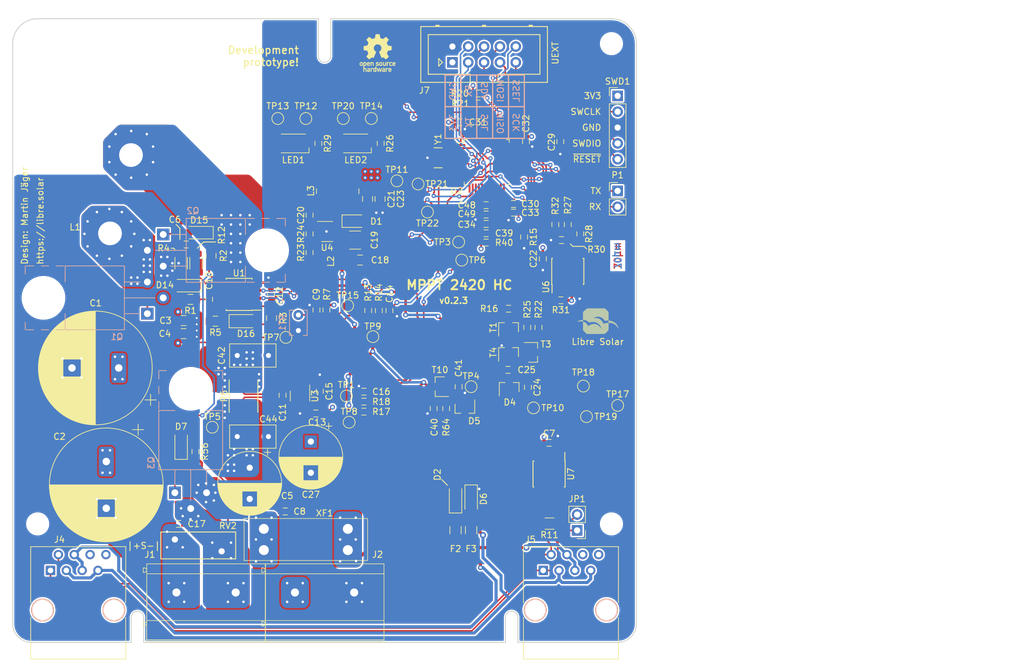
<source format=kicad_pcb>
(kicad_pcb (version 20211014) (generator pcbnew)
  (title_block (title "MPPT 2420 HC") (date "2021-05-03") (rev "0.2.3") (company "Libre Solar Technologies GmbH") (comment 1 "Licensed under CERN-OHL-W version 2") (comment 2 "Design: Martin Jäger"))
  (layers (0 "F.Cu" signal "Top") (1 "In1.Cu" power "GND") (2 "In2.Cu" power "3V3") (31 "B.Cu" signal "Bottom") (34 "B.Paste" user) (35 "F.Paste" user) (36 "B.SilkS" user "B.Silkscreen") (37 "F.SilkS" user "F.Silkscreen") (38 "B.Mask" user) (39 "F.Mask" user) (44 "Edge.Cuts" user))
  (net 0 "")
  (net 1 "GND")
  (net 2 "+3V3")
  (net 3 "Net-(C19-Pad1)")
  (net 4 "/MCU/~{RESET}")
  (net 5 "/MCU/OSC_IN")
  (net 6 "/MCU/OSC_OUT")
  (net 7 "/MCU/SWDIO")
  (net 8 "/MCU/SWCLK")
  (net 9 "Net-(D14-Pad2)")
  (net 10 "Net-(D15-Pad2)")
  (net 11 "Net-(D16-Pad2)")
  (net 12 "/DC/DC/SW_NODE")
  (net 13 "Net-(C20-Pad2)")
  (net 14 "Net-(C20-Pad1)")
  (net 15 "+12V")
  (net 16 "/DC/DC/HS_DRV")
  (net 17 "/DC/DC/LS_DRV")
  (net 18 "Net-(R23-Pad2)")
  (net 19 "VDDA")
  (net 20 "/DC/DC/PWM_LS")
  (net 21 "/DC/DC/PWM_HS")
  (net 22 "Net-(D5-Pad1)")
  (net 23 "/MCU/I2C1_SDA")
  (net 24 "/MCU/SPI1_MOSI")
  (net 25 "/MCU/SPI1_MISO")
  (net 26 "/MCU/SPI1_SCK")
  (net 27 "/MCU/DAC1")
  (net 28 "/MCU/I2C1_SCL")
  (net 29 "/DC/DC/V_DCDC_H")
  (net 30 "/DC/DC/I_DCDC")
  (net 31 "/BAT+")
  (net 32 "Net-(D7-Pad1)")
  (net 33 "/MCU/ADC1_IN11")
  (net 34 "Net-(C10-Pad1)")
  (net 35 "Net-(D16-Pad1)")
  (net 36 "/DCDC_HV+")
  (net 37 "VBUS")
  (net 38 "/DCDC_HV-")
  (net 39 "VREF")
  (net 40 "/MCU/USART1_TX")
  (net 41 "/MCU/USART1_RX")
  (net 42 "/DC/DC/V_DCDC_L")
  (net 43 "Net-(JP1-Pad2)")
  (net 44 "/MCU/SPI1_SSEL")
  (net 45 "/MCU/USART2_RX")
  (net 46 "/MCU/USART2_TX")
  (net 47 "/DC/DC/SHUNT_DCDC_P")
  (net 48 "/CAN_GND")
  (net 49 "/CAN_L")
  (net 50 "/CAN_H")
  (net 53 "/MCU/TIM17_CH1")
  (net 56 "Net-(D2-Pad1)")
  (net 57 "/CAN/CAN_PWR1")
  (net 58 "/CAN/CAN_PWR2")
  (net 59 "/CAN/CAN_TX")
  (net 60 "/CAN/CAN_RX")
  (net 61 "/CAN/CAN_STB")
  (net 62 "Net-(C6-Pad2)")
  (net 63 "/MCU/ADC12_IN2")
  (net 64 "/Power supply/CP_SW")
  (net 65 "Net-(C25-Pad1)")
  (net 66 "/MCU/TIM8_CH2")
  (net 67 "Net-(R16-Pad1)")
  (net 68 "Net-(R22-Pad1)")
  (net 69 "Net-(R25-Pad2)")
  (net 71 "/MCU/SPI2_MOSI")
  (net 72 "/MCU/SPI2_MISO")
  (net 73 "/MCU/SPI2_SCK")
  (net 74 "Net-(R27-Pad2)")
  (net 75 "Net-(R28-Pad2)")
  (net 76 "Net-(R30-Pad2)")
  (net 77 "/MCU/SPI2_CS")
  (net 78 "/MCU/GPIOC_14")
  (net 79 "Net-(LED1-Pad1)")
  (net 80 "/MCU/GPIOC_15")
  (net 81 "/MCU/TIM16_CH1")
  (net 82 "Net-(LED2-Pad1)")
  (net 83 "/Power supply/CP_OUT")
  (net 84 "/MCU/GPIOB_2")
  (net 85 "/MCU/COMP2_INP")
  (net 86 "/MCU/GPIOB_10")
  (footprint "LibreSolar:LIBRESOLAR_LOGO" (layer "F.Cu") (at 191.5 90.5)
    (fp_text reference "LOGO1" hide)
    (fp_text value "LIBRE_SOLAR" hide)
  )
  (footprint "LibreSolar:R_1206_3216" (layer "F.Cu") (at 127 79.2 90)
    (fp_text reference "R4")
    (fp_text value "4R7")
  )
  (footprint "Symbol:OSHW-Logo_5.7x6mm_SilkScreen" (layer "F.Cu") (at 158.5 45.5)
    (fp_text reference "LOGO2" hide)
    (fp_text value "OPEN_HARDWARE" hide)
  )
  (footprint "MountingHole:MountingHole_3.2mm_M3" (layer "F.Cu") (at 196 44 180)
    (fp_text reference "MK3" hide)
    (fp_text value "Mounting_Hole")
  )
  (footprint "LibreSolar:R_0805_2012" (layer "F.Cu") (at 128.5 85)
    (fp_text reference "R1")
    (fp_text value "3R3")
  )
  (footprint "LibreSolar:R_0805_2012" (layer "F.Cu") (at 131.8 78 -90)
    (fp_text reference "R2")
    (fp_text value "3R3")
  )
  (footprint "LibreSolar:R_0805_2012" (layer "F.Cu") (at 132.5 88.5 180)
    (fp_text reference "R5")
    (fp_text value "3R3")
  )
  (footprint "LibreSolar:R_Bourns_CRE2512" (layer "F.Cu") (at 137 100.5 90)
    (fp_text reference "R6")
    (fp_text value "2m")
  )
  (footprint "LibreSolar:Phoenix_Contact_MKDS_5-2-9,5" (layer "F.Cu") (at 126.25 132)
    (fp_text reference "J1")
    (fp_text value "MKDS 5/ 2-9,5")
  )
  (footprint "LibreSolar:Phoenix_Contact_MKDS_5-2-9,5" (layer "F.Cu") (at 145.25 132)
    (fp_text reference "J2")
    (fp_text value "MKDS 5/ 2-9,5")
  )
  (footprint "Connector_PinHeader_2.54mm:PinHeader_1x05_P2.54mm_Vertical" (layer "F.Cu") (at 196.99 52.37)
    (fp_text reference "SWD1")
    (fp_text value "ST_Nucleo_SWD")
  )
  (footprint "LibreSolar:C_0603_1608" (layer "F.Cu") (at 143.7 119 180)
    (fp_text reference "C8")
    (fp_text value "10nF")
  )
  (footprint "LibreSolar:C_0603_1608" (layer "F.Cu") (at 131.5 85 90)
    (fp_text reference "C10")
    (fp_text value "100nF")
  )
  (footprint "LibreSolar:C_0603_1608" (layer "F.Cu") (at 141.4 84.2 90)
    (fp_text reference "C12")
    (fp_text value "2.2µF")
  )
  (footprint "Diode_SMD:D_SOD-123" (layer "F.Cu") (at 128 82.8 180)
    (fp_text reference "D14")
    (fp_text value "SS14FL")
  )
  (footprint "Diode_SMD:D_SOD-123" (layer "F.Cu") (at 129.9 74.3 180)
    (fp_text reference "D15")
    (fp_text value "SS14FL")
  )
  (footprint "LibreSolar:D_SOD-123" (layer "F.Cu") (at 137 88.5)
    (fp_text reference "D16")
    (fp_text value "1N4148")
  )
  (footprint "LibreSolar:R_0603_1608" (layer "F.Cu") (at 147.6 77.5 90)
    (fp_text reference "R23")
    (fp_text value "33k")
  )
  (footprint "LibreSolar:C_0603_1608" (layer "F.Cu") (at 148.7 86.7 90)
    (fp_text reference "C9")
    (fp_text value "100nF")
  )
  (footprint "LibreSolar:R_0603_1608" (layer "F.Cu") (at 150.3 86.7 -90)
    (fp_text reference "R7")
    (fp_text value "10k")
  )
  (footprint "LibreSolar:C_0805_2012" (layer "F.Cu") (at 155.7 78.7)
    (fp_text reference "C18")
    (fp_text value "1µF")
  )
  (footprint "LibreSolar:C_0805_2012" (layer "F.Cu") (at 158.901354 68.9 -90)
    (fp_text reference "C23")
    (fp_text value "10µF")
  )
  (footprint "LibreSolar:C_0603_1608" (layer "F.Cu") (at 147.6 71.5 90)
    (fp_text reference "C20")
    (fp_text value "100nF")
  )
  (footprint "LibreSolar:C_1210_3225" (layer "F.Cu") (at 154.9 75.5)
    (fp_text reference "C19")
    (fp_text value "4.7µF")
  )
  (footprint "LibreSolar:SOT-23-6" (layer "F.Cu") (at 150.407353 74.115391)
    (fp_text reference "U4")
    (fp_text value "LMR16006X")
  )
  (footprint "LibreSolar:Bourns_SRN6045TA" (layer "F.Cu") (at 152.101354 67.652468 90)
    (fp_text reference "L3")
    (fp_text value "47µH")
  )
  (footprint "Inductor_SMD:L_0805_2012Metric" (layer "F.Cu") (at 152.8 78.9 90)
    (fp_text reference "L2")
    (fp_text value "4.7µH")
  )
  (footprint "Diode_SMD:D_PowerDI-123" (layer "F.Cu") (at 155.001354 72.452468)
    (fp_text reference "D1")
    (fp_text value "SS16FP")
  )
  (footprint "LibreSolar:C_0805_2012" (layer "F.Cu") (at 156.9 68.9 -90)
    (fp_text reference "C21")
    (fp_text value "10µF")
  )
  (footprint "LibreSolar:R_0603_1608" (layer "F.Cu") (at 156.3 103)
    (fp_text reference "R17")
    (fp_text value "100k")
  )
  (footprint "LibreSolar:C_0603_1608" (layer "F.Cu") (at 156.3 99.8 180)
    (fp_text reference "C16")
    (fp_text value "10nF")
  )
  (footprint "LibreSolar:R_0603_1608" (layer "F.Cu") (at 156.3 101.4 180)
    (fp_text reference "R18")
    (fp_text value "5.6k")
  )
  (footprint "LibreSolar:C_0603_1608" (layer "F.Cu") (at 126.6 121)
    (fp_text reference "C17")
    (fp_text value "10nF")
  )
  (footprint "LibreSolar:R_0603_1608" (layer "F.Cu") (at 157 86.8 90)
    (fp_text reference "R13")
    (fp_text value "100k")
  )
  (footprint "LibreSolar:R_0603_1608" (layer "F.Cu") (at 158.7 86.8 -90)
    (fp_text reference "R14")
    (fp_text value "2.2k")
  )
  (footprint "LibreSolar:C_0603_1608" (layer "F.Cu") (at 185 78.5 -90)
    (fp_text reference "C22")
    (fp_text value "100nF")
  )
  (footprint "Diode_SMD:D_SOD-123" (layer "F.Cu") (at 127 108.4 90)
    (fp_text reference "D7")
    (fp_text value "SS14FL")
  )
  (footprint "LibreSolar:R_0603_1608" (layer "F.Cu") (at 129.3 109.4 -90)
    (fp_text reference "R56")
    (fp_text value "1M")
  )
  (footprint "LibreSolar:NULL" (layer "F.Cu") (at 147 123.5 180)
    (fp_text reference "F1" hide)
    (fp_text value "25A" hide)
  )
  (footprint "LibreSolar:R_0805_2012" (layer "F.Cu") (at 141.5 88 90)
    (fp_text reference "R3")
    (fp_text value "3R3")
  )
  (footprint "LibreSolar:C_0805_2012" (layer "F.Cu") (at 127.4 90.5)
    (fp_text reference "C4")
    (fp_text value "100nF")
  )
  (footprint "LibreSolar:R_0603_1608" (layer "F.Cu") (at 147.6 74.5 90)
    (fp_text reference "R24")
    (fp_text value "10k")
  )
  (footprint "LibreSolar:C_0603_1608" (layer "F.Cu") (at 127.8 76.2)
    (fp_text reference "C6")
    (fp_text value "2.2nF")
  )
  (footprint "LibreSolar:C_0603_1608" (layer "F.Cu") (at 175.9 69.9 180)
    (fp_text reference "C48")
    (fp_text value "100nF")
  )
  (footprint "LibreSolar:C_0603_1608" (layer "F.Cu") (at 175.9 71.4 180)
    (fp_text reference "C49")
    (fp_text value "2.2µF")
  )
  (footprint "LibreSolar:C_0603_1608" (layer "F.Cu") (at 167.5 102.5 -90)
    (fp_text reference "C40")
    (fp_text value "1µF")
  )
  (footprint "LibreSolar:C_0603_1608" (layer "F.Cu") (at 171.5 99 -90)
    (fp_text reference "C41")
    (fp_text value "4.7µF")
  )
  (footprint "Capacitor_THT:CP_Radial_D18.0mm_P7.50mm" (layer "F.Cu") (at 117 96 180)
    (fp_text reference "C1")
    (fp_text value "560µF")
  )
  (footprint "LibreSolar:R_0603_1608" (layer "F.Cu") (at 169.5 102.5 90)
    (fp_text reference "R64")
    (fp_text value "10k")
  )
  (footprint "Diode_SMD:D_SOT-23_ANK" (layer "F.Cu") (at 172.5 102.5 -90)
    (fp_text reference "D5")
    (fp_text value "12V")
  )
  (footprint "LibreSolar:SOT-23" (layer "F.Cu") (at 168.5 99 180)
    (fp_text reference "T10")
    (fp_text value "BC846B")
  )
  (footprint "TestPoint:TestPoint_Pad_D1.5mm" (layer "F.Cu") (at 173.5 99 180)
    (fp_text reference "TP4")
    (fp_text value "1.5mm")
  )
  (footprint "MountingHole:MountingHole_3.2mm_M3" (layer "F.Cu") (at 104 44)
    (fp_text reference "MK4" hide)
    (fp_text value "Mounting_Hole")
  )
  (footprint "Capacitor_THT:CP_Radial_D18.0mm_P7.50mm" (layer "F.Cu") (at 115 111 -90)
    (fp_text reference "C2")
    (fp_text value "560µF")
  )
  (footprint "LibreSolar:R_0603_1608" (layer "F.Cu") (at 149 60 90)
    (fp_text reference "R29")
    (fp_text value "1k")
  )
  (footprint "LibreSolar:C_0805_2012" (layer "F.Cu") (at 127.4 88.4)
    (fp_text reference "C3")
    (fp_text value "1µF")
  )
  (footprint "Capacitor_THT:CP_Radial_D10.0mm_P5.00mm" (layer "F.Cu") (at 138 112 -90)
    (fp_text reference "C5")
    (fp_text value "680µF")
  )
  (footprint "LibreSolar:C_0603_1608" (layer "F.Cu") (at 160.4 86.8 -90)
    (fp_text reference "C14")
    (fp_text value "10nF")
  )
  (footprint "Capacitor_THT:C_Rect_L7.2mm_W3.5mm_P5.00mm_FKS2_FKP2_MKS2_MKP2" (layer "F.Cu") (at 141 107 180)
    (fp_text reference "C44")
    (fp_text value "0.22µF")
  )
  (footprint "Varistor:RV_Disc_D12mm_W4.3mm_P7.5mm" (layer "F.Cu") (at 126 123.5)
    (fp_text reference "RV2")
    (fp_text value "82V")
  )
  (footprint "LibreSolar:SOIC-8_3.9x4.9mm_Pitch1.27mm" (layer "F.Cu") (at 136.3 84.2 180)
    (fp_text reference "U1")
    (fp_text value "LM5107")
  )
  (footprint "LibreSolar:RJ45_8P8C" (layer "F.Cu") (at 110.5 131)
    (fp_text reference "J4")
    (fp_text value "8P8C")
  )
  (footprint "LibreSolar:RJ45_8P8C" (layer "F.Cu") (at 189.5 131)
    (fp_text reference "J5")
    (fp_text value "8P8C")
  )
  (footprint "LibreSolar:C_0603_1608" (layer "F.Cu") (at 143.269 100.376 -90)
    (fp_text reference "C11")
    (fp_text value "1nF")
  )
  (footprint "LibreSolar:C_0603_1608" (layer "F.Cu") (at 148.603 103.297 180)
    (fp_text reference "C13")
    (fp_text value "100nF")
  )
  (footprint "LibreSolar:C_0603_1608" (layer "F.Cu") (at 149.238 99.741 90)
    (fp_text reference "C15")
    (fp_text value "1nF")
  )
  (footprint "TestPoint:TestPoint_Pad_D1.5mm" (layer "F.Cu") (at 153.5 100.5)
    (fp_text reference "TP1")
    (fp_text value "1.5mm")
  )
  (footprint "LibreSolar:C_0603_1608" (layer "F.Cu") (at 175.9 74.4 180)
    (fp_text reference "C39")
    (fp_text value "2.2µF")
  )
  (footprint "LibreSolar:C_0603_1608" (layer "F.Cu") (at 180.3 69.7 180)
    (fp_text reference "C30")
    (fp_text value "100nF")
  )
  (footprint "LibreSolar:C_0603_1608" (layer "F.Cu") (at 171.7 56.6)
    (fp_text reference "C31")
    (fp_text value "100nF")
  )
  (footprint "LibreSolar:Box_Header_2x05x2.54mm_Straight" (layer "F.Cu") (at 170.5 47)
    (fp_text reference "J7")
    (fp_text value "UEXT")
  )
  (footprint "Package_QFP:LQFP-48_7x7mm_P0.5mm" (layer "F.Cu") (at 176 63)
    (fp_text reference "U2")
    (fp_text value "STM32G431CBTx")
  )
  (footprint "LibreSolar:C_0603_1608" (layer "F.Cu") (at 175.9 72.9 180)
    (fp_text reference "C34")
    (fp_text value "10nF")
  )
  (footprint "LibreSolar:R_0603_1608" (layer "F.Cu") (at 174.6 52 180)
    (fp_text reference "R20")
    (fp_text value "2.2k")
  )
  (footprint "LibreSolar:C_0603_1608" (layer "F.Cu") (at 182.3 59.7 -90)
    (fp_text reference "C32")
    (fp_text value "100nF")
  )
  (footprint "LibreSolar:R_0603_1608" (layer "F.Cu") (at 175.9 75.9 180)
    (fp_text reference "R40")
    (fp_text value "47R")
  )
  (footprint "LibreSolar:Resonator_Murata_CSTNE" (layer "F.Cu") (at 168.2 62.3 90)
    (fp_text reference "Y1")
    (fp_text value "8MHz")
  )
  (footprint "LibreSolar:C_0603_1608" (layer "F.Cu") (at 180.3 71.1 180)
    (fp_text reference "C33")
    (fp_text value "2.2µF")
  )
  (footprint "LibreSolar:R_0603_1608" (layer "F.Cu") (at 182 75 90)
    (fp_text reference "R15")
    (fp_text value "1M")
  )
  (footprint "LibreSolar:R_0603_1608" (layer "F.Cu") (at 174.6 53.6 180)
    (fp_text reference "R21")
    (fp_text value "2.2k")
  )
  (footprint "LibreSolar:Fiducial_0.7mm" (layer "F.Cu") (at 111.5 81.5)
    (fp_text reference "FID2" hide)
    (fp_text value "Fiducial")
  )
  (footprint "LibreSolar:C_0603_1608" (layer "F.Cu") (at 186 108)
    (fp_text reference "C7")
    (fp_text value "100nF")
  )
  (footprint "Diode_SMD:D_SOD-123" (layer "F.Cu") (at 171 117 90)
    (fp_text reference "D2")
    (fp_text value "NRVTS260ESFT1G")
  )
  (footprint "Diode_SMD:D_SOD-123" (layer "F.Cu") (at 173.5 117 -90)
    (fp_text reference "D6")
    (fp_text value "NRVTS260ESFT1G")
  )
  (footprint "Fuse:Fuse_1206_3216Metric" (layer "F.Cu") (at 171 122 90)
    (fp_text reference "F2")
    (fp_text value "500mA")
  )
  (footprint "Fuse:Fuse_1206_3216Metric" (layer "F.Cu") (at 173.5 122 90)
    (fp_text reference "F3")
    (fp_text value "500mA")
  )
  (footprint "Connector_PinHeader_2.54mm:PinHeader_1x02_P2.54mm_Vertical" (layer "F.Cu") (at 190.5 122.04 180)
    (fp_text reference "JP1")
    (fp_text value "Jumper_NC_Small")
  )
  (footprint "LibreSolar:SOIC-8_3.9x4.9mm_Pitch1.27mm" (layer "F.Cu") (at 186 113 -90)
    (fp_text reference "U7")
    (fp_text value "TCAN334")
  )
  (footprint "LibreSolar:R_1206_3216" (layer "F.Cu") (at 129.4 79.2 90)
    (fp_text reference "R12")
    (fp_text value "4R7")
  )
  (footprint "LibreSolar:Keystone-Fuse-3557-2" (layer "F.Cu") (at 147 123.5 180)
    (fp_text reference "XF1")
    (fp_text value "Fuse_Holder")
  )
  (footprint "Connector_PinHeader_2.54mm:PinHeader_1x02_P2.54mm_Vertical" (layer "F.Cu") (at 196.99 67.61)
    (fp_text reference "P1")
    (fp_text value "CONN_01X02")
  )
  (footprint "LibreSolar:C_0603_1608" (layer "F.Cu") (at 182.6 99.1 90)
    (fp_text reference "C24")
    (fp_text value "100nF")
  )
  (footprint "LibreSolar:C_0603_1608" (layer "F.Cu") (at 179.4 96.3)
    (fp_text reference "C25")
    (fp_text value "10nF")
  )
  (footprint "Package_TO_SOT_SMD:SOT-23" (layer "F.Cu") (at 179.6 99.1 90)
    (fp_text reference "D4")
    (fp_text value "BAS70-04")
  )
  (footprint "LibreSolar:R_0603_1608" (layer "F.Cu") (at 179.5 86.5)
    (fp_text reference "R16")
    (fp_text value "10k")
  )
  (footprint "LibreSolar:R_0603_1608" (layer "F.Cu") (at 184.3 89.5 -90)
    (fp_text reference "R22")
    (fp_text value "100k")
  )
  (footprint "LibreSolar:R_0603_1608" (layer "F.Cu") (at 182.5 89.5 -90)
    (fp_text reference "R25")
    (fp_text value "1k")
  )
  (footprint "LibreSolar:SOT-23" (layer "F.Cu") (at 179.5 89.5 90)
    (fp_text reference "T1")
    (fp_text value "BC846B")
  )
  (footprint "LibreSolar:SOT-23" (layer "F.Cu") (at 183.4 93.5)
    (fp_text reference "T3")
    (fp_text value "BC846B")
  )
  (footprint "LibreSolar:SOT-23" (layer "F.Cu") (at 179.5 93.5 90)
    (fp_text reference "T4")
    (fp_text value "BC856B")
  )
  (footprint "TestPoint:TestPoint_Pad_D1.5mm" (layer "F.Cu") (at 171.5 75.8 180)
    (fp_text reference "TP3")
    (fp_text value "1.5mm")
  )
  (footprint "TestPoint:TestPoint_Pad_D1.5mm" (layer "F.Cu") (at 132 105.5)
    (fp_text reference "TP5")
    (fp_text value "1.5mm")
  )
  (footprint "TestPoint:TestPoint_Pad_D1.5mm" (layer "F.Cu") (at 172 78.7)
    (fp_text reference "TP6")
    (fp_text value "1.5mm")
  )
  (footprint "TestPoint:TestPoint_Pad_D1.5mm" (layer "F.Cu") (at 143.8 91.1)
    (fp_text reference "TP7")
    (fp_text value "1.5mm")
  )
  (footprint "TestPoint:TestPoint_Pad_D1.5mm" (layer "F.Cu") (at 153.937 104.694)
    (fp_text reference "TP8")
    (fp_text value "1.5mm")
  )
  (footprint "TestPoint:TestPoint_Pad_D1.5mm" (layer "F.Cu") (at 183.5 102.4)
    (fp_text reference "TP10")
    (fp_text value "1.5mm")
  )
  (footprint "TestPoint:TestPoint_Pad_D1.5mm" (layer "F.Cu") (at 161.6 66)
    (fp_text reference "TP11")
    (fp_text value "1.5mm")
  )
  (footprint "TestPoint:TestPoint_Pad_D1.5mm" (layer "F.Cu") (at 147 56 180)
    (fp_text reference "TP12")
    (fp_text value "1.5mm")
  )
  (footprint "TestPoint:TestPoint_Pad_D1.5mm" (layer "F.Cu") (at 157.5 56)
    (fp_text reference "TP14")
    (fp_text value "1.5mm")
  )
  (footprint "TestPoint:TestPoint_Pad_D1.5mm" (layer "F.Cu") (at 153.7 86)
    (fp_text reference "TP15")
    (fp_text value "1.5mm")
  )
  (footprint "TestPoint:TestPoint_Pad_D1.5mm" (layer "F.Cu") (at 197 102)
    (fp_text reference "TP17")
    (fp_text value "1.5mm")
  )
  (footprint "TestPoint:TestPoint_Pad_D1.5mm" (layer "F.Cu") (at 191.5 98.9 180)
    (fp_text reference "TP18")
    (fp_text value "1.5mm")
  )
  (footprint "TestPoint:TestPoint_Pad_D1.5mm" (layer "F.Cu") (at 192 103.8 180)
    (fp_text reference "TP19")
    (fp_text value "1.5mm")
  )
  (footprint "Capacitor_THT:C_Rect_L7.2mm_W3.5mm_P5.00mm_FKS2_FKP2_MKS2_MKP2" (layer "F.Cu") (at 136 94)
    (fp_text reference "C42")
    (fp_text value "0.22µF")
  )
  (footprint "MountingHole:MountingHole_3.2mm_M3" (layer "F.Cu") (at 196 121)
    (fp_text reference "MK2" hide)
    (fp_text value "Mounting_Hole")
  )
  (footprint "MountingHole:MountingHole_3.2mm_M3" (layer "F.Cu") (at 104 121)
    (fp_text reference "MK1" hide)
    (fp_text value "Mounting_Hole")
  )
  (footprint "LibreSolar:C_0603_1608" (layer "F.Cu") (at 187.8 59.7 -90)
    (fp_text reference "C29")
    (fp_text value "100nF")
  )
  (footprint "LED_SMD:LED_Avago_PLCC4_3.2x2.8mm_CW" (layer "F.Cu") (at 145 60 180)
    (fp_text reference "LED1")
    (fp_text value "LED_Dual_PLCC4")
  )
  (footprint "TestPoint:TestPoint_Pad_D1.5mm" (layer "F.Cu") (at 153 56)
    (fp_text reference "TP20")
    (fp_text value "1.5mm")
  )
  (footprint "LED_SMD:LED_Avago_PLCC4_3.2x2.8mm_CW" (layer "F.Cu") (at 155 60 180)
    (fp_text reference "LED2")
    (fp_text value "LED_Dual_PLCC4")
  )
  (footprint "LibreSolar:R_0603_1608" (layer "F.Cu") (at 189 73 -90)
    (fp_text reference "R27")
    (fp_text value "47R")
  )
  (footprint "LibreSolar:R_0603_1608" (layer "F.Cu") (at 191 74.5 -90)
    (fp_text reference "R28")
    (fp_text value "47R")
  )
  (footprint "LibreSolar:R_0603_1608" (layer "F.Cu") (at 188 75.5)
    (fp_text reference "R30")
    (fp_text value "100k")
  )
  (footprint "LibreSolar:R_0603_1608" (layer "F.Cu") (at 187.9 85.15)
    (fp_text reference "R31")
    (fp_text value "2.2k")
  )
  (footprint "LibreSolar:R_0603_1608" (layer "F.Cu") (at 187 73 90)
    (fp_text reference "R32")
    (fp_text value "47R")
  )
  (footprint "LibreSolar:SOIC-8_3.9x4.9mm_Pitch1.27mm" (layer "F.Cu") (at 189 80.5 90)
    (fp_text reference "U6")
    (fp_text value "W25Q80DVS")
  )
  (footprint "TestPoint:TestPoint_Pad_D1.5mm" (layer "F.Cu") (at 142.5 56)
    (fp_text reference "TP13")
    (fp_text value "1.5mm")
  )
  (footprint "LibreSolar:R_0603_1608" (layer "F.Cu") (at 159 60 90)
    (fp_text reference "R26")
    (fp_text value "1k")
  )
  (footprint "LibreSolar:Fiducial_0.7mm" (layer "F.Cu") (at 180 127)
    (fp_text reference "FID1" hide)
    (fp_text value "Fiducial")
  )
  (footprint "Capacitor_THT:CP_Radial_D10.0mm_P5.00mm" (layer "F.Cu") (at 147.8 107.8 -90)
    (fp_text reference "C27")
    (fp_text value "680µF")
  )
  (footprint "LibreSolar:Fiducial_0.7mm" (layer "F.Cu") (at 191 48.5)
    (fp_text reference "FID3" hide)
    (fp_text value "Fiducial")
  )
  (footprint "TestPoint:TestPoint_Pad_D1.5mm" (layer "F.Cu") (at 165 66.5)
    (fp_text reference "TP21")
    (fp_text value "1.5mm")
  )
  (footprint "TestPoint:TestPoint_Pad_D1.5mm" (layer "F.Cu") (at 166.5 71 180)
    (fp_text reference "TP22")
    (fp_text value "1.5mm")
  )
  (footprint "LibreSolar:Inductor_Toroid_D32.8mm_4mm2" (layer "F.Cu") (at 120 58 75)
    (fp_text reference "L1")
    (fp_text value "53µH")
  )
  (footprint "Resistor_SMD:R_1206_3216Metric" (layer "F.Cu") (at 186.068 120.95 180)
    (fp_text reference "R11")
    (fp_text value "120R")
  )
  (footprint "TestPoint:TestPoint_Pad_D1.5mm" (layer "F.Cu") (at 157.747 90.978)
    (fp_text reference "TP9")
    (fp_text value "1.5mm")
  )
  (footprint "Package_TO_SOT_SMD:TSOT-23-6" (layer "F.Cu") (at 146.063 100.503 -90)
    (fp_text reference "U3")
    (fp_text value "MPQ8112")
  )
  (footprint "LibreSolar:TO-220-3_Horizontal_BottomHeatsink" (layer "B.Cu") (at 121.59 87.295 90)
    (fp_text reference "Q1")
    (fp_text value "IPA045N10N3G")
  )
  (footprint "LibreSolar:TO-220-3_Horizontal_BottomHeatsink" (layer "B.Cu") (at 124.13 74.595 -90)
    (fp_text reference "Q2")
    (fp_text value "IPA045N10N3G")
  )
  (footprint "LibreSolar:TO-220-3_Horizontal_BottomHeatsink" (layer "B.Cu") (at 126 116)
    (fp_text reference "Q3")
    (fp_text value "IPA045N10N3G")
  )
  (footprint "Capacitor_THT:C_Disc_D3.8mm_W2.6mm_P2.50mm" (layer "B.Cu") (at 145.8 87.5 -90)
    (fp_text reference "RT1")
    (fp_text value "10k")
  )
  (gr_line (start 176.95 49.025) (end 176.95 59.185) (layer "B.SilkS") (width 0.2))
  (gr_line (start 169.33 54.105) (end 182.03 54.105) (layer "B.SilkS") (width 0.2))
  (gr_line (start 169.33 49.025) (end 169.33 59.185) (layer "B.SilkS") (width 0.2))
  (gr_line (start 182.03 49.025) (end 169.33 49.025) (layer "B.SilkS") (width 0.2))
  (gr_line (start 182.03 59.185) (end 182.03 49.025) (layer "B.SilkS") (width 0.2))
  (gr_line (start 171.87 49.025) (end 171.87 59.185) (layer "B.SilkS") (width 0.2))
  (gr_line (start 174.41 49.025) (end 174.41 59.185) (layer "B.SilkS") (width 0.2))
  (gr_line (start 179.49 49.025) (end 179.49 59.185) (layer "B.SilkS") (width 0.2))
  (gr_line (start 169.33 59.185) (end 182.03 59.185) (layer "B.SilkS") (width 0.2))
  (gr_line (start 126.8 73.6) (end 126.8 75.4) (layer "F.SilkS") (width 0.15))
  (gr_line (start 132.5 75.8) (end 130.6 75.8) (layer "F.SilkS") (width 0.15))
  (gr_line (start 189.8 76.5) (end 191.6 76.5) (layer "F.SilkS") (width 0.15))
  (gr_line (start 168.8 113.9) (end 169.7 114.8) (layer "F.SilkS") (width 0.15))
  (gr_line (start 191.6 76.5) (end 192 76.9) (layer "F.SilkS") (width 0.15))
  (gr_line (start 125.8 76.8) (end 126 77) (layer "F.SilkS") (width 0.15))
  (gr_line (start 189.4 76.1) (end 189.8 76.5) (layer "F.SilkS") (width 0.15))
  (gr_line (start 125.4 76.8) (end 125.8 76.8) (layer "F.SilkS") (width 0.15))
  (gr_line (start 130.6 75.8) (end 129.6 76.8) (layer "F.SilkS") (width 0.15))
  (gr_line (start 126.2 73) (end 126.8 73.6) (layer "F.SilkS") (width 0.15))
  (gr_line (start 100 137) (end 100 44) (layer "Edge.Cuts") (width 0.15))
  (gr_arc (start 151 46) (mid 150 47) (end 149 46) (layer "Edge.Cuts") (width 0.15))
  (gr_line (start 151 40) (end 196 40) (layer "Edge.Cuts") (width 0.15))
  (gr_line (start 149 46) (end 149 40) (layer "Edge.Cuts") (width 0.15))
  (gr_line (start 151 46) (end 151 40) (layer "Edge.Cuts") (width 0.15))
  (gr_line (start 119 140) (end 103 140) (layer "Edge.Cuts") (width 0.15))
  (gr_line (start 181 140) (end 181 136) (layer "Edge.Cuts") (width 0.15))
  (gr_arc (start 179 136) (mid 180 135) (end 181 136) (layer "Edge.Cuts") (width 0.15))
  (gr_line (start 179 140) (end 179 136) (layer "Edge.Cuts") (width 0.15))
  (gr_line (start 181 140) (end 197 140) (layer "Edge.Cuts") (width 0.15))
  (gr_arc (start 196 40) (mid 198.828427 41.171573) (end 200 44) (layer "Edge.Cuts") (width 0.15))
  (gr_arc (start 200 137) (mid 199.12132 139.12132) (end 197 140) (layer "Edge.Cuts") (width 0.15))
  (gr_arc (start 103 140) (mid 100.87868 139.12132) (end 100 137) (layer "Edge.Cuts") (width 0.15))
  (gr_line (start 121 140) (end 179 140) (layer "Edge.Cuts") (width 0.15))
  (gr_line (start 104 40) (end 149 40) (layer "Edge.Cuts") (width 0.15))
  (gr_arc (start 100 44) (mid 101.171573 41.171573) (end 104 40) (layer "Edge.Cuts") (width 0.15))
  (gr_line (start 119 140) (end 119 136) (layer "Edge.Cuts") (width 0.15))
  (gr_line (start 121 140) (end 121 136) (layer "Edge.Cuts") (width 0.15))
  (gr_arc (start 119 136) (mid 120 135) (end 121 136) (layer "Edge.Cuts") (width 0.15))
  (gr_line (start 200 137) (end 200 44) (layer "Edge.Cuts") (width 0.15))
  (gr_text "70µm" (at 197 78 90) (layer "F.Cu") (effects (font (size 1 1) (thickness 0.2))))
  (gr_text "70µm" (at 197 78 270) (layer "B.Cu") (effects (font (size 1 1) (thickness 0.2)) (justify mirror)))
  (gr_text "SDA" (at 175.68 51.565 90) (layer "B.SilkS") (effects (font (size 1 1)) (justify mirror)))
  (gr_text "SCL" (at 175.68 56.645 90) (layer "B.SilkS") (effects (font (size 1 1)) (justify mirror)))
  (gr_text "MOSI" (at 178.22 51.565 90) (layer "B.SilkS") (effects (font (size 1 1)) (justify mirror)))
  (gr_text "SSEL" (at 180.76 51.565 90) (layer "B.SilkS") (effects (font (size 1 1)) (justify mirror)))
  (gr_text "SCK" (at 180.76 56.645 90) (layer "B.SilkS") (effects (font (size 1 1)) (justify mirror)))
  (gr_text "MISO" (at 178.22 56.645 90) (layer "B.SilkS") (effects (font (size 1 1)) (justify mirror)))
  (gr_text "3V3" (at 170.6 56.645 90) (layer "B.SilkS") (effects (font (size 1 1)) (justify mirror)))
  (gr_text "TX" (at 173.14 56.645 90) (layer "B.SilkS") (effects (font (size 1 1)) (justify mirror)))
  (gr_text "RX" (at 173.14 51.565 90) (layer "B.SilkS") (effects (font (size 1 1)) (justify mirror)))
  (gr_text "GND" (at 170.6 51.565 90) (layer "B.SilkS") (effects (font (size 1 1)) (justify mirror)))
  (gr_text "SWCLK" (at 194.45 54.91) (layer "F.SilkS") (effects (font (size 1 1)) (justify right)))
  (gr_text "3V3" (at 194.45 52.37) (layer "F.SilkS") (effects (font (size 1 1)) (justify right)))
  (gr_text "GND" (at 194.45 57.45) (layer "F.SilkS") (effects (font (size 1 1)) (justify right)))
  (gr_text "SWDIO" (at 194.45 59.99) (layer "F.SilkS") (effects (font (size 1 1)) (justify right)))
  (gr_text "~{RESET}" (at 194.45 62.53) (layer "F.SilkS") (effects (font (size 1 1)) (justify right)))
  (gr_text "UEXT" (at 187 45.5 90) (layer "F.SilkS") (effects (font (size 1 1))))
  (gr_text "RX" (at 194.45 70.15) (layer "F.SilkS") (effects (font (size 1 1)) (justify right)))
  (gr_text "TX" (at 194.45 67.61) (layer "F.SilkS") (effects (font (size 1 1)) (justify right)))
  (gr_text "Development\nprototype!" (at 146 46) (layer "F.SilkS") (effects (font (size 1.2 1.2) (thickness 0.2)) (justify right)))
  (gr_text "https://libre.solar" (at 105 79.5 90) (layer "F.SilkS") (effects (font (size 1 1)) (justify left bottom)))
  (gr_text "v0.2.3" (at 170.7 85.2) (layer "F.SilkS") (effects (font (size 1 1) (thickness 0.2))))
  (gr_text "MPPT 2420 HC" (at 171.6 82.7) (layer "F.SilkS") (effects (font (size 1.5 1.5) (thickness 0.3))))
  (gr_text "Design: Martin Jäger" (at 102.5 79.5 90) (layer "F.SilkS") (effects (font (size 1 1)) (justify left bottom)))
  (gr_text "|+S-|" (at 121 124.5) (layer "F.SilkS") (effects (font (size 1 1))))
  (segment (start 149.307353 74.115391) (end 150.307353 74.115391) (width 0.4) (layer "F.Cu") (net 1))
  (segment (start 149.257353 74.065391) (end 149.307353 74.115391) (width 0.25) (layer "F.Cu") (net 1))
  (segment (start 154.9 74.7) (end 155.099988 74.7) (width 0.4) (layer "F.Cu") (net 1))
  (segment (start 155.099988 74.7) (end 155.600001 74.199987) (width 0.4) (layer "F.Cu") (net 1))
  (segment (start 155.600001 74.199987) (end 156 73.799988) (width 0.4) (layer "F.Cu") (net 1))
  (segment (start 156.407353 77) (end 156.407353 76.792647) (width 0.4) (layer "F.Cu") (net 1))
  (segment (start 156.526354 72.452468) (end 156.526354 72.273646) (width 0.4) (layer "F.Cu") (net 1))
  (segment (start 148.015391 74.115391) (end 147.6 73.7) (width 0.4) (layer "F.Cu") (net 1))
  (segment (start 149.307353 74.115391) (end 148.015391 74.115391) (width 0.4) (layer "F.Cu") (net 1))
  (segment (start 179.5 71.1) (end 179.5 72.299984) (width 0.25) (layer "F.Cu") (net 1))
  (segment (start 179.5 69.7) (end 179.5 71.1) (width 0.25) (layer "F.Cu") (net 1))
  (segment (start 173.5 115.35) (end 174.75 115.35) (width 0.5) (layer "F.Cu") (net 1))
  (segment (start 142.9 119) (end 141.9 118) (width 0.5) (layer "F.Cu") (net 1))
  (segment (start 130.3 114.2) (end 130.3 111.2) (width 0.4) (layer "F.Cu") (net 1))
  (segment (start 161.5 87.6) (end 161.6 87.7) (width 0.4) (layer "F.Cu") (net 1))
  (segment (start 140.295 82.295) (end 138.9 82.295) (width 0.4) (layer "F.Cu") (net 1))
  (segment (start 186.635 108.165) (end 186.8 108) (width 0.4) (layer "F.Cu") (net 1))
  (segment (start 155.5 101.4) (end 155.5 99.8) (width 0.4) (layer "F.Cu") (net 1))
  (segment (start 173.45 100.95) (end 172.5 100) (width 0.4) (layer "F.Cu") (net 1))
  (segment (start 179.5 69.6) (end 179.5 69.7) (width 0.25) (layer "F.Cu") (net 1))
  (segment (start 167.5 103.3) (end 166.500006 103.3) (width 0.4) (layer "F.Cu") (net 1))
  (segment (start 179.5 92.45) (end 179.5 91.5) (width 0.4) (layer "F.Cu") (net 1))
  (segment (start 186.8 107.499996) (end 187.4 106.899996) (width 0.4) (layer "F.Cu") (net 1))
  (segment (start 155.5 99.8) (end 155.5 98.9) (width 0.4) (layer "F.Cu") (net 1))
  (segment (start 187.2 75.5) (end 186.3 75.5) (width 0.4) (layer "F.Cu") (net 1))
  (segment (start 149.238 98.941) (end 149.238 97.074) (width 0.25) (layer "F.Cu") (net 1))
  (segment (start 175.1 74.4) (end 175.1 72.9) (width 0.25) (layer "F.Cu") (net 1))
  (segment (start 186.635 110.3) (end 186.635 108.165) (width 0.4) (layer "F.Cu") (net 1))
  (segment (start 141.4 83.4) (end 140.295 82.295) (width 0.4) (layer "F.Cu") (net 1))
  (segment (start 146.063 103.297) (end 146.063 101.6405) (width 0.25) (layer "F.Cu") (net 1))
  (segment (start 149.238 98.941) (end 148.946 98.941) (width 0.25) (layer "F.Cu") (net 1))
  (segment (start 173.75 58.8375) (end 173.75 57.25) (width 0.25) (layer "F.Cu") (net 1))
  (segment (start 182 75.8) (end 182 76.8) (width 0.4) (layer "F.Cu") (net 1))
  (segment (start 185 79.3) (end 185 80.3) (width 0.4) (layer "F.Cu") (net 1))
  (segment (start 178.45 92.45) (end 178.4 92.4) (width 0.4) (layer "F.Cu") (net 1))
  (segment (start 175.1 71.4) (end 175.1 71.85) (width 0.25) (layer "F.Cu") (net 1))
  (segment (start 182.3 60.5) (end 183.300004 60.5) (width 0.25) (layer "F.Cu") (net 1))
  (segment (start 139 118) (end 138 117) (width 0.5) (layer "F.Cu") (net 1))
  (segment (start 175.1 71.85) (end 174.75 72.2) (width 0.25) (layer "F.Cu") (net 1))
  (segment (start 141.4 81.9) (end 141 81.5) (width 0.4) (layer "F.Cu") (net 1))
  (segment (start 178.25 67.1625) (end 178.25 68.35) (width 0.25) (layer "F.Cu") (net 1))
  (segment (start 176.25 68.75) (end 175.1 69.9) (width 0.25) (layer "F.Cu") (net 1))
  (segment (start 174.75 72.2) (end 174.2 72.2) (width 0.25) (layer "F.Cu") (net 1))
  (segment (start 158.7 87.6) (end 160.4 87.6) (width 0.4) (layer "F.Cu") (net 1))
  (segment (start 148.7 85.9) (end 147.6 85.9) (width 0.4) (layer "F.Cu") (net 1))
  (segment (start 173.1 56.6) (end 172.5 56.6) (width 0.25) (layer "F.Cu") (net 1))
  (segment (start 178.25 68.35) (end 179.5 69.6) (width 0.25) (layer "F.Cu") (net 1))
  (segment (start 172.5 56.6) (end 172.5 57.7) (width 0.25) (layer "F.Cu") (net 1))
  (segment (start 130.3 111.2) (end 129.3 110.2) (width 0.4) (layer "F.Cu") (net 1))
  (segment (start 171.5 99.8) (end 172.3 99.8) (width 0.4) (layer "F.Cu") (net 1))
  (segment (start 129.75 114.75) (end 130.3 114.2) (width 0.4) (layer "F.Cu") (net 1))
  (segment (start 179.5 92.45) (end 178.45 92.45) (width 0.4) (layer "F.Cu") (net 1))
  (segment (start 175.1 72.45) (end 174.85 72.2) (width 0.25) (layer "F.Cu") (net 1))
  (segment (start 180.1625 60.75) (end 182.05 60.75) (width 0.25) (layer "F.Cu") (net 1))
  (segment (start 141.9 118) (end 139 118) (width 0.5) (layer "F.Cu") (net 1))
  (segment (start 190.905 83.2) (end 190.905 84.895) (width 0.4) (layer "F.Cu") (net 1))
  (segment (start 176.25 67.1625) (end 176.25 68.75) (width 0.25) (layer "F.Cu") (net 1))
  (segment (start 174.85 72.2) (end 174.75 72.2) (width 0.25) (layer "F.Cu") (net 1))
  (segment (start 141.4 83.4) (end 141.4 81.9) (width 0.4) (layer "F.Cu") (net 1))
  (segment (start 175.1 72.9) (end 175.1 72.45) (width 0.25) (layer "F.Cu") (net 1))
  (segment (start 174.75 115.35) (end 174.8 115.4) (width 0.5) (layer "F.Cu") (net 1))
  (segment (start 173.75 57.25) (end 173.1 56.6) (width 0.25) (layer "F.Cu") (net 1))
  (segment (start 173.45 101.5) (end 173.45 100.95) (width 0.4) (layer "F.Cu") (net 1))
  (segment (start 146.063 103.297) (end 147.803 103.297) (width 0.25) (layer "F.Cu") (net 1))
  (segment (start 190.905 84.895) (end 190.9 84.9) (width 0.4) (layer "F.Cu") (net 1))
  (segment (start 168.2 62.3) (end 166.5 62.3) (width 0.4) (layer "F.Cu") (net 1))
  (segment (start 175.1 71.4) (end 175.1 69.9) (width 0.25) (layer "F.Cu") (net 1))
  (segment (start 186.8 108) (end 186.8 107.499996) (width 0.4) (layer "F.Cu") (net 1))
  (segment (start 182.05 60.75) (end 182.3 60.5) (width 0.25) (layer "F.Cu") (net 1))
  (segment (start 179.5 91.5) (end 180.45 90.55) (width 0.4) (layer "F.Cu") (net 1))
  (segment (start 160.4 87.6) (end 161.5 87.6) (width 0.4) (layer "F.Cu") (net 1))
  (segment (start 187.8 60.5) (end 187.8 61.7) (width 0.4) (layer "F.Cu") (net 1))
  (segment (start 172.3 99.8) (end 172.5 100) (width 0.4) (layer "F.Cu") (net 1))
  (via (at 150.307353 74.115391) (size 0.8) (drill 0.4) (layers "F.Cu" "B.Cu") (net 1))
  (via (at 159.3 71.1) (size 0.8) (drill 0.4) (layers "F.Cu" "B.Cu") (net 1))
  (via (at 158.3 71.1) (size 0.8) (drill 0.4) (layers "F.Cu" "B.Cu") (net 1))
  (via (at 179.5 72.299984) (size 0.8) (drill 0.4) (layers "F.Cu" "B.Cu") (net 1))
  (via (at 111 94.5) (size 0.8) (drill 0.4) (layers "F.Cu" "B.Cu") (net 1))
  (via (at 172.5 100) (size 0.8) (drill 0.4) (layers "F.Cu" "B.Cu") (net 1))
  (via (at 178.4 92.4) (size 0.8) (drill 0.4) (layers "F.Cu" "B.Cu") (net 1))
  (via (at 129.75 114.75) (size 0.8) (drill 0.4) (layers "F.Cu" "B.Cu") (net 1))
  (via (at 166.500006 103.3) (size 0.8) (drill 0.4) (layers "F.Cu" "B.Cu") (net 1))
  (via (at 185 80.3) (size 0.8) (drill 0.4) (layers "F.Cu" "B.Cu") (net 1))
  (via (at 111 97.5) (size 0.8) (drill 0.4) (layers "F.Cu" "B.Cu") (net 1))
  (via (at 187.4 106.899996) (size 0.8) (drill 0.4) (layers "F.Cu" "B.Cu") (net 1))
  (via (at 132.25 114.75) (size 0.8) (drill 0.4) (layers "F.Cu" "B.Cu") (net 1))
  (via (at 147.6 85.9) (size 0.8) (drill 0.4) (layers "F.Cu" "B.Cu") (net 1))
  (via (at 156 133.5) (size 0.8) (drill 0.4) (layers "F.Cu" "B.Cu") (net 1))
  (via (at 123.8 81.2) (size 0.8) (drill 0.4) (layers "F.Cu" "B.Cu") (net 1))
  (via (at 129.5 88) (size 0.7) (drill 0.3) (layers "F.Cu" "B.Cu") (net 1))
  (via (at 129.5 89) (size 0.7) (drill 0.3) (layers "F.Cu" "B.Cu") (net 1))
  (via (at 166.5 62.3) (size 0.8) (drill 0.4) (layers "F.Cu" "B.Cu") (net 1))
  (via (at 116.5 120) (size 0.8) (drill 0.4) (layers "F.Cu" "B.Cu") (net 1))
  (via (at 125.6 80.4) (size 0.8) (drill 0.4) (layers "F.Cu" "B.Cu") (net 1))
  (via (at 131 117.5) (size 0.8) (drill 0.4) (layers "F.Cu" "B.Cu") (net 1))
  (via (at 156 130.5) (size 0.8) (drill 0.4) (layers "F.Cu" "B.Cu") (net 1))
  (via (at 174.2 72.2) (size 0.8) (drill 0.4) (layers "F.Cu" "B.Cu") (net 1))
  (via (at 123.8 78.2) (size 0.8) (drill 0.4) (layers "F.Cu" "B.Cu") (net 1))
  (via (at 126.6 79.2) (size 0.8) (drill 0.4) (layers "F.Cu" "B.Cu") (net 1))
  (via (at 125.6 79.2) (size 0.8) (drill 0.4) (layers "F.Cu" "B.Cu") (net 1))
  (via (at 141 81.5) (size 0.8) (drill 0.4) (layers "F.Cu" "B.Cu") (net 1))
  (via (at 131 114.5) (size 0.8) (drill 0.4) (layers "F.Cu" "B.Cu") (net 1))
  (via (at 182 76.8) (size 0.8) (drill 0.4) (layers "F.Cu" "B.Cu") (net 1))
  (via (at 186.3 75.5) (size 0.8) (drill 0.4) (layers "F.Cu" "B.Cu") (net 1))
  (via (at 174.8 115.4) (size 0.8) (drill 0.4) (layers "F.Cu" "B.Cu") (net 1))
  (via (at 116.5 117) (size 0.8) (drill 0.4) (layers "F.Cu" "B.Cu") (net 1))
  (via (at 124.8 81.2) (size 0.8) (drill 0.4) (layers "F.Cu" "B.Cu") (net 1))
  (via (at 129.5 91) (size 0.7) (drill 0.3) (layers "F.Cu" "B.Cu") (net 1))
  (via (at 187.8 61.7) (size 0.8) (drill 0.4) (layers "F.Cu" "B.Cu") (net 1))
  (via (at 153.5 130.5) (size 0.8) (drill 0.4) (layers "F.Cu" "B.Cu") (net 1))
  (via (at 132.25 117.25) (size 0.8) (drill 0.4) (layers "F.Cu" "B.Cu") (net 1))
  (via (at 172.5 57.7) (size 0.8) (drill 0.4) (layers "F.Cu" "B.Cu") (net 1))
  (via (at 108 94.5) (size 0.8) (drill 0.4) (layers "F.Cu" "B.Cu") (net 1))
  (via (at 113.5 117) (size 0.8) (drill 0.4) (layers "F.Cu" "B.Cu") (net 1))
  (via (at 146.063 103.297) (size 0.8) (drill 0.4) (layers "F.Cu" "B.Cu") (net 1))
  (via (at 113.5 120) (size 0.8) (drill 0.4) (layers "F.Cu" "B.Cu") (net 1))
  (via (at 161.6 87.7) (size 0.8) (drill 0.4) (layers "F.Cu" "B.Cu") (net 1))
  (via (at 149.238 97.074) (size 0.8) (drill 0.4) (layers "F.Cu" "B.Cu") (net 1))
  (via (at 153.5 133.5) (size 0.8) (drill 0.4) (layers "F.Cu" "B.Cu") (net 1))
  (via (at 183.300004 60.5) (size 0.8) (drill 0.4) (layers "F.Cu" "B.Cu") (net 1))
  (via (at 108 97.5) (size 0.8) (drill 0.4) (layers "F.Cu" "B.Cu") (net 1))
  (via (at 124.8 78.2) (size 0.8) (drill 0.4) (layers "F.Cu" "B.Cu") (net 1))
  (via (at 129.5 116) (size 0.8) (drill 0.4) (layers "F.Cu" "B.Cu") (net 1))
  (via (at 190.9 84.9) (size 0.8) (drill 0.4) (layers "F.Cu" "B.Cu") (net 1))
  (via (at 132.5 116) (size 0.8) (drill 0.4) (layers "F.Cu" "B.Cu") (net 1))
  (via (at 155.5 98.9) (size 0.8) (drill 0.4) (layers "F.Cu" "B.Cu") (net 1))
  (via (at 129.5 90) (size 0.7) (drill 0.3) (layers "F.Cu" "B.Cu") (net 1))
  (segment (start 181.1 71.1) (end 181.1 72.1) (width 0.25) (layer "F.Cu") (net 2))
  (segment (start 181.1 71.1) (end 181.1 69.7) (width 0.25) (layer "F.Cu") (net 2))
  (segment (start 158.901354 66.098646) (end 158.901354 67.9) (width 0.4) (layer "F.Cu") (net 2))
  (segment (start 173.8 52) (end 173.8 50.7) (width 0.25) (layer "F.Cu") (net 2))
  (segment (start 180.32499 68.92499) (end 181.1 69.7) (width 0.25) (layer "F.Cu") (net 2))
  (segment (start 151.27 102.281) (end 150.254 103.297) (width 0.25) (layer "F.Cu") (net 2))
  (segment (start 187.095 77.8) (end 188.365 77.8) (width 0.4) (layer "F.Cu") (net 2))
  (segment (start 170.9 56.6) (end 169.877522 56.6) (width 0.25) (layer "F.Cu") (net 2))
  (segment (start 178.75 68.07499) (end 179.6 68.92499) (width 0.25) (layer "F.Cu") (net 2))
  (segment (start 150.3 85.9) (end 151.5 85.9) (width 0.4) (layer "F.Cu") (net 2))
  (segment (start 160.5 71.894974) (end 158.6 73.794974) (width 0.25) (layer "F.Cu") (net 2))
  (segment (start 189.55 85.15) (end 189.6 85.2) (width 0.4) (layer "F.Cu") (net 2))
  (segment (start 153.8 81.8) (end 150.3 81.8) (width 0.25) (layer "F.Cu") (net 2))
  (segment (start 160.5 68.8) (end 160.5 71.894974) (width 0.25) (layer "F.Cu") (net 2))
  (segment (start 148.857 101.9) (end 147.2725 101.9) (width 0.25) (layer "F.Cu") (net 2))
  (segment (start 158.6 73.794974) (end 158.6 79.1) (width 0.25) (layer "F.Cu") (net 2))
  (segment (start 182.3 58.9) (end 183.2 58.9) (width 0.25) (layer "F.Cu") (net 2))
  (segment (start 188.7 85.15) (end 189.55 85.15) (width 0.4) (layer "F.Cu") (net 2))
  (segment (start 173.8 53.6) (end 173.8 52) (width 0.25) (layer "F.Cu") (net 2))
  (segment (start 185.365 108.165) (end 185.2 108) (width 0.4) (layer "F.Cu") (net 2))
  (segment (start 173.25 58.8375) (end 172.3375 58.8375) (width 0.25) (layer "F.Cu") (net 2))
  (segment (start 180.75 60.25) (end 182.1 58.9) (width 0.25) (layer "F.Cu") (net 2))
  (segment (start 156.7 81) (end 154.6 81) (width 0.25) (layer "F.Cu") (net 2))
  (segment (start 182.1 58.9) (end 182.3 58.9) (width 0.25) (layer "F.Cu") (net 2))
  (segment (start 180.1625 60.25) (end 180.75 60.25) (width 0.25) (layer "F.Cu") (net 2))
  (segment (start 186.995 77.7) (end 187.095 77.8) (width 0.4) (layer "F.Cu") (net 2))
  (segment (start 178.75 67.1625) (end 178.75 68.07499) (width 0.25) (layer "F.Cu") (net 2))
  (segment (start 179.6 68.92499) (end 180.32499 68.92499) (width 0.25) (layer "F.Cu") (net 2))
  (segment (start 175.1 75.9) (end 175.1 76.899996) (width 0.25) (layer "F.Cu") (net 2))
  (segment (start 150.254 103.297) (end 149.403 103.297) (width 0.25) (layer "F.Cu") (net 2))
  (segment (start 150.3 81.8) (end 147.6 79.1) (width 0.25) (layer "F.Cu") (net 2))
  (segment (start 171.8375 60.25) (end 171.8375 59.3375) (width 0.25) (layer "F.Cu") (net 2))
  (segment (start 159 66) (end 158.901354 66.098646) (width 0.4) (layer "F.Cu") (net 2))
  (segment (start 185 77.7) (end 186.995 77.7) (width 0.4) (layer "F.Cu") (net 2))
  (segment (start 189.635 83.2) (end 189.635 85.165) (width 0.4) (layer "F.Cu") (net 2))
  (segment (start 147.6 79.1) (end 147.6 78.3) (width 0.25) (layer "F.Cu") (net 2))
  (segment (start 169.877522 56.6) (end 169.87499 56.602532) (width 0.25) (layer "F.Cu") (net 2))
  (segment (start 185 77.7) (end 185 76.7) (width 0.4) (layer "F.Cu") (net 2))
  (segment (start 158.901354 68.052468) (end 159.752468 68.052468) (width 0.25) (layer "F.Cu") (net 2))
  (segment (start 149.403 102.446) (end 148.857 101.9) (width 0.25) (layer "F.Cu") (net 2))
  (segment (start 147.2725 101.9) (end 147.013 101.6405) (width 0.25) (layer "F.Cu") (net 2))
  (segment (start 158.6 79.1) (end 156.7 81) (width 0.25) (layer "F.Cu") (net 2))
  (segment (start 161.6 66) (end 159 66) (width 0.4) (layer "F.Cu") (net 2))
  (segment (start 171.8375 59.3375) (end 172.3375 58.8375) (width 0.25) (layer "F.Cu") (net 2))
  (segment (start 154.6 81) (end 153.8 81.8) (width 0.25) (layer "F.Cu") (net 2))
  (segment (start 170.9 57.4) (end 170.9 56.6) (width 0.25) (layer "F.Cu") (net 2))
  (segment (start 172.3375 58.8375) (end 170.9 57.4) (width 0.25) (layer "F.Cu") (net 2))
  (segment (start 149.403 103.297) (end 149.403 102.446) (width 0.25) (layer "F.Cu") (net 2))
  (segment (start 185.2 108) (end 185.2 107.1) (width 0.4) (layer "F.Cu") (net 2))
  (segment (start 159.752468 68.052468) (end 160.5 68.8) (width 0.25) (layer "F.Cu") (net 2))
  (segment (start 185.365 110.3) (end 185.365 108.165) (width 0.4) (layer "F.Cu") (net 2))
  (segment (start 189.635 85.165) (end 189.6 85.2) (width 0.4) (layer "F.Cu") (net 2))
  (segment (start 175.1 76.899996) (end 175.100004 76.9) (width 0.25) (layer "F.Cu") (net 2))
  (via (at 181.1 72.1) (size 0.7) (drill 0.3) (layers "F.Cu" "B.Cu") (net 2))
  (via (at 175.100004 76.9) (size 0.8) (drill 0.4) (layers "F.Cu" "B.Cu") (net 2))
  (via (at 173.8 50.7) (size 0.8) (drill 0.4) (layers "F.Cu" "B.Cu") (net 2))
  (via (at 183.2 58.9) (size 0.8) (drill 0.4) (layers "F.Cu" "B.Cu") (net 2))
  (via (at 157.5 65.5) (size 0.7) (drill 0.3) (layers "F.Cu" "B.Cu") (net 2))
  (via (at 151.5 85.9) (size 0.8) (drill 0.4) (layers "F.Cu" "B.Cu") (net 2))
  (via (at 158.5 64.5) (size 0.7) (drill 0.3) (layers "F.Cu" "B.Cu") (net 2))
  (via (at 158.5 65.5) (size 0.7) (drill 0.3) (layers "F.Cu" "B.Cu") (net 2))
  (via (at 185 76.7) (size 0.8) (drill 0.4) (layers "F.Cu" "B.Cu") (net 2))
  (via (at 185.2 107.1) (size 0.8) (drill 0.4) (layers "F.Cu" "B.Cu") (net 2))
  (via (at 169.87499 56.602532) (size 0.8) (drill 0.4) (layers "F.Cu" "B.Cu") (net 2))
  (via (at 189.6 85.2) (size 0.8) (drill 0.4) (layers "F.Cu" "B.Cu") (net 2))
  (via (at 156.5 64.5) (size 0.7) (drill 0.3) (layers "F.Cu" "B.Cu") (net 2))
  (via (at 151.27 102.281) (size 0.8) (drill 0.4) (layers "F.Cu" "B.Cu") (net 2))
  (via (at 156.5 65.5) (size 0.7) (drill 0.3) (layers "F.Cu" "B.Cu") (net 2))
  (via (at 157.5 64.5) (size 0.7) (drill 0.3) (layers "F.Cu" "B.Cu") (net 2))
  (segment (start 170.349999 46.729999) (end 169.929999 46.309999) (width 0.25) (layer "B.Cu") (net 2))
  (segment (start 151.507353 75.065391) (end 151.507353 74.115391) (width 0.3) (layer "F.Cu") (net 3))
  (segment (start 173.055486 63.25) (end 173.362235 63.556749) (width 0.25) (layer "F.Cu") (net 4))
  (segment (start 176.2 61.2) (end 177.8 61.2) (width 0.25) (layer "F.Cu") (net 4))
  (segment (start 193.36 58.9) (end 196.99 62.53) (width 0.25) (layer "F.Cu") (net 4))
  (segment (start 186.4 57.5) (end 187.8 58.9) (width 0.25) (layer "F.Cu") (net 4))
  (segment (start 187.8 58.9) (end 193.36 58.9) (width 0.25) (layer "F.Cu") (net 4))
  (segment (start 177.8 61.2) (end 181.5 57.5) (width 0.25) (layer "F.Cu") (net 4))
  (segment (start 181.5 57.5) (end 186.4 57.5) (width 0.25) (layer "F.Cu") (net 4))
  (segment (start 171.8375 63.25) (end 173.055486 63.25) (width 0.25) (layer "F.Cu") (net 4))
  (via (at 173.362235 63.556749) (size 0.7) (drill 0.3) (layers "F.Cu" "B.Cu") (net 4))
  (via (at 176.2 61.2) (size 0.7) (drill 0.3) (layers "F.Cu" "B.Cu") (net 4))
  (segment (start 174.029305 63.556749) (end 173.362235 63.556749) (width 0.25) (layer "B.Cu") (net 4))
  (segment (start 174.9 62.686054) (end 174.029305 63.556749) (width 0.25) (layer "B.Cu") (net 4))
  (segment (start 176.2 61.2) (end 174.9 62.5) (width 0.25) (layer "B.Cu") (net 4))
  (segment (start 174.9 62.5) (end 174.9 62.686054) (width 0.25) (layer "B.Cu") (net 4))
  (segment (start 169.3 61.1) (end 168.2 61.1) (width 0.25) (layer "F.Cu") (net 5))
  (segment (start 171.8375 62.25) (end 170.45 62.25) (width 0.25) (layer "F.Cu") (net 5))
  (segment (start 170.45 62.25) (end 169.3 61.1) (width 0.25) (layer "F.Cu") (net 5))
  (segment (start 169.4 63.5) (end 168.2 63.5) (width 0.25) (layer "F.Cu") (net 6))
  (segment (start 170.15 62.75) (end 169.4 63.5) (width 0.25) (layer "F.Cu") (net 6))
  (segment (start 171.8375 62.75) (end 170.15 62.75) (width 0.25) (layer "F.Cu") (net 6))
  (segment (start 178.75 58.8375) (end 178.75 56.75) (width 0.25) (layer "F.Cu") (net 7))
  (segment (start 178.75 56.75) (end 179.8 55.7) (width 0.25) (layer "F.Cu") (net 7))
  (segment (start 179.8 55.7) (end 192.7 55.7) (width 0.25) (layer "F.Cu") (net 7))
  (segment (start 192.7 55.7) (end 193.6 56.6) (width 0.25) (layer "F.Cu") (net 7))
  (segment (start 193.6 56.6) (end 196.99 59.99) (width 0.25) (layer "F.Cu") (net 7))
  (segment (start 178.25 56.613589) (end 179.6136 55.249989) (width 0.25) (layer "F.Cu") (net 8))
  (segment (start 179.6136 55.249989) (end 193.248991 55.249989) (width 0.25) (layer "F.Cu") (net 8))
  (segment (start 193.248991 55.249989) (end 193.58898 54.91) (width 0.25) (layer "F.Cu") (net 8))
  (segment (start 178.25 58.8375) (end 178.25 56.613589) (width 0.25) (layer "F.Cu") (net 8))
  (segment (start 193.58898 54.91) (end 196.99 54.91) (width 0.25) (layer "F.Cu") (net 8))
  (segment (start 126.35 82.8) (end 123.336411 82.8) (width 0.25) (layer "F.Cu") (net 9))
  (segment (start 126.35 82.95) (end 126.35 82.8) (width 0.25) (layer "F.Cu") (net 9))
  (segment (start 127.5 84.1) (end 126.35 82.95) (width 0.25) (layer "F.Cu") (net 9))
  (segment (start 127.5 85) (end 127.5 84.1) (width 0.25) (layer "F.Cu") (net 9))
  (segment (start 121.59 84.546411) (end 121.59 86.0925) (width 0.25) (layer "F.Cu") (net 9))
  (segment (start 123.336411 82.8) (end 121.59 84.546411) (width 0.25) (layer "F.Cu") (net 9))
  (segment (start 121.59 86.0925) (end 121.59 87.295) (width 0.25) (layer "F.Cu") (net 9))
  (segment (start 127.85 74.5) (end 124.225 74.5) (width 0.3) (layer "F.Cu") (net 10))
  (segment (start 129.15 74.5) (end 127.85 74.5) (width 0.3) (layer "F.Cu") (net 10))
  (segment (start 131.5 76.85) (end 129.15 74.5) (width 0.3) (layer "F.Cu") (net 10))
  (segment (start 124.225 74.5) (end 124.13 74.595) (width 0.3) (layer "F.Cu") (net 10))
  (segment (start 131.5 77) (end 131.5 76.85) (width 0.3) (layer "F.Cu") (net 10))
  (segment (start 141.5 89) (end 139.15 89) (width 0.25) (layer "F.Cu") (net 11))
  (segment (start 139.15 89) (end 138.65 88.5) (width 0.25) (layer "F.Cu") (net 11))
  (segment (start 131.5 83) (end 130.074999 81.574999) (width 0.25) (layer "F.Cu") (net 12))
  (segment (start 125.185 82.215) (end 121.59 82.215) (width 0.25) (layer "F.Cu") (net 12))
  (segment (start 131.5 84.2) (end 132.4325 84.2) (width 0.25) (layer "F.Cu") (net 12))
  (segment (start 132.4325 84.2) (end 133.0675 83.565) (width 0.25) (layer "F.Cu") (net 12))
  (segment (start 131.5 84.2) (end 131.5 83) (width 0.25) (layer "F.Cu") (net 12))
  (segment (start 125.825001 81.574999) (end 125.185 82.215) (width 0.25) (layer "F.Cu") (net 12))
  (segment (start 130.074999 81.574999) (end 125.825001 81.574999) (width 0.25) (layer "F.Cu") (net 12))
  (segment (start 133.0675 83.565) (end 133.5 83.565) (width 0.25) (layer "F.Cu") (net 12))
  (segment (start 121.59 77.135) (end 121.925 76.8) (width 0.3) (layer "F.Cu") (net 12))
  (via (at 112 76.5) (size 0.8) (drill 0.4) (layers "F.Cu" "B.Cu") (net 12))
  (via (at 122 80.6) (size 0.8) (drill 0.4) (layers "F.Cu" "B.Cu") (net 12))
  (via (at 119 72.5) (size 0.8) (drill 0.4) (layers "F.Cu" "B.Cu") (net 12))
  (via (at 120 81.5) (size 0.8) (drill 0.4) (layers "F.Cu" "B.Cu") (net 12))
  (via (at 122 79.6) (size 0.8) (drill 0.4) (layers "F.Cu" "B.Cu") (net 12))
  (via (at 115.5 70.5) (size 0.8) (drill 0.4) (layers "F.Cu" "B.Cu") (net 12))
  (via (at 119 82.5) (size 0.8) (drill 0.4) (layers "F.Cu" "B.Cu") (net 12))
  (via (at 112 72.5) (size 0.8) (drill 0.4) (layers "F.Cu" "B.Cu") (net 12))
  (via (at 121 78.6) (size 0.8) (drill 0.4) (layers "F.Cu" "B.Cu") (net 12))
  (via (at 122 75.5) (size 0.8) (drill 0.4) (layers "F.Cu" "B.Cu") (net 12))
  (via (at 111.5 74.5) (size 0.8) (drill 0.4) (layers "F.Cu" "B.Cu") (net 12))
  (via (at 119.5 74.5) (size 0.8) (drill 0.4) (layers "F.Cu" "B.Cu") (net 12))
  (via (at 119 76.5) (size 0.8) (drill 0.4) (layers "F.Cu" "B.Cu") (net 12))
  (via (at 113.5 71) (size 0.8) (drill 0.4) (layers "F.Cu" "B.Cu") (net 12))
  (via (at 117.5 71) (size 0.8) (drill 0.4) (layers "F.Cu" "B.Cu") (net 12))
  (via (at 120 82.5) (size 0.8) (drill 0.4) (layers "F.Cu" "B.Cu") (net 12))
  (via (at 121 75.5) (size 0.8) (drill 0.4) (layers "F.Cu" "B.Cu") (net 12))
  (via (at 122 78.6) (size 0.8) (drill 0.4) (layers "F.Cu" "B.Cu") (net 12))
  (via (at 115.5 78.5) (size 0.8) (drill 0.4) (layers "F.Cu" "B.Cu") (net 12))
  (via (at 121 80.6) (size 0.8) (drill 0.4) (layers "F.Cu" "B.Cu") (net 12))
  (via (at 117.5 78) (size 0.8) (drill 0.4) (layers "F.Cu" "B.Cu") (net 12))
  (via (at 121 79.6) (size 0.8) (drill 0.4) (layers "F.Cu" "B.Cu") (net 12))
  (via (at 113.5 78) (size 0.8) (drill 0.4) (layers "F.Cu" "B.Cu") (net 12))
  (via (at 119 81.5) (size 0.8) (drill 0.4) (layers "F.Cu" "B.Cu") (net 12))
  (segment (start 151.703822 70.1) (end 152.101354 69.702468) (width 0.25) (layer "F.Cu") (net 13))
  (segment (start 151.103822 70.7) (end 152.101354 69.702468) (width 0.4) (layer "F.Cu") (net 13))
  (segment (start 147.6 70.7) (end 151.103822 70.7) (width 0.4) (layer "F.Cu") (net 13))
  (segment (start 149.241962 73.1) (end 149.307353 73.165391) (width 0.4) (layer "F.Cu") (net 14))
  (segment (start 149.307353 73.165391) (end 149.065391 73.165391) (width 0.25) (layer "F.Cu") (net 14))
  (segment (start 148.441962 72.3) (end 149.307353 73.165391) (width 0.4) (layer "F.Cu") (net 14))
  (segment (start 147.6 72.3) (end 148.441962 72.3) (width 0.4) (layer "F.Cu") (net 14))
  (segment (start 141.5 87) (end 142.111905 86.388095) (width 0.25) (layer "F.Cu") (net 15))
  (segment (start 140.795 86.105) (end 139.8 86.105) (width 0.25) (layer "F.Cu") (net 15))
  (segment (start 156 82.8) (end 156.100001 82.699999) (width 0.4) (layer "F.Cu") (net 15))
  (segment (start 141.4 85) (end 141.4 85.5) (width 0.25) (layer "F.Cu") (net 15))
  (segment (start 141.4 85.5) (end 140.795 86.105) (width 0.25) (layer "F.Cu") (net 15))
  (segment (start 141.845939 85.445939) (end 141.4 85) (width 0.25) (layer "F.Cu") (net 15))
  (segment (start 169.55 98.05) (end 171.35 98.05) (width 0.4) (layer "F.Cu") (net 15))
  (segment (start 163 84.8) (end 162 83.8) (width 0.4) (layer "F.Cu") (net 15))
  (segment (start 142.111905 86.388095) (end 142.111905 85.711905) (width 0.25) (layer "F.Cu") (net 15))
  (segment (start 156.100001 82.699999) (end 156.5 82.3) (width 0.4) (layer "F.Cu") (net 15))
  (segment (start 142.111905 85.711905) (end 141.845939 85.445939) (width 0.25) (layer "F.Cu") (net 15))
  (segment (start 139.8 86.105) (end 138.9 86.105) (width 0.25) (layer "F.Cu") (net 15))
  (segment (start 171.5 98.2) (end 172.7 98.2) (width 0.4) (layer "F.Cu") (net 15))
  (segment (start 174.6 100.1) (end 178.65 100.1) (width 0.4) (layer "F.Cu") (net 15))
  (segment (start 172.7 98.2) (end 173.5 99) (width 0.4) (layer "F.Cu") (net 15))
  (segment (start 144.05 82.8) (end 156 82.8) (width 0.4) (layer "F.Cu") (net 15))
  (segment (start 141.85 85) (end 144.05 82.8) (width 0.4) (layer "F.Cu") (net 15))
  (segment (start 173.5 99) (end 174.6 100.1) (width 0.4) (layer "F.Cu") (net 15))
  (segment (start 169.55 98.05) (end 169.55 89.05) (width 0.4) (layer "F.Cu") (net 15))
  (segment (start 162 83.8) (end 160.7 83.8) (width 0.4) (layer "F.Cu") (net 15))
  (segment (start 169.55 89.05) (end 168.2 87.7) (width 0.4) (layer "F.Cu") (net 15))
  (segment (start 171.35 98.05) (end 171.5 98.2) (width 0.4) (layer "F.Cu") (net 15))
  (segment (start 141.4 85) (end 141.85 85) (width 0.4) (layer "F.Cu") (net 15))
  (segment (start 163 87.5) (end 163 84.8) (width 0.4) (layer "F.Cu") (net 15))
  (via (at 163 87.5) (size 0.8) (drill 0.4) (layers "F.Cu" "B.Cu") (net 15))
  (via (at 156.5 82.3) (size 0.8) (drill 0.4) (layers "F.Cu" "B.Cu") (net 15))
  (via (at 160.7 83.8) (size 0.8) (drill 0.4) (layers "F.Cu" "B.Cu") (net 15))
  (via (at 168.2 87.7) (size 0.8) (drill 0.4) (layers "F.Cu" "B.Cu") (net 15))
  (segment (start 160.7 83.8) (end 158 83.8) (width 0.4) (layer "B.Cu") (net 15))
  (segment (start 158 83.8) (end 156.5 82.3) (width 0.4) (layer "B.Cu") (net 15))
  (segment (start 163 87.5) (end 168 87.5) (width 0.4) (layer "B.Cu") (net 15))
  (segment (start 168 87.5) (end 168.2 87.7) (width 0.4) (layer "B.Cu") (net 15))
  (segment (start 132.6 84.835) (end 132.435 85) (width 0.25) (layer "F.Cu") (net 16))
  (segment (start 132.435 85) (end 130.15 85) (width 0.25) (layer "F.Cu") (net 16))
  (segment (start 129.65 82.5) (end 129.65 84.85) (width 0.25) (layer "F.Cu") (net 16))
  (segment (start 129.65 84.85) (end 129.5 85) (width 0.25) (layer "F.Cu") (net 16))
  (segment (start 133.5 84.835) (end 132.6 84.835) (width 0.25) (layer "F.Cu") (net 16))
  (segment (start 130.15 85) (end 129.5 85) (width 0.25) (layer "F.Cu") (net 16))
  (segment (start 133 78) (end 131.5 79.5) (width 0.3) (layer "F.Cu") (net 17))
  (segment (start 133 75.9) (end 131.55 74.45) (width 0.25) (layer "F.Cu") (net 17))
  (segment (start 129.45 103.6) (end 129.905026 103.6) (width 0.25) (layer "F.Cu") (net 17))
  (segment (start 127 106.75) (end 127 106.05) (width 0.25) (layer "F.Cu") (net 17))
  (segment (start 133 76.391942) (end 133 75.9) (width 0.25) (layer "F.Cu") (net 17))
  (segment (start 132.795 82.295) (end 133.5 82.295) (width 0.3) (layer "F.Cu") (net 17))
  (segment (start 131.5 81) (end 132.795 82.295) (width 0.3) (layer "F.Cu") (net 17))
  (segment (start 127 106.05) (end 129.45 103.6) (width 0.25) (layer "F.Cu") (net 17))
  (segment (start 131.55 74.45) (end 131.55 74.3) (width 0.25) (layer "F.Cu") (net 17))
  (segment (start 133 76.391942) (end 133 78) (width 0.3) (layer "F.Cu") (net 17))
  (segment (start 129.905026 103.6) (end 130.4 103.6) (width 0.25) (layer "F.Cu") (net 17))
  (segment (start 131.5 79.5) (end 131.5 81) (width 0.3) (layer "F.Cu") (net 17))
  (via (at 130.4 103.6) (size 0.7) (drill 0.3) (layers "F.Cu" "B.Cu") (net 17))
  (via (at 131.5 80.999996) (size 0.7) (drill 0.3) (layers "F.Cu" "B.Cu") (net 17))
  (segment (start 132.3 101.7) (end 132.3 97.5) (width 0.25) (layer "B.Cu") (net 17))
  (segment (start 130.5 81.999996) (end 131.5 80.999996) (width 0.25) (layer "B.Cu") (net 17))
  (segment (start 130.4 103.6) (end 132.3 101.7) (width 0.25) (layer "B.Cu") (net 17))
  (segment (start 132.3 97.5) (end 130.5 95.7) (width 0.25) (layer "B.Cu") (net 17))
  (segment (start 130.5 95.7) (end 130.5 81.999996) (width 0.25) (layer "B.Cu") (net 17))
  (segment (start 147.834609 75.065391) (end 147.6 75.3) (width 0.25) (layer "F.Cu") (net 18))
  (segment (start 149.307353 75.065391) (end 147.834609 75.065391) (width 0.25) (layer "F.Cu") (net 18))
  (segment (start 147.6 76.7) (end 147.6 75.3) (width 0.25) (layer "F.Cu") (net 18))
  (segment (start 177.42501 72.57499) (end 177.42501 69.22501) (width 0.25) (layer "F.Cu") (net 19))
  (segment (start 177.25 67.9) (end 177.25 67.1625) (width 0.25) (layer "F.Cu") (net 19))
  (segment (start 176.7 72.9) (end 177.1 72.9) (width 0.25) (layer "F.Cu") (net 19))
  (segment (start 177.25 69.05) (end 177.25 67.9) (width 0.25) (layer "F.Cu") (net 19))
  (segment (start 177.1 72.9) (end 177.42501 72.57499) (width 0.25) (layer "F.Cu") (net 19))
  (segment (start 176.7 75.9) (end 176.7 74.4) (width 0.25) (layer "F.Cu") (net 19))
  (segment (start 176.7 74.4) (end 176.7 72.9) (width 0.25) (layer "F.Cu") (net 19))
  (segment (start 177.42501 69.22501) (end 177.25 69.05) (width 0.25) (layer "F.Cu") (net 19))
  (segment (start 167.2 70.3) (end 166.5 71) (width 0.25) (layer "F.Cu") (net 20))
  (segment (start 138.9 83.565) (end 140.165 83.565) (width 0.25) (layer "F.Cu") (net 20))
  (segment (start 145.6 84) (end 145.1 84.5) (width 0.25) (layer "F.Cu") (net 20))
  (segment (start 171.8375 60.75) (end 173.748408 60.75) (width 0.25) (layer "F.Cu") (net 20))
  (segment (start 166.500004 69) (end 167.2 69.699996) (width 0.25) (layer "F.Cu") (net 20))
  (segment (start 167.2 69.699996) (end 167.2 70.3) (width 0.25) (layer "F.Cu") (net 20))
  (segment (start 166.500004 69) (end 160.7 74.800004) (width 0.25) (layer "F.Cu") (net 20))
  (segment (start 140.165 83.565) (end 140.2 83.6) (width 0.25) (layer "F.Cu") (net 20))
  (segment (start 156.609413 84) (end 145.6 84) (width 0.25) (layer "F.Cu") (net 20))
  (segment (start 160.7 74.800004) (end 160.7 79.909413) (width 0.25) (layer "F.Cu") (net 20))
  (segment (start 160.7 79.909413) (end 156.609413 84) (width 0.25) (layer "F.Cu") (net 20))
  (segment (start 175.461466 62.463058) (end 175.461466 63.060748) (width 0.25) (layer "F.Cu") (net 20))
  (segment (start 173.748408 60.75) (end 175.461466 62.463058) (width 0.25) (layer "F.Cu") (net 20))
  (via (at 166.500004 69) (size 0.7) (drill 0.3) (layers "F.Cu" "B.Cu") (net 20))
  (via (at 140.2 83.6) (size 0.7) (drill 0.3) (layers "F.Cu" "B.Cu") (net 20))
  (via (at 145.1 84.5) (size 0.7) (drill 0.3) (layers "F.Cu" "B.Cu") (net 20))
  (via (at 175.461466 63.060748) (size 0.7) (drill 0.3) (layers "F.Cu" "B.Cu") (net 20))
  (segment (start 175.811465 65.683509) (end 175.811465 63.410747) (width 0.25) (layer "B.Cu") (net 20))
  (segment (start 166.850003 69.349999) (end 172.144975 69.349999) (width 0.25) (layer "B.Cu") (net 20))
  (segment (start 166.500004 69) (end 166.850003 69.349999) (width 0.25) (layer "B.Cu") (net 20))
  (segment (start 140.2 83.6) (end 144.2 83.6) (width 0.25) (layer "B.Cu") (net 20))
  (segment (start 175.811465 63.410747) (end 175.461466 63.060748) (width 0.25) (layer "B.Cu") (net 20))
  (segment (start 144.2 83.6) (end 145.1 84.5) (width 0.25) (layer "B.Cu") (net 20))
  (segment (start 172.144975 69.349999) (end 175.811465 65.683509) (width 0.25) (layer "B.Cu") (net 20))
  (segment (start 176.49397 63.25) (end 175.009555 64.734415) (width 0.25) (layer "F.Cu") (net 21))
  (segment (start 166.92499 67.4) (end 166.02499 66.5) (width 0.25) (layer "F.Cu") (net 21))
  (segment (start 166.02499 66.5) (end 165 66.5) (width 0.25) (layer "F.Cu") (net 21))
  (segment (start 160.2 74.12499) (end 166.574991 67.749999) (width 0.25) (layer "F.Cu") (net 21))
  (segment (start 140.165 84.835) (end 140.2 84.8) (width 0.25) (layer "F.Cu") (net 21))
  (segment (start 156.523013 83.449989) (end 160.2 79.773002) (width 0.25) (layer "F.Cu") (net 21))
  (segment (start 160.2 79.773002) (end 160.2 74.12499) (width 0.25) (layer "F.Cu") (net 21))
  (segment (start 143 85.4) (end 144.950011 83.449989) (width 0.25) (layer "F.Cu") (net 21))
  (segment (start 138.9 84.835) (end 140.165 84.835) (width 0.25) (layer "F.Cu") (net 21))
  (segment (start 180.1625 63.25) (end 176.49397 63.25) (width 0.25) (layer "F.Cu") (net 21))
  (segment (start 144.950011 83.449989) (end 156.523013 83.449989) (width 0.25) (layer "F.Cu") (net 21))
  (segment (start 166.574991 67.749999) (end 166.92499 67.4) (width 0.25) (layer "F.Cu") (net 21))
  (via (at 140.2 84.8) (size 0.7) (drill 0.3) (layers "F.Cu" "B.Cu") (net 21))
  (via (at 143 85.4) (size 0.7) (drill 0.3) (layers "F.Cu" "B.Cu") (net 21))
  (via (at 166.92499 67.4) (size 0.7) (drill 0.3) (layers "F.Cu" "B.Cu") (net 21))
  (via (at 175.009555 64.734415) (size 0.7) (drill 0.3) (layers "F.Cu" "B.Cu") (net 21))
  (segment (start 140.2 84.8) (end 142.4 84.8) (width 0.25) (layer "B.Cu") (net 21))
  (segment (start 172.34397 67.4) (end 175.009555 64.734415) (width 0.25) (layer "B.Cu") (net 21))
  (segment (start 166.92499 67.4) (end 172.34397 67.4) (width 0.25) (layer "B.Cu") (net 21))
  (segment (start 142.4 84.8) (end 143 85.4) (width 0.25) (layer "B.Cu") (net 21))
  (segment (start 170.80002 103.5) (end 170.27501 102.97499) (width 0.25) (layer "F.Cu") (net 22))
  (segment (start 169.95 103.3) (end 169.5 103.3) (width 0.25) (layer "F.Cu") (net 22))
  (segment (start 170.05 99.95) (end 170.27501 100.17501) (width 0.25) (layer "F.Cu") (net 22))
  (segment (start 170.27501 102.97499) (end 169.95 103.3) (width 0.25) (layer "F.Cu") (net 22))
  (segment (start 169.55 99.95) (end 170.05 99.95) (width 0.25) (layer "F.Cu") (net 22))
  (segment (start 170.27501 100.17501) (end 170.27501 102.97499) (width 0.25) (layer "F.Cu") (net 22))
  (segment (start 172.5 103.5) (end 170.80002 103.5) (width 0.25) (layer "F.Cu") (net 22))
  (segment (start 175.25 53.75) (end 175.4 53.6) (width 0.25) (layer "F.Cu") (net 23))
  (segment (start 175.25 58.8375) (end 175.25 53.75) (width 0.25) (layer "F.Cu") (net 23))
  (segment (start 175.4 53.6) (end 175 53.6) (width 0.25) (layer "F.Cu") (net 23))
  (segment (start 174.404999 45.635001) (end 174.730001 45.309999) (width 0.25) (layer "F.Cu") (net 23))
  (segment (start 174.67499 53.27499) (end 174.67499 47.833992) (width 0.25) (layer "F.Cu") (net 23))
  (segment (start 174.730001 45.309999) (end 175.58 44.46) (width 0.25) (layer "F.Cu") (net 23))
  (segment (start 174.404999 47.564001) (end 174.404999 45.635001) (width 0.25) (layer "F.Cu") (net 23))
  (segment (start 174.67499 47.833992) (end 174.404999 47.564001) (width 0.25) (layer "F.Cu") (net 23))
  (segment (start 175 53.6) (end 174.67499 53.27499) (width 0.25) (layer "F.Cu") (net 23))
  (segment (start 176.25 58.8375) (end 176.25 54.602321) (width 0.25) (layer "F.Cu") (net 24))
  (segment (start 176.25 54.602321) (end 177.675002 53.177319) (width 0.25) (layer "F.Cu") (net 24))
  (segment (start 177.675002 53.177319) (end 177.675002 49.175998) (width 0.25) (layer "F.Cu") (net 24))
  (segment (start 177.270001 45.309999) (end 178.12 44.46) (width 0.25) (layer "F.Cu") (net 24))
  (segment (start 176.944999 45.635001) (end 177.270001 45.309999) (width 0.25) (layer "F.Cu") (net 24))
  (segment (start 176.944999 48.445995) (end 176.944999 45.635001) (width 0.25) (layer "F.Cu") (net 24))
  (segment (start 177.675002 49.175998) (end 176.944999 48.445995) (width 0.25) (layer "F.Cu") (net 24))
  (segment (start 176.75 58.8375) (end 176.75 54.738731) (width 0.25) (layer "F.Cu") (net 25))
  (segment (start 176.75 54.738731) (end 178.969999 52.518732) (width 0.25) (layer "F.Cu") (net 25))
  (segment (start 178.969999 47.849999) (end 178.12 47) (width 0.25) (layer "F.Cu") (net 25))
  (segment (start 178.969999 52.518732) (end 178.969999 47.849999) (width 0.25) (layer "F.Cu") (net 25))
  (segment (start 180.66 51.465143) (end 180.66 48.202081) (width 0.25) (layer "F.Cu") (net 26))
  (segment (start 180.66 48.202081) (end 180.66 47) (width 0.25) (layer "F.Cu") (net 26))
  (segment (start 177.25 58.8375) (end 177.25 54.875143) (width 0.25) (layer "F.Cu") (net 26))
  (segment (start 177.25 54.875143) (end 180.66 51.465143) (width 0.25) (layer "F.Cu") (net 26))
  (segment (start 175.58 51.82) (end 175.4 52) (width 0.25) (layer "F.Cu") (net 28))
  (segment (start 177.75 55.45) (end 178.1 55.1) (width 0.25) (layer "F.Cu") (net 28))
  (segment (start 177.75 58.8375) (end 177.75 55.45) (width 0.25) (layer "F.Cu") (net 28))
  (segment (start 175.58 47) (end 175.58 51.82) (width 0.25) (layer "F.Cu") (net 28))
  (segment (start 176.1 52.7) (end 175.4 52) (width 0.25) (layer "F.Cu") (net 28))
  (via (at 176.1 52.7) (size 0.7) (drill 0.3) (layers "F.Cu" "B.Cu") (net 28))
  (via (at 178.1 55.1) (size 0.7) (drill 0.3) (layers "F.Cu" "B.Cu") (net 28))
  (segment (start 176.1 53.1) (end 176.1 52.7) (width 0.25) (layer "B.Cu") (net 28))
  (segment (start 178.1 55.1) (end 176.1 53.1) (width 0.25) (layer "B.Cu") (net 28))
  (segment (start 171.5 77.234315) (end 168.2 80.534315) (width 0.25) (layer "F.Cu") (net 29))
  (segment (start 161.1 86) (end 161.200001 85.899999) (width 0.25) (layer "F.Cu") (net 29))
  (segment (start 174.75 67.1625) (end 174.75 68.238524) (width 0.25) (layer "F.Cu") (net 29))
  (segment (start 160.4 86) (end 161.1 86) (width 0.25) (layer "F.Cu") (net 29))
  (segment (start 157 86) (end 158.7 86) (width 0.25) (layer "F.Cu") (net 29))
  (segment (start 168.2 80.534315) (end 168.2 81.1) (width 0.25) (layer "F.Cu") (net 29))
  (segment (start 174.75 68.238524) (end 171.5 71.488524) (width 0.25) (layer "F.Cu") (net 29))
  (segment (start 161.200001 85.899999) (end 161.6 85.5) (width 0.25) (layer "F.Cu") (net 29))
  (segment (start 158.7 86) (end 160.4 86) (width 0.25) (layer "F.Cu") (net 29))
  (segment (start 171.5 71.488524) (end 171.5 77.234315) (width 0.25) (layer "F.Cu") (net 29))
  (via (at 168.2 81.1) (size 0.8) (drill 0.4) (layers "F.Cu" "B.Cu") (net 29))
  (via (at 161.6 85.5) (size 0.8) (drill 0.4) (layers "F.Cu" "B.Cu") (net 29))
  (segment (start 161.6 85.5) (end 163.8 85.5) (width 0.25) (layer "B.Cu") (net 29))
  (segment (start 163.8 85.5) (end 168.2 81.1) (width 0.25) (layer "B.Cu") (net 29))
  (segment (start 165.449989 95.586422) (end 163.086422 97.949989) (width 0.25) (layer "F.Cu") (net 30))
  (segment (start 171.8375 63.75) (end 170.897887 63.75) (width 0.25) (layer "F.Cu") (net 30))
  (segment (start 168.3 71.8) (end 163.4 76.7) (width 0.25) (layer "F.Cu") (net 30))
  (segment (start 168.3 66.347887) (end 168.3 71.8) (width 0.25) (layer "F.Cu") (net 30))
  (segment (start 164.850011 84.151007) (end 164.850011 87.750011) (width 0.25) (layer "F.Cu") (net 30))
  (segment (start 163.4 82.700996) (end 164.850011 84.151007) (width 0.25) (layer "F.Cu") (net 30))
  (segment (start 163.4 76.7) (end 163.4 82.700996) (width 0.25) (layer "F.Cu") (net 30))
  (segment (start 149.022 100.541) (end 147.8465 99.3655) (width 0.25) (layer "F.Cu") (net 30))
  (segment (start 163.086422 97.949989) (end 154.950011 97.949989) (width 0.25) (layer "F.Cu") (net 30))
  (segment (start 149.238 100.541) (end 149.279 100.5) (width 0.25) (layer "F.Cu") (net 30))
  (segment (start 154.950011 97.949989) (end 153.5 99.4) (width 0.25) (layer "F.Cu") (net 30))
  (segment (start 165.449989 88.349989) (end 165.449989 95.586422) (width 0.25) (layer "F.Cu") (net 30))
  (segment (start 153.5 99.4) (end 153.5 100.5) (width 0.25) (layer "F.Cu") (net 30))
  (segment (start 149.238 100.541) (end 149.022 100.541) (width 0.25) (layer "F.Cu") (net 30))
  (segment (start 149.279 100.5) (end 153.5 100.5) (width 0.25) (layer "F.Cu") (net 30))
  (segment (start 147.8465 99.3655) (end 147.013 99.3655) (width 0.25) (layer "F.Cu") (net 30))
  (segment (start 164.850011 87.750011) (end 165.449989 88.349989) (width 0.25) (layer "F.Cu") (net 30))
  (segment (start 170.897887 63.75) (end 168.3 66.347887) (width 0.25) (layer "F.Cu") (net 30))
  (segment (start 144.5 119) (end 144.5 119.544898) (width 0.5) (layer "F.Cu") (net 31))
  (segment (start 142.244898 121.8) (end 140.265 121.8) (width 0.5) (layer "F.Cu") (net 31))
  (segment (start 144.5 119.544898) (end 142.244898 121.8) (width 0.5) (layer "F.Cu") (net 31))
  (via (at 141.5 123.5) (size 0.8) (drill 0.4) (layers "F.Cu" "B.Cu") (net 31))
  (via (at 146.5 133.5) (size 0.8) (drill 0.4) (layers "F.Cu" "B.Cu") (net 31))
  (via (at 141.5 127) (size 0.8) (drill 0.4) (layers "F.Cu" "B.Cu") (net 31))
  (via (at 139 123.5) (size 0.8) (drill 0.4) (layers "F.Cu" "B.Cu") (net 31))
  (via (at 144 130.5) (size 0.8) (drill 0.4) (layers "F.Cu" "B.Cu") (net 31))
  (via (at 146.5 130.5) (size 0.8) (drill 0.4) (layers "F.Cu" "B.Cu") (net 31))
  (via (at 139 120) (size 0.8) (drill 0.4) (layers "F.Cu" "B.Cu") (net 31))
  (via (at 139 127) (size 0.8) (drill 0.4) (layers "F.Cu" "B.Cu") (net 31))
  (via (at 141.5 120) (size 0.8) (drill 0.4) (layers "F.Cu" "B.Cu") (net 31))
  (via (at 144 133.5) (size 0.8) (drill 0.4) (layers "F.Cu" "B.Cu") (net 31))
  (segment (start 127 112) (end 127 110.05) (width 0.3) (layer "F.Cu") (net 32))
  (segment (start 126 116) (end 126 113) (width 0.3) (layer "F.Cu") (net 32))
  (segment (start 127.7 108.6) (end 127 109.3) (width 0.3) (layer "F.Cu") (net 32))
  (segment (start 129.3 108.6) (end 127.7 108.6) (width 0.3) (layer "F.Cu") (net 32))
  (segment (start 127 109.3) (end 127 110.05) (width 0.3) (layer "F.Cu") (net 32))
  (segment (start 126 113) (end 127 112) (width 0.3) (layer "F.Cu") (net 32))
  (segment (start 175.333556 65.409416) (end 173.563471 65.409416) (width 0.25) (layer "F.Cu") (net 33))
  (segment (start 179.25 65.25) (end 178.5 64.5) (width 0.25) (layer "F.Cu") (net 33))
  (segment (start 178.5 64.5) (end 176.242972 64.5) (width 0.25) (layer "F.Cu") (net 33))
  (segment (start 161.9 76.7) (end 161.9 80.7) (width 0.25) (layer "F.Cu") (net 33))
  (segment (start 157.349999 85.250001) (end 154.449999 85.250001) (width 0.25) (layer "F.Cu") (net 33))
  (segment (start 167.249999 75.550001) (end 166.9 75.9) (width 0.25) (layer "F.Cu") (net 33))
  (segment (start 161.9 80.7) (end 157.349999 85.250001) (width 0.25) (layer "F.Cu") (net 33))
  (segment (start 176.242972 64.5) (end 175.333556 65.409416) (width 0.25) (layer "F.Cu") (net 33))
  (segment (start 164 74.6) (end 161.9 76.7) (width 0.25) (layer "F.Cu") (net 33))
  (segment (start 150.3 87.5) (end 148.7 87.5) (width 0.25) (layer "F.Cu") (net 33))
  (segment (start 154.449999 85.250001) (end 153.7 86) (width 0.25) (layer "F.Cu") (net 33))
  (segment (start 152.2 87.5) (end 151.5 87.5) (width 0.25) (layer "F.Cu") (net 33))
  (segment (start 169.7 73.1) (end 167.249999 75.550001) (width 0.25) (layer "F.Cu") (net 33))
  (segment (start 153.7 86) (end 152.2 87.5) (width 0.25) (layer "F.Cu") (net 33))
  (segment (start 148.7 87.5) (end 145.8 87.5) (width 0.25) (layer "F.Cu") (net 33))
  (segment (start 151.5 87.5) (end 150.3 87.5) (width 0.25) (layer "F.Cu") (net 33))
  (segment (start 173.563471 65.409416) (end 169.7 69.272887) (width 0.25) (layer "F.Cu") (net 33))
  (segment (start 169.7 69.272887) (end 169.7 73.1) (width 0.25) (layer "F.Cu") (net 33))
  (segment (start 180.1625 65.25) (end 179.25 65.25) (width 0.25) (layer "F.Cu") (net 33))
  (via (at 166.9 75.9) (size 0.7) (drill 0.3) (layers "F.Cu" "B.Cu") (net 33))
  (via (at 164 74.6) (size 0.7) (drill 0.3) (layers "F.Cu" "B.Cu") (net 33))
  (segment (start 165.6 74.6) (end 164 74.6) (width 0.25) (layer "B.Cu") (net 33))
  (segment (start 166.9 75.9) (end 165.6 74.6) (width 0.25) (layer "B.Cu") (net 33))
  (segment (start 131.5 85.8) (end 131.5 88.5) (width 0.25) (layer "F.Cu") (net 34))
  (segment (start 133.5 86.105) (end 133.5 88.5) (width 0.25) (layer "F.Cu") (net 35))
  (segment (start 135.35 88.5) (end 133.5 88.5) (width 0.25) (layer "F.Cu") (net 35))
  (segment (start 132.5 91.9) (end 127.1 91.9) (width 0.25) (layer "F.Cu") (net 36))
  (segment (start 152.525001 88.874999) (end 144.525001 88.874999) (width 0.25) (layer "F.Cu") (net 36))
  (segment (start 143.049999 90.350001) (end 142.9 90.5) (width 0.25) (layer "F.Cu") (net 36))
  (segment (start 143.8 91.1) (end 143.049999 90.350001) (width 0.25) (layer "F.Cu") (net 36))
  (segment (start 153.8 87.6) (end 152.525001 88.874999) (width 0.25) (layer "F.Cu") (net 36))
  (segment (start 142.3 91.1) (end 133.3 91.1) (width 0.25) (layer "F.Cu") (net 36))
  (segment (start 144.525001 88.874999) (end 142.9 90.5) (width 0.25) (layer "F.Cu") (net 36))
  (segment (start 142.9 90.5) (end 142.3 91.1) (width 0.25) (layer "F.Cu") (net 36))
  (segment (start 133.3 91.1) (end 132.5 91.9) (width 0.25) (layer "F.Cu") (net 36))
  (segment (start 126.4 91.2) (end 126.4 90.5) (width 0.25) (layer "F.Cu") (net 36))
  (segment (start 157 87.6) (end 153.8 87.6) (width 0.25) (layer "F.Cu") (net 36))
  (segment (start 127.1 91.9) (end 126.4 91.2) (width 0.25) (layer "F.Cu") (net 36))
  (via (at 116.4 97.8) (size 0.8) (drill 0.4) (layers "F.Cu" "B.Cu") (net 36))
  (via (at 127.5 130.5) (size 0.8) (drill 0.4) (layers "F.Cu" "B.Cu") (net 36))
  (via (at 114.4 109.2) (size 0.8) (drill 0.4) (layers "F.Cu" "B.Cu") (net 36))
  (via (at 124.75 124.75) (size 0.8) (drill 0.4) (layers "F.Cu" "B.Cu") (net 36))
  (via (at 124.75 122.25) (size 0.8) (drill 0.4) (layers "F.Cu" "B.Cu") (net 36))
  (via (at 116.4 94.2) (size 0.8) (drill 0.4) (layers "F.Cu" "B.Cu") (net 36))
  (via (at 126.5 87) (size 0.8) (drill 0.4) (layers "F.Cu" "B.Cu") (net 36))
  (via (at 127.5 133.5) (size 0.8) (drill 0.4) (layers "F.Cu" "B.Cu") (net 36))
  (via (at 127.25 124.75) (size 0.8) (drill 0.4) (layers "F.Cu" "B.Cu") (net 36))
  (via (at 117.6 94.2) (size 0.8) (drill 0.4) (layers "F.Cu" "B.Cu") (net 36))
  (via (at 117.6 97.8) (size 0.8) (drill 0.4) (layers "F.Cu" "B.Cu") (net 36))
  (via (at 125 133.5) (size 0.8) (drill 0.4) (layers "F.Cu" "B.Cu") (net 36))
  (via (at 114.4 112.8) (size 0.8) (drill 0.4) (layers "F.Cu" "B.Cu") (net 36))
  (via (at 115.6 112.8) (size 0.8) (drill 0.4) (layers "F.Cu" "B.Cu") (net 36))
  (via (at 115.6 109.2) (size 0.8) (drill 0.4) (layers "F.Cu" "B.Cu") (net 36))
  (via (at 126.5 92) (size 0.8) (drill 0.4) (layers "F.Cu" "B.Cu") (net 36))
  (via (at 125 130.5) (size 0.8) (drill 0.4) (layers "F.Cu" "B.Cu") (net 36))
  (segment (start 154.7 79.1) (end 154.7 78.7) (width 0.4) (layer "F.Cu") (net 37))
  (segment (start 152.8 79.85) (end 153.95 79.85) (width 0.4) (layer "F.Cu") (net 37))
  (segment (start 153.95 79.85) (end 154.7 79.1) (width 0.4) (layer "F.Cu") (net 37))
  (segment (start 154.826 90.216) (end 155.588 90.978) (width 0.5) (layer "F.Cu") (net 37))
  (segment (start 153.937 104.563) (end 155.5 103) (width 0.25) (layer "F.Cu") (net 37))
  (segment (start 167.5 99.05) (end 167.45 99) (width 0.4) (layer "F.Cu") (net 37))
  (segment (start 144.8535 101.9) (end 145.113 101.6405) (width 0.25) (layer "F.Cu") (net 37))
  (segment (start 182.6 97.6) (end 182.6 98.3) (width 0.4) (layer "F.Cu") (net 37))
  (segment (start 185.6 102.7) (end 185.6 100.4) (width 0.5) (layer "F.Cu") (net 37))
  (segment (start 143.269 101.392) (end 143.777 101.9) (width 0.25) (layer "F.Cu") (net 37))
  (segment (start 166.6 99) (end 165.9 98.3) (width 0.4) (layer "F.Cu") (net 37))
  (segment (start 167.45 99) (end 166.6 99) (width 0.4) (layer "F.Cu") (net 37))
  (segment (start 165.2 100.4) (end 165.2 99) (width 0.4) (layer "F.Cu") (net 37))
  (segment (start 143.777 101.9) (end 144.8535 101.9) (width 0.25) (layer "F.Cu") (net 37))
  (segment (start 172.050001 116.250001) (end 176.249999 116.250001) (width 0.5) (layer "F.Cu") (net 37))
  (segment (start 184.45 95.75) (end 182.6 97.6) (width 0.4) (layer "F.Cu") (net 37))
  (segment (start 184.45 93.5) (end 184.45 95.75) (width 0.4) (layer "F.Cu") (net 37))
  (segment (start 153.78734 97.38734) (end 153.78734 97.28734) (width 0.5) (layer "F.Cu") (net 37))
  (segment (start 143.485 101.176) (end 144.158 100.503) (width 0.25) (layer "F.Cu") (net 37))
  (segment (start 153.735 125.635) (end 155.05 126.95) (width 0.5) (layer "F.Cu") (net 37))
  (segment (start 141.275 101.176) (end 143.269 101.176) (width 0.25) (layer "F.Cu") (net 37))
  (segment (start 143.269 101.176) (end 143.485 101.176) (width 0.25) (layer "F.Cu") (net 37))
  (segment (start 144.158 100.503) (end 146.063 100.503) (width 0.25) (layer "F.Cu") (net 37))
  (segment (start 150.831 107.8) (end 153.937 104.694) (width 0.5) (layer "F.Cu") (net 37))
  (segment (start 153.735 125.2) (end 153.735 125.635) (width 0.5) (layer "F.Cu") (net 37))
  (segment (start 171 115.35) (end 171.15 115.35) (width 0.5) (layer "F.Cu") (net 37))
  (segment (start 182.6 98.3) (end 182.7 98.2) (width 0.4) (layer "F.Cu") (net 37))
  (segment (start 166.65 115.35) (end 155.05 126.95) (width 0.5) (layer "F.Cu") (net 37))
  (segment (start 153.9 102) (end 153.9 104.657) (width 0.5) (layer "F.Cu") (net 37))
  (segment (start 167.5 101.7) (end 167.5 99.05) (width 0.4) (layer "F.Cu") (net 37))
  (segment (start 180.89999 114.50001) (end 182.00001 113.39999) (width 0.5) (layer "F.Cu") (net 37))
  (segment (start 157.747 93.376856) (end 157.722412 93.352268) (width 0.5) (layer "F.Cu") (net 37))
  (segment (start 182.00001 106.29999) (end 185.6 102.7) (width 0.5) (layer "F.Cu") (net 37))
  (segment (start 137 102.7) (end 137 100.9) (width 0.25) (layer "F.Cu") (net 37))
  (segment (start 185.6 100.4) (end 183.5 98.3) (width 0.5) (layer "F.Cu") (net 37))
  (segment (start 147.8 107.8) (end 150.831 107.8) (width 0.5) (layer "F.Cu") (net 37))
  (segment (start 137.2 100.7) (end 140.799 100.7) (width 0.25) (layer "F.Cu") (net 37))
  (segment (start 165.2 99) (end 165.9 98.3) (width 0.4) (layer "F.Cu") (net 37))
  (segment (start 154.799996 89) (end 154.826 89.026004) (width 0.5) (layer "F.Cu") (net 37))
  (segment (start 152.8 79.78) (end 152.8 80.899994) (width 0.5) (layer "F.Cu") (net 37))
  (segment (start 143.269 101.176) (end 143.269 101.392) (width 0.25) (layer "F.Cu") (net 37))
  (segment (start 184.45 90.45) (end 184.3 90.3) (width 0.4) (layer "F.Cu") (net 37))
  (segment (start 157.722412 93.352268) (end 157.722412 91.002588) (width 0.5) (layer "F.Cu") (net 37))
  (segment (start 157.722412 91.002588) (end 157.747 90.978) (width 0.5) (layer "F.Cu") (net 37))
  (segment (start 137 100.9) (end 137.2 100.7) (width 0.25) (layer "F.Cu") (net 37))
  (segment (start 183.5 98.3) (end 182.6 98.3) (width 0.5) (layer "F.Cu") (net 37))
  (segment (start 171.15 115.35) (end 172.050001 116.250001) (width 0.5) (layer "F.Cu") (net 37))
  (segment (start 182.00001 113.39999) (end 182.00001 106.29999) (width 0.5) (layer "F.Cu") (net 37))
  (segment (start 176.249999 116.250001) (end 177.99999 114.50001) (width 0.5) (layer "F.Cu") (net 37))
  (segment (start 140.799 100.7) (end 141.275 101.176) (width 0.25) (layer "F.Cu") (net 37))
  (segment (start 177.99999 114.50001) (end 180.89999 114.50001) (width 0.5) (layer "F.Cu") (net 37))
  (segment (start 169.5 101.7) (end 167.5 101.7) (width 0.25) (layer "F.Cu") (net 37))
  (segment (start 153.9 104.657) (end 153.937 104.694) (width 0.5) (layer "F.Cu") (net 37))
  (segment (start 153.937 104.694) (end 153.937 104.563) (width 0.25) (layer "F.Cu") (net 37))
  (segment (start 152.8 80.899994) (end 152.799994 80.9) (width 0.5) (layer "F.Cu") (net 37))
  (segment (start 171 115.35) (end 166.65 115.35) (width 0.5) (layer "F.Cu") (net 37))
  (segment (start 153.78734 97.28734) (end 157.722412 93.352268) (width 0.5) (layer "F.Cu") (net 37))
  (segment (start 184.45 93.5) (end 184.45 90.45) (width 0.4) (layer "F.Cu") (net 37))
  (segment (start 154.826 89.026004) (end 154.826 90.216) (width 0.5) (layer "F.Cu") (net 37))
  (segment (start 146.063 100.503) (end 146.063 99.3655) (width 0.25) (layer "F.Cu") (net 37))
  (segment (start 155.588 90.978) (end 157.747 90.978) (width 0.5) (layer "F.Cu") (net 37))
  (via (at 134 102) (size 0.8) (drill 0.4) (layers "F.Cu" "B.Cu") (net 37))
  (via (at 134 104) (size 0.8) (drill 0.4) (layers "F.Cu" "B.Cu") (net 37))
  (via (at 165.9 98.3) (size 0.8) (drill 0.4) (layers "F.Cu" "B.Cu") (net 37))
  (via (at 155.05 126.95) (size 0.8) (drill 0.4) (layers "F.Cu" "B.Cu") (net 37))
  (via (at 137.5 110) (size 0.8) (drill 0.4) (layers "F.Cu" "B.Cu") (net 37))
  (via (at 134.5 111.5) (size 0.8) (drill 0.4) (layers "F.Cu" "B.Cu") (net 37))
  (via (at 138.5 109) (size 0.8) (drill 0.4) (layers "F.Cu" "B.Cu") (net 37))
  (via (at 153.78734 97.38734) (size 0.8) (drill 0.4) (layers "F.Cu" "B.Cu") (net 37))
  (via (at 135.5 110) (size 0.8) (drill 0.4) (layers "F.Cu" "B.Cu") (net 37))
  (via (at 152.5 123.5) (size 0.8) (drill 0.4) (layers "F.Cu" "B.Cu") (net 37))
  (via (at 135.5 112.5) (size 0.8) (drill 0.4) (layers "F.Cu" "B.Cu") (net 37))
  (via (at 137.5 109) (size 0.8) (drill 0.4) (layers "F.Cu" "B.Cu") (net 37))
  (via (at 152.799994 80.9) (size 0.8) (drill 0.4) (layers "F.Cu" "B.Cu") (net 37))
  (via (at 152.5 120) (size 0.8) (drill 0.4) (layers "F.Cu" "B.Cu") (net 37))
  (via (at 134.5 112.5) (size 0.8) (drill 0.4) (layers "F.Cu" "B.Cu") (net 37))
  (via (at 157.722412 93.352268) (size 0.8) (drill 0.4) (layers "F.Cu" "B.Cu") (net 37))
  (via (at 135.5 109) (size 0.8) (drill 0.4) (layers "F.Cu" "B.Cu") (net 37))
  (via (at 153.9 102) (size 0.8) (drill 0.4) (layers "F.Cu" "B.Cu") (net 37))
  (via (at 152.5 127) (size 0.8) (drill 0.4) (layers "F.Cu" "B.Cu") (net 37))
  (via (at 138.5 110) (size 0.8) (drill 0.4) (layers "F.Cu" "B.Cu") (net 37))
  (via (at 134 103) (size 0.8) (drill 0.4) (layers "F.Cu" "B.Cu") (net 37))
  (via (at 155 120) (size 0.8) (drill 0.4) (layers "F.Cu" "B.Cu") (net 37))
  (via (at 135.5 111.5) (size 0.8) (drill 0.4) (layers "F.Cu" "B.Cu") (net 37))
  (via (at 134.5 110) (size 0.8) (drill 0.4) (layers "F.Cu" "B.Cu") (net 37))
  (via (at 154.799996 89) (size 0.8) (drill 0.4) (layers "F.Cu" "B.Cu") (net 37))
  (via (at 155 123.5) (size 0.8) (drill 0.4) (layers "F.Cu" "B.Cu") (net 37))
  (segment (start 154.799996 89) (end 152.799994 86.999998) (width 0.5) (layer "B.Cu") (net 37))
  (segment (start 153.9 102) (end 153.9 97.5) (width 0.5) (layer "B.Cu") (net 37))
  (segment (start 165.9 98.3) (end 162.670144 98.3) (width 0.4) (layer "B.Cu") (net 37))
  (segment (start 153.9 97.5) (end 153.78734 97.38734) (width 0.5) (layer "B.Cu") (net 37))
  (segment (start 152.799994 86.999998) (end 152.799994 81.465685) (width 0.5) (layer "B.Cu") (net 37))
  (segment (start 162.670144 98.3) (end 157.722412 93.352268) (width 0.4) (layer "B.Cu") (net 37))
  (segment (start 152.799994 81.465685) (end 152.799994 80.9) (width 0.5) (layer "B.Cu") (net 37))
  (segment (start 129.96 118.54) (end 129.7425 118.54) (width 0.25) (layer "F.Cu") (net 38))
  (segment (start 130.394171 118.54) (end 129.96 118.54) (width 0.25) (layer "F.Cu") (net 38))
  (segment (start 134.5 120.6) (end 133.5 121.6) (width 0.25) (layer "F.Cu") (net 38))
  (segment (start 132.749999 112.949999) (end 134.5 114.7) (width 0.25) (layer "F.Cu") (net 38))
  (segment (start 133.5 121.6) (end 133.5 125.4) (width 0.25) (layer "F.Cu") (net 38))
  (segment (start 132 105.5) (end 132.749999 106.249999) (width 0.25) (layer "F.Cu") (net 38))
  (segment (start 134.5 114.7) (end 134.5 120.6) (width 0.25) (layer "F.Cu") (net 38))
  (segment (start 132.749999 106.249999) (end 132.749999 112.949999) (width 0.25) (layer "F.Cu") (net 38))
  (via (at 135 126.5) (size 0.8) (drill 0.4) (layers "F.Cu" "B.Cu") (net 38))
  (via (at 132 126.5) (size 0.8) (drill 0.4) (layers "F.Cu" "B.Cu") (net 38))
  (via (at 137 130.5) (size 0.8) (drill 0.4) (layers "F.Cu" "B.Cu") (net 38))
  (via (at 132 124) (size 0.8) (drill 0.4) (layers "F.Cu" "B.Cu") (net 38))
  (via (at 134.5 133.5) (size 0.8) (drill 0.4) (layers "F.Cu" "B.Cu") (net 38))
  (via (at 128.5 120.25) (size 0.8) (drill 0.4) (layers "F.Cu" "B.Cu") (net 38))
  (via (at 137 133.5) (size 0.8) (drill 0.4) (layers "F.Cu" "B.Cu") (net 38))
  (via (at 127.25 119.75) (size 0.8) (drill 0.4) (layers "F.Cu" "B.Cu") (net 38))
  (via (at 135 124) (size 0.8) (drill 0.4) (layers "F.Cu" "B.Cu") (net 38))
  (via (at 129.75 119.75) (size 0.8) (drill 0.4) (layers "F.Cu" "B.Cu") (net 38))
  (via (at 134.5 130.5) (size 0.8) (drill 0.4) (layers "F.Cu" "B.Cu") (net 38))
  (via (at 127 118.5) (size 0.8) (drill 0.4) (layers "F.Cu" "B.Cu") (net 38))
  (segment (start 176.75 69.85) (end 176.75 67.9) (width 0.25) (layer "F.Cu") (net 39))
  (segment (start 176.75 67.9) (end 176.75 67.1625) (width 0.25) (layer "F.Cu") (net 39))
  (segment (start 176.7 71.4) (end 176.7 69.9) (width 0.25) (layer "F.Cu") (net 39))
  (segment (start 176.7 69.9) (end 176.75 69.85) (width 0.25) (layer "F.Cu") (net 39))
  (segment (start 196.99 67.61) (end 190.61 67.61) (width 0.25) (layer "F.Cu") (net 40))
  (segment (start 183.42903 64.119056) (end 184.399996 64.119056) (width 0.25) (layer "F.Cu") (net 40))
  (segment (start 182.059974 62.75) (end 183.42903 64.119056) (width 0.25) (layer "F.Cu") (net 40))
  (segment (start 190.61 67.61) (end 187.1 64.1) (width 0.25) (layer "F.Cu") (net 40))
  (segment (start 180.1625 62.75) (end 182.059974 62.75) (width 0.25) (layer "F.Cu") (net 40))
  (via (at 184.399996 64.119056) (size 0.7) (drill 0.3) (layers "F.Cu" "B.Cu") (net 40))
  (via (at 187.1 64.1) (size 0.7) (drill 0.3) (layers "F.Cu" "B.Cu") (net 40))
  (segment (start 187.080944 64.119056) (end 187.1 64.1) (width 0.25) (layer "B.Cu") (net 40))
  (segment (start 184.399996 64.119056) (end 187.080944 64.119056) (width 0.25) (layer "B.Cu") (net 40))
  (segment (start 182.558978 62.25) (end 183.705032 63.396054) (width 0.25) (layer "F.Cu") (net 41))
  (segment (start 192.15 70.15) (end 186.200023 64.200023) (width 0.25) (layer "F.Cu") (net 41))
  (segment (start 186.200023 64.200023) (end 186.200023 63.444046) (width 0.25) (layer "F.Cu") (net 41))
  (segment (start 196.99 70.15) (end 192.15 70.15) (width 0.25) (layer "F.Cu") (net 41))
  (segment (start 180.1625 62.25) (end 182.558978 62.25) (width 0.25) (layer "F.Cu") (net 41))
  (via (at 186.200023 63.444046) (size 0.7) (drill 0.3) (layers "F.Cu" "B.Cu") (net 41))
  (via (at 183.705032 63.396054) (size 0.7) (drill 0.3) (layers "F.Cu" "B.Cu") (net 41))
  (segment (start 183.705032 63.396054) (end 186.152031 63.396054) (width 0.25) (layer "B.Cu") (net 41))
  (segment (start 186.152031 63.396054) (end 186.200023 63.444046) (width 0.25) (layer "B.Cu") (net 41))
  (segment (start 157.1 99.35) (end 158.05 98.4) (width 0.25) (layer "F.Cu") (net 42))
  (segment (start 170.449999 80.250001) (end 170.1 80.6) (width 0.25) (layer "F.Cu") (net 42))
  (segment (start 172.7 78) (end 170.449999 80.250001) (width 0.25) (layer "F.Cu") (net 42))
  (segment (start 165.9 85.894974) (end 165.9 85.4) (width 0.25) (layer "F.Cu") (net 42))
  (segment (start 175.25 68.374935) (end 172.7 70.924935) (width 0.25) (layer "F.Cu") (net 42))
  (segment (start 163.272822 98.4) (end 165.9 95.772822) (width 0.25) (layer "F.Cu") (net 42))
  (segment (start 175.25 67.1625) (end 175.25 68.374935) (width 0.25) (layer "F.Cu") (net 42))
  (segment (start 157.1 101.4) (end 157.1 99.8) (width 0.25) (layer "F.Cu") (net 42))
  (segment (start 172.7 70.924935) (end 172.7 78) (width 0.25) (layer "F.Cu") (net 42))
  (segment (start 165.9 95.772822) (end 165.9 85.894974) (width 0.25) (layer "F.Cu") (net 42))
  (segment (start 157.1 103) (end 157.1 101.4) (width 0.25) (layer "F.Cu") (net 42))
  (segment (start 157.1 99.8) (end 157.1 99.35) (width 0.25) (layer "F.Cu") (net 42))
  (segment (start 158.05 98.4) (end 163.272822 98.4) (width 0.25) (layer "F.Cu") (net 42))
  (via (at 170.1 80.6) (size 0.7) (drill 0.3) (layers "F.Cu" "B.Cu") (net 42))
  (via (at 165.9 85.4) (size 0.7) (drill 0.3) (layers "F.Cu" "B.Cu") (net 42))
  (segment (start 165.9 84.8) (end 169.750001 80.949999) (width 0.25) (layer "B.Cu") (net 42))
  (segment (start 165.9 85.4) (end 165.9 84.8) (width 0.25) (layer "B.Cu") (net 42))
  (segment (start 169.750001 80.949999) (end 170.1 80.6) (width 0.25) (layer "B.Cu") (net 42))
  (segment (start 187.5 121) (end 189 121) (width 0.25) (layer "F.Cu") (net 43))
  (segment (start 189 121) (end 190.5 119.5) (width 0.25) (layer "F.Cu") (net 43))
  (segment (start 177 53.21591) (end 177 49.5) (width 0.25) (layer "F.Cu") (net 44))
  (segment (start 175.75 54.46591) (end 177 53.21591) (width 0.25) (layer "F.Cu") (net 44))
  (segment (start 175.75 58.8375) (end 175.75 54.46591) (width 0.25) (layer "F.Cu") (net 44))
  (via (at 177 49.5) (size 0.7) (drill 0.3) (layers "F.Cu" "B.Cu") (net 44))
  (segment (start 179.4 47.9) (end 179.4 45.72) (width 0.25) (layer "B.Cu") (net 44))
  (segment (start 177 49.5) (end 177.8 49.5) (width 0.25) (layer "B.Cu") (net 44))
  (segment (start 179.810001 45.309999) (end 180.66 44.46) (width 0.25) (layer "B.Cu") (net 44))
  (segment (start 177.8 49.5) (end 179.4 47.9) (width 0.25) (layer "B.Cu") (net 44))
  (segment (start 179.4 45.72) (end 179.810001 45.309999) (width 0.25) (layer "B.Cu") (net 44))
  (segment (start 174.750011 64.039349) (end 174.750011 62.750011) (width 0.25) (layer "F.Cu") (net 45))
  (segment (start 173.512834 64.823642) (end 173.965718 64.823642) (width 0.25) (layer "F.Cu") (net 45))
  (segment (start 174.750011 62.750011) (end 173.7 61.7) (width 0.25) (layer "F.Cu") (net 45))
  (segment (start 173.086476 65.25) (end 173.512834 64.823642) (width 0.25) (layer "F.Cu") (net 45))
  (segment (start 173.965718 64.823642) (end 174.750011 64.039349) (width 0.25) (layer "F.Cu") (net 45))
  (segment (start 171.8375 65.25) (end 173.086476 65.25) (width 0.25) (layer "F.Cu") (net 45))
  (segment (start 173.7 61.7) (end 173.6 61.7) (width 0.25) (layer "F.Cu") (net 45))
  (via (at 173.6 61.7) (size 0.7) (drill 0.3) (layers "F.Cu" "B.Cu") (net 45))
  (segment (start 171.8 48.80567) (end 171.149989 49.455681) (width 0.25) (layer "B.Cu") (net 45))
  (segment (start 173.04 44.46) (end 171.8 45.7) (width 0.25) (layer "B.Cu") (net 45))
  (segment (start 171.149989 59.249989) (end 173.6 61.7) (width 0.25) (layer "B.Cu") (net 45))
  (segment (start 171.8 45.7) (end 171.8 48.80567) (width 0.25) (layer "B.Cu") (net 45))
  (segment (start 171.149989 49.455681) (end 171.149989 59.249989) (width 0.25) (layer "B.Cu") (net 45))
  (segment (start 174.188417 63.143026) (end 173.838418 62.793027) (width 0.25) (layer "F.Cu") (net 46))
  (segment (start 172.754945 64.75) (end 173.131314 64.373631) (width 0.25) (layer "F.Cu") (net 46))
  (segment (start 174.188417 63.964532) (end 174.188417 63.143026) (width 0.25) (layer "F.Cu") (net 46))
  (segment (start 173.131314 64.373631) (end 173.779318 64.373631) (width 0.25) (layer "F.Cu") (net 46))
  (segment (start 171.8375 64.75) (end 172.754945 64.75) (width 0.25) (layer "F.Cu") (net 46))
  (segment (start 173.779318 64.373631) (end 174.188417 63.964532) (width 0.25) (layer "F.Cu") (net 46))
  (via (at 173.838418 62.793027) (size 0.7) (drill 0.3) (layers "F.Cu" "B.Cu") (net 46))
  (segment (start 171.6 49.642081) (end 171.6 58.6) (width 0.25) (layer "B.Cu") (net 46))
  (segment (start 173.04 48.202081) (end 171.6 49.642081) (width 0.25) (layer "B.Cu") (net 46))
  (segment (start 173.04 47) (end 173.04 48.202081) (width 0.25) (layer "B.Cu") (net 46))
  (segment (start 171.6 58.6) (end 174.4136 61.4136) (width 0.25) (layer "B.Cu") (net 46))
  (segment (start 174.4136 61.4136) (end 174.4136 62.217845) (width 0.25) (layer "B.Cu") (net 46))
  (segment (start 174.4136 62.217845) (end 173.838418 62.793027) (width 0.25) (layer "B.Cu") (net 46))
  (segment (start 143.269 99.576) (end 143.688 99.576) (width 0.25) (layer "F.Cu") (net 47))
  (segment (start 137 98) (end 137 100) (width 0.25) (layer "F.Cu") (net 47))
  (segment (start 141.529 99.576) (end 143.269 99.576) (width 0.25) (layer "F.Cu") (net 47))
  (segment (start 144.158 99.106) (end 144.8535 99.106) (width 0.25) (layer "F.Cu") (net 47))
  (segment (start 140.905 100.2) (end 141.529 99.576) (width 0.25) (layer "F.Cu") (net 47))
  (segment (start 143.688 99.576) (end 144.158 99.106) (width 0.25) (layer "F.Cu") (net 47))
  (segment (start 144.8535 99.106) (end 145.113 99.3655) (width 0.25) (layer "F.Cu") (net 47))
  (segment (start 137.2 100.2) (end 140.905 100.2) (width 0.25) (layer "F.Cu") (net 47))
  (segment (start 137 100) (end 137.2 100.2) (width 0.25) (layer "F.Cu") (net 47))
  (via (at 134 97) (size 0.8) (drill 0.4) (layers "F.Cu" "B.Cu") (net 47))
  (via (at 119 58) (size 0.8) (drill 0.4) (layers "F.Cu" "B.Cu") (net 47))
  (via (at 138.5 94.5) (size 0.8) (drill 0.4) (layers "F.Cu" "B.Cu") (net 47))
  (via (at 136.5 76) (size 0.8) (drill 0.4) (layers "F.Cu" "B.Cu") (net 47))
  (via (at 133.5 73) (size 0.8) (drill 0.4) (layers "F.Cu" "B.Cu") (net 47))
  (via (at 119 65.5) (size 0.8) (drill 0.4) (layers "F.Cu" "B.Cu") (net 47))
  (via (at 135 73) (size 0.8) (drill 0.4) (layers "F.Cu" "B.Cu") (net 47))
  (via (at 138 73) (size 0.8) (drill 0.4) (layers "F.Cu" "B.Cu") (net 47))
  (via (at 138 71.5) (size 0.8) (drill 0.4) (layers "F.Cu" "B.Cu") (net 47))
  (via (at 135 77.5) (size 0.8) (drill 0.4) (layers "F.Cu" "B.Cu") (net 47))
  (via (at 136.5 73) (size 0.8) (drill 0.4) (layers "F.Cu" "B.Cu") (net 47))
  (via (at 134 99) (size 0.8) (drill 0.4) (layers "F.Cu" "B.Cu") (net 47))
  (via (at 135 74.5) (size 0.8) (drill 0.4) (layers "F.Cu" "B.Cu") (net 47))
  (via (at 115.5 63) (size 0.8) (drill 0.4) (layers "F.Cu" "B.Cu") (net 47))
  (via (at 136.5 79) (size 0.8) (drill 0.4) (layers "F.Cu" "B.Cu") (net 47))
  (via (at 134 96) (size 0.8) (drill 0.4) (layers "F.Cu" "B.Cu") (net 47))
  (via (at 138.5 93.5) (size 0.8) (drill 0.4) (layers "F.Cu" "B.Cu") (net 47))
  (via (at 137.5 93.5) (size 0.8) (drill 0.4) (layers "F.Cu" "B.Cu") (net 47))
  (via (at 139.5 98) (size 0.8) (drill 0.4) (layers "F.Cu" "B.Cu") (net 47))
  (via (at 135.5 95.5) (size 0.8) (drill 0.4) (layers "F.Cu" "B.Cu") (net 47))
  (via (at 133 97) (size 0.8) (drill 0.4) (layers "F.Cu" "B.Cu") (net 47))
  (via (at 138.5 95.5) (size 0.8) (drill 0.4) (layers "F.Cu" "B.Cu") (net 47))
  (via (at 121.5 65) (size 0.8) (drill 0.4) (layers "F.Cu" "B.Cu") (net 47))
  (via (at 121.5 58.5) (size 0.8) (drill 0.4) (layers "F.Cu" "B.Cu") (net 47))
  (via (at 135 71.5) (size 0.8) (drill 0.4) (layers "F.Cu" "B.Cu") (net 47))
  (via (at 136.5 77.5) (size 0.8) (drill 0.4) (layers "F.Cu" "B.Cu") (net 47))
  (via (at 139.5 99) (size 0.8) (drill 0.4) (layers "F.Cu" "B.Cu") (net 47))
  (via (at 122.5 63) (size 0.8) (drill 0.4) (layers "F.Cu" "B.Cu") (net 47))
  (via (at 116.5 58.5) (size 0.8) (drill 0.4) (layers "F.Cu" "B.Cu") (net 47))
  (via (at 136.5 95.5) (size 0.8) (drill 0.4) (layers "F.Cu" "B.Cu") (net 47))
  (via (at 139.5 97) (size 0.8) (drill 0.4) (layers "F.Cu" "B.Cu") (net 47))
  (via (at 135 79) (size 0.8) (drill 0.4) (layers "F.Cu" "B.Cu") (net 47))
  (via (at 133.5 71.5) (size 0.8) (drill 0.4) (layers "F.Cu" "B.Cu") (net 47))
  (via (at 115.5 60.5) (size 0.8) (drill 0.4) (layers "F.Cu" "B.Cu") (net 47))
  (via (at 116.5 65) (size 0.8) (drill 0.4) (layers "F.Cu" "B.Cu") (net 47))
  (via (at 133 96) (size 0.8) (drill 0.4) (layers "F.Cu" "B.Cu") (net 47))
  (via (at 122.5 60.5) (size 0.8) (drill 0.4) (layers "F.Cu" "B.Cu") (net 47))
  (via (at 137.5 94.5) (size 0.8) (drill 0.4) (layers "F.Cu" "B.Cu") (net 47))
  (via (at 135 76) (size 0.8) (drill 0.4) (layers "F.Cu" "B.Cu") (net 47))
  (via (at 136.5 71.5) (size 0.8) (drill 0.4) (layers "F.Cu" "B.Cu") (net 47))
  (via (at 134 98) (size 0.8) (drill 0.4) (layers "F.Cu" "B.Cu") (net 47))
  (via (at 137.5 95.5) (size 0.8) (drill 0.4) (layers "F.Cu" "B.Cu") (net 47))
  (via (at 136.5 74.5) (size 0.8) (drill 0.4) (layers "F.Cu" "B.Cu") (net 47))
  (segment (start 174.6 118.65) (end 173.5 118.65) (width 0.5) (layer "F.Cu") (net 48))
  (segment (start 174.900001 122.300001) (end 174.900001 118.950001) (width 0.5) (layer "F.Cu") (net 48))
  (segment (start 175.4 122.8) (end 174.900001 122.300001) (width 0.5) (layer "F.Cu") (net 48))
  (segment (start 174.900001 118.950001) (end 174.6 118.65) (width 0.5) (layer "F.Cu") (net 48))
  (via (at 175.4 122.8) (size 1) (drill 0.5) (layers "F.Cu" "B.Cu") (net 48))
  (segment (start 112.925001 129.209999) (end 113.675 128.46) (width 0.5) (layer "B.Cu") (net 48))
  (segment (start 187 130.4) (end 187.595 129.805) (width 0.5) (layer "B.Cu") (net 48))
  (segment (start 187.595 129.805) (end 187.595 128.46) (width 0.5) (layer "B.Cu") (net 48))
  (segment (start 178.3 129.3) (end 175.4 126.4) (width 0.5) (layer "B.Cu") (net 48))
  (segment (start 188.1 130.4) (end 192.1 130.4) (width 0.5) (layer "B.Cu") (net 48))
  (segment (start 108.595 128.46) (end 109.795001 129.660001) (width 0.5) (layer "B.Cu") (net 48))
  (segment (start 174 138.5) (end 179.5 133) (width 0.5) (layer "B.Cu") (net 48))
  (segment (start 113.675 128.46) (end 115.965017 128.46) (width 0.5) (layer "B.Cu") (net 48))
  (segment (start 109.795001 129.660001) (end 112.474999 129.660001) (width 0.5) (layer "B.Cu") (net 48))
  (segment (start 175.4 126.4) (end 175.4 122.8) (width 0.5) (layer "B.Cu") (net 48))
  (segment (start 182.1 130.4) (end 187 130.4) (width 0.5) (layer "B.Cu") (net 48))
  (segment (start 179.5 133) (end 182.1 130.4) (width 0.5) (layer "B.Cu") (net 48))
  (segment (start 187.595 129.895) (end 188.1 130.4) (width 0.5) (layer "B.Cu") (net 48))
  (segment (start 178.3 131.6) (end 178.3 129.3) (width 0.5) (layer "B.Cu") (net 48))
  (segment (start 126.005017 138.5) (end 174 138.5) (width 0.5) (layer "B.Cu") (net 48))
  (segment (start 192.1 130.4) (end 192.675 129.825) (width 0.5) (layer "B.Cu") (net 48))
  (segment (start 192.675 129.825) (end 192.675 128.46) (width 0.5) (layer "B.Cu") (net 48))
  (segment (start 112.474999 129.660001) (end 112.925001 129.209999) (width 0.5) (layer "B.Cu") (net 48))
  (segment (start 179.5 132.8) (end 178.3 131.6) (width 0.5) (layer "B.Cu") (net 48))
  (segment (start 179.5 133) (end 179.5 132.8) (width 0.5) (layer "B.Cu") (net 48))
  (segment (start 115.965017 128.46) (end 126.005017 138.5) (width 0.5) (layer "B.Cu") (net 48))
  (segment (start 187.595 128.46) (end 187.595 129.895) (width 0.5) (layer "B.Cu") (net 48))
  (segment (start 185.4 118.5) (end 184.5 119.4) (width 0.25) (layer "F.Cu") (net 49))
  (segment (start 173.42109 137.7) (end 185.20109 125.92) (width 0.25) (layer "F.Cu") (net 49))
  (segment (start 107.8 130.6) (end 118.8 130.6) (width 0.25) (layer "F.Cu") (net 49))
  (segment (start 185.4 115.735) (end 185.4 118.5) (width 0.25) (layer "F.Cu") (net 49))
  (segment (start 107.325 130.125) (end 107.8 130.6) (width 0.25) (layer "F.Cu") (net 49))
  (segment (start 118.8 130.6) (end 125.9 137.7) (width 0.25) (layer "F.Cu") (net 49))
  (segment (start 107.325 125.92) (end 107.325 130.125) (width 0.25) (layer "F.Cu") (net 49))
  (segment (start 184.5 122.5) (end 184.5 121) (width 0.25) (layer "F.Cu") (net 49))
  (segment (start 125.9 137.7) (end 173.42109 137.7) (width 0.25) (layer "F.Cu") (net 49))
  (segment (start 186.325 124.325) (end 184.5 122.5) (width 0.25) (layer "F.Cu") (net 49))
  (segment (start 185.20109 125.92) (end 186.325 125.92) (width 0.25) (layer "F.Cu") (net 49))
  (segment (start 184.5 119.4) (end 184.5 121) (width 0.25) (layer "F.Cu") (net 49))
  (segment (start 185.365 115.7) (end 185.4 115.735) (width 0.25) (layer "F.Cu") (net 49))
  (segment (start 186.325 125.92) (end 186.325 124.325) (width 0.25) (layer "F.Cu") (net 49))
  (segment (start 112.949989 132.050011) (end 112.883232 132.04249) (width 0.25) (layer "F.Cu") (net 50))
  (segment (start 113.549989 131.050011) (end 113.483232 131.057533) (width 0.25) (layer "F.Cu") (net 50))
  (segment (start 109.049989 131.750011) (end 109.049989 131.350011) (width 0.25) (layer "F.Cu") (net 50))
  (segment (start 108.880154 131.079721) (end 108.816745 131.057533) (width 0.25) (layer "F.Cu") (net 50))
  (segment (start 108.683232 131.057533) (end 108.619823 131.079721) (width 0.25) (layer "F.Cu") (net 50))
  (segment (start 112.049989 131.350011) (end 112.049989 131.750011) (width 0.25) (layer "F.Cu") (net 50))
  (segment (start 114.937035 131.115462) (end 114.880154 131.079721) (width 0.25) (layer "F.Cu") (net 50))
  (segment (start 107.915439 131.937058) (end 107.879698 131.880177) (width 0.25) (layer "F.Cu") (net 50))
  (segment (start 116.279698 131.880177) (end 116.25751 131.816768) (width 0.25) (layer "F.Cu") (net 50))
  (segment (start 114.149989 132.050011) (end 114.083232 132.04249) (width 0.25) (layer "F.Cu") (net 50))
  (segment (start 109.020279 131.219846) (end 108.984538 131.162965) (width 0.25) (layer "F.Cu") (net 50))
  (segment (start 114.683232 131.057533) (end 114.619823 131.079721) (width 0.25) (layer "F.Cu") (net 50))
  (segment (start 116.737035 131.984561) (end 116.680154 132.020302) (width 0.25) (layer "F.Cu") (net 50))
  (segment (start 109.649989 131.750011) (end 109.642467 131.816768) (width 0.25) (layer "F.Cu") (net 50))
  (segment (start 113.184538 131.937058) (end 113.137035 131.984561) (width 0.25) (layer "F.Cu") (net 50))
  (segment (start 112.679698 131.880177) (end 112.65751 131.816768) (width 0.25) (layer "F.Cu") (net 50))
  (segment (start 113.419823 131.079721) (end 113.362942 131.115462) (width 0.25) (layer "F.Cu") (net 50))
  (segment (start 110.849989 131.350011) (end 110.849989 131.750011) (width 0.25) (layer "F.Cu") (net 50))
  (segment (start 189.4 122.04) (end 187.400001 124.039999) (width 0.25) (layer "F.Cu") (net 50))
  (segment (start 115.949989 131.050011) (end 115.883232 131.057533) (width 0.25) (layer "F.Cu") (net 50))
  (segment (start 109.620279 131.880177) (end 109.584538 131.937058) (width 0.25) (layer "F.Cu") (net 50))
  (segment (start 116.25751 131.816768) (end 116.249989 131.750011) (width 0.25) (layer "F.Cu") (net 50))
  (segment (start 117.149989 131.050011) (end 117.083232 131.057533) (width 0.25) (layer "F.Cu") (net 50))
  (segment (start 114.216745 132.04249) (end 114.149989 132.050011) (width 0.25) (layer "F.Cu") (net 50))
  (segment (start 109.949989 131.050011) (end 109.883232 131.057533) (width 0.25) (layer "F.Cu") (net 50))
  (segment (start 111.515439 131.937058) (end 111.479698 131.880177) (width 0.25) (layer "F.Cu") (net 50))
  (segment (start 113.849989 131.750011) (end 113.849989 131.350011) (width 0.25) (layer "F.Cu") (net 50))
  (segment (start 115.819823 131.079721) (end 115.762942 131.115462) (width 0.25) (layer "F.Cu") (net 50))
  (segment (start 110.279698 131.880177) (end 110.25751 131.816768) (width 0.25) (layer "F.Cu") (net 50))
  (segment (start 112.05751 131.283255) (end 112.049989 131.350011) (width 0.25) (layer "F.Cu") (net 50))
  (segment (start 186.3 122.939998) (end 186.3 117.3) (width 0.25) (layer "F.Cu") (net 50))
  (segment (start 115.05751 131.816768) (end 115.049989 131.750011) (width 0.25) (layer "F.Cu") (net 50))
  (segment (start 115.762942 131.115462) (end 115.715439 131.162965) (width 0.25) (layer "F.Cu") (net 50))
  (segment (start 109.079698 131.880177) (end 109.05751 131.816768) (width 0.25) (layer "F.Cu") (net 50))
  (segment (start 113.279698 131.219846) (end 113.25751 131.283255) (width 0.25) (layer "F.Cu") (net 50))
  (segment (start 112.649989 131.350011) (end 112.642467 131.283255) (width 0.25) (layer "F.Cu") (net 50))
  (segment (start 111.45751 131.816768) (end 111.449989 131.750011) (width 0.25) (layer "F.Cu") (net 50))
  (segment (start 112.480154 131.079721) (end 112.416745 131.057533) (width 0.25) (layer "F.Cu") (net 50))
  (segment (start 116.483232 132.04249) (end 116.419823 132.020302) (width 0.25) (layer "F.Cu") (net 50))
  (segment (start 110.315439 131.937058) (end 110.279698 131.880177) (width 0.25) (layer "F.Cu") (net 50))
  (segment (start 113.016745 132.04249) (end 112.949989 132.050011) (width 0.25) (layer "F.Cu") (net 50))
  (segment (start 112.537035 131.115462) (end 112.480154 131.079721) (width 0.25) (layer "F.Cu") (net 50))
  (segment (start 115.883232 131.057533) (end 115.819823 131.079721) (width 0.25) (layer "F.Cu") (net 50))
  (segment (start 113.915439 131.937058) (end 113.879698 131.880177) (width 0.25) (layer "F.Cu") (net 50))
  (segment (start 115.620279 131.880177) (end 115.584538 131.937058) (width 0.25) (layer "F.Cu") (net 50))
  (segment (start 113.849989 131.350011) (end 113.842467 131.283255) (width 0.25) (layer "F.Cu") (net 50))
  (segment (start 108.937035 131.115462) (end 108.880154 131.079721) (width 0.25) (layer "F.Cu") (net 50))
  (segment (start 186.635 116.965) (end 186.635 115.7) (width 0.25) (layer "F.Cu") (net 50))
  (segment (start 108.449989 131.350011) (end 108.449989 131.750011) (width 0.25) (layer "F.Cu") (net 50))
  (segment (start 113.85751 131.816768) (end 113.849989 131.750011) (width 0.25) (layer "F.Cu") (net 50))
  (segment (start 114.880154 131.079721) (end 114.816745 131.057533) (width 0.25) (layer "F.Cu") (net 50))
  (segment (start 109.642467 131.816768) (end 109.620279 131.880177) (width 0.25) (layer "F.Cu") (net 50))
  (segment (start 186.3 117.3) (end 186.635 116.965) (width 0.25) (layer "F.Cu") (net 50))
  (segment (start 116.249989 131.750011) (end 116.249989 131.350011) (width 0.25) (layer "F.Cu") (net 50))
  (segment (start 115.049989 131.350011) (end 115.042467 131.283255) (width 0.25) (layer "F.Cu") (net 50))
  (segment (start 114.562942 131.115462) (end 114.515439 131.162965) (width 0.25) (layer "F.Cu") (net 50))
  (segment (start 113.820279 131.219846) (end 113.784538 131.162965) (width 0.25) (layer "F.Cu") (net 50))
  (segment (start 107.962942 131.984561) (end 107.915439 131.937058) (width 0.25) (layer "F.Cu") (net 50))
  (segment (start 115.219823 132.020302) (end 115.162942 131.984561) (width 0.25) (layer "F.Cu") (net 50))
  (segment (start 111.083232 131.057533) (end 111.019823 131.079721) (width 0.25) (layer "F.Cu") (net 50))
  (segment (start 112.162942 131.115462) (end 112.115439 131.162965) (width 0.25) (layer "F.Cu") (net 50))
  (segment (start 109.537035 131.984561) (end 109.480154 132.020302) (width 0.25) (layer "F.Cu") (net 50))
  (segment (start 112.020279 131.880177) (end 111.984538 131.937058) (width 0.25) (layer "F.Cu") (net 50))
  (segment (start 113.220279 131.880177) (end 113.184538 131.937058) (width 0.25) (layer "F.Cu") (net 50))
  (segment (start 114.479698 131.219846) (end 114.45751 131.283255) (width 0.25) (layer "F.Cu") (net 50))
  (segment (start 110.137035 131.115462) (end 110.080154 131.079721) (width 0.25) (layer "F.Cu") (net 50))
  (segment (start 107.849989 131.350011) (end 107.842467 131.283255) (width 0.25) (layer "F.Cu") (net 50))
  (segment (start 112.620279 131.219846) (end 112.584538 131.162965) (width 0.25) (layer "F.Cu") (net 50))
  (segment (start 115.162942 131.984561) (end 115.115439 131.937058) (width 0.25) (layer "F.Cu") (net 50))
  (segment (start 113.842467 131.283255) (end 113.820279 131.219846) (width 0.25) (layer "F.Cu") (net 50))
  (segment (start 106.055 130.255) (end 106.055 128.46) (width 0.25) (layer "F.Cu") (net 50))
  (segment (start 115.079698 131.880177) (end 115.05751 131.816768) (width 0.25) (layer "F.Cu") (net 50))
  (segment (start 113.249989 131.350011) (end 113.249989 131.750011) (width 0.25) (layer "F.Cu") (net 50))
  (segment (start 110.962942 131.115462) (end 110.915439 131.162965) (width 0.25) (layer "F.Cu") (net 50))
  (segment (start 109.649989 131.350011) (end 109.649989 131.750011) (width 0.25) (layer "F.Cu") (net 50))
  (segment (start 116.242467 131.283255) (end 116.220279 131.219846) (width 0.25) (layer "F.Cu") (net 50))
  (segment (start 114.984538 131.162965) (end 114.937035 131.115462) (width 0.25) (layer "F.Cu") (net 50))
  (segment (start 183.2975 128.46) (end 173.60749 138.150011) (width 0.25) (layer "F.Cu") (net 50))
  (segment (start 109.219823 132.020302) (end 109.162942 131.984561) (width 0.25) (layer "F.Cu") (net 50))
  (segment (start 116.184538 131.162965) (end 116.137035 131.115462) (width 0.25) (layer "F.Cu") (net 50))
  (segment (start 114.816745 131.057533) (end 114.749989 131.050011) (width 0.25) (layer "F.Cu") (net 50))
  (segment (start 113.879698 131.880177) (end 113.85751 131.816768) (width 0.25) (layer "F.Cu") (net 50))
  (segment (start 111.619823 132.020302) (end 111.562942 131.984561) (width 0.25) (layer "F.Cu") (net 50))
  (segment (start 110.080154 131.079721) (end 110.016745 131.057533) (width 0.25) (layer "F.Cu") (net 50))
  (segment (start 112.042467 131.816768) (end 112.020279 131.880177) (width 0.25) (layer "F.Cu") (net 50))
  (segment (start 114.45751 131.283255) (end 114.449989 131.350011) (width 0.25) (layer "F.Cu") (net 50))
  (segment (start 110.842467 131.816768) (end 110.820279 131.880177) (width 0.25) (layer "F.Cu") (net 50))
  (segment (start 114.449989 131.350011) (end 114.449989 131.750011) (width 0.25) (layer "F.Cu") (net 50))
  (segment (start 115.049989 131.750011) (end 115.049989 131.350011) (width 0.25) (layer "F.Cu") (net 50))
  (segment (start 111.280154 131.079721) (end 111.216745 131.057533) (width 0.25) (layer "F.Cu") (net 50))
  (segment (start 114.337035 131.984561) (end 114.280154 132.020302) (width 0.25) (layer "F.Cu") (net 50))
  (segment (start 115.649989 131.350011) (end 115.649989 131.750011) (width 0.25) (layer "F.Cu") (net 50))
  (segment (start 107.842467 131.283255) (end 107.820279 131.219846) (width 0.25) (layer "F.Cu") (net 50))
  (segment (start 109.416745 132.04249) (end 109.349989 132.050011) (width 0.25) (layer "F.Cu") (net 50))
  (segment (start 109.480154 132.020302) (end 109.416745 132.04249) (width 0.25) (layer "F.Cu") (net 50))
  (segment (start 108.816745 131.057533) (end 108.749989 131.050011) (width 0.25) (layer "F.Cu") (net 50))
  (segment (start 111.749989 132.050011) (end 111.683232 132.04249) (width 0.25) (layer "F.Cu") (net 50))
  (segment (start 113.680154 131.079721) (end 113.616745 131.057533) (width 0.25) (layer "F.Cu") (net 50))
  (segment (start 116.849989 131.350011) (end 116.849989 131.750011) (width 0.25) (layer "F.Cu") (net 50))
  (segment (start 108.449989 131.750011) (end 108.442467 131.816768) (width 0.25) (layer "F.Cu") (net 50))
  (segment (start 115.649989 131.750011) (end 115.642467 131.816768) (width 0.25) (layer "F.Cu") (net 50))
  (segment (start 116.137035 131.115462) (end 116.080154 131.079721) (width 0.25) (layer "F.Cu") (net 50))
  (segment (start 116.680154 132.020302) (end 116.616745 132.04249) (width 0.25) (layer "F.Cu") (net 50))
  (segment (start 111.880154 132.020302) (end 111.816745 132.04249) (width 0.25) (layer "F.Cu") (net 50))
  (segment (start 115.537035 131.984561) (end 115.480154 132.020302) (width 0.25) (layer "F.Cu") (net 50))
  (segment (start 114.083232 132.04249) (end 114.019823 132.020302) (width 0.25) (layer "F.Cu") (net 50))
  (segment (start 113.784538 131.162965) (end 113.737035 131.115462) (width 0.25) (layer "F.Cu") (net 50))
  (segment (start 112.65751 131.816768) (end 112.649989 131.750011) (width 0.25) (layer "F.Cu") (net 50))
  (segment (start 110.680154 132.020302) (end 110.616745 132.04249) (width 0.25) (layer "F.Cu") (net 50))
  (segment (start 110.362942 131.984561) (end 110.315439 131.937058) (width 0.25) (layer "F.Cu") (net 50))
  (segment (start 110.242467 131.283255) (end 110.220279 131.219846) (width 0.25) (layer "F.Cu") (net 50))
  (segment (start 112.283232 131.057533) (end 112.219823 131.079721) (width 0.25) (layer "F.Cu") (net 50))
  (segment (start 111.937035 131.984561) (end 111.880154 132.020302) (width 0.25) (layer "F.Cu") (net 50))
  (segment (start 110.016745 131.057533) (end 109.949989 131.050011) (width 0.25) (layer "F.Cu") (net 50))
  (segment (start 115.283232 132.04249) (end 115.219823 132.020302) (width 0.25) (layer "F.Cu") (net 50))
  (segment (start 112.715439 131.937058) (end 112.679698 131.880177) (width 0.25) (layer "F.Cu") (net 50))
  (segment (start 108.562942 131.115462) (end 108.515439 131.162965) (width 0.25) (layer "F.Cu") (net 50))
  (segment (start 109.715439 131.162965) (end 109.679698 131.219846) (width 0.25) (layer "F.Cu") (net 50))
  (segment (start 109.115439 131.937058) (end 109.079698 131.880177) (width 0.25) (layer "F.Cu") (net 50))
  (segment (start 116.016745 131.057533) (end 115.949989 131.050011) (width 0.25) (layer "F.Cu") (net 50))
  (segment (start 109.042467 131.283255) (end 109.020279 131.219846) (width 0.25) (layer "F.Cu") (net 50))
  (segment (start 111.562942 131.984561) (end 111.515439 131.937058) (width 0.25) (layer "F.Cu") (net 50))
  (segment (start 116.249989 131.350011) (end 116.242467 131.283255) (width 0.25) (layer "F.Cu") (net 50))
  (segment (start 109.05751 131.816768) (end 109.049989 131.750011) (width 0.25) (layer "F.Cu") (net 50))
  (segment (start 117.019823 131.079721) (end 116.962942 131.115462) (width 0.25) (layer "F.Cu") (net 50))
  (segment (start 187.400001 127.114999) (end 186.055 128.46) (width 0.25) (layer "F.Cu") (net 50))
  (segment (start 108.45751 131.283255) (end 108.449989 131.350011) (width 0.25) (layer "F.Cu") (net 50))
  (segment (start 112.819823 132.020302) (end 112.762942 131.984561) (width 0.25) (layer "F.Cu") (net 50))
  (segment (start 113.737035 131.115462) (end 113.680154 131.079721) (width 0.25) (layer "F.Cu") (net 50))
  (segment (start 108.479698 131.219846) (end 108.45751 131.283255) (width 0.25) (layer "F.Cu") (net 50))
  (segment (start 173.60749 138.150011) (end 125.650011 138.150011) (width 0.25) (layer "F.Cu") (net 50))
  (segment (start 113.315439 131.162965) (end 113.279698 131.219846) (width 0.25) (layer "F.Cu") (net 50))
  (segment (start 114.749989 131.050011) (end 114.683232 131.057533) (width 0.25) (layer "F.Cu") (net 50))
  (segment (start 107.879698 131.880177) (end 107.85751 131.816768) (width 0.25) (layer "F.Cu") (net 50))
  (segment (start 113.962942 131.984561) (end 113.915439 131.937058) (width 0.25) (layer "F.Cu") (net 50))
  (segment (start 109.162942 131.984561) (end 109.115439 131.937058) (width 0.25) (layer "F.Cu") (net 50))
  (segment (start 116.849989 131.750011) (end 116.842467 131.816768) (width 0.25) (layer "F.Cu") (net 50))
  (segment (start 111.384538 131.162965) (end 111.337035 131.115462) (width 0.25) (layer "F.Cu") (net 50))
  (segment (start 125.650011 138.150011) (end 118.550011 131.050011) (width 0.25) (layer "F.Cu") (net 50))
  (segment (start 115.349989 132.050011) (end 115.283232 132.04249) (width 0.25) (layer "F.Cu") (net 50))
  (segment (start 113.362942 131.115462) (end 113.315439 131.162965) (width 0.25) (layer "F.Cu") (net 50))
  (segment (start 116.784538 131.937058) (end 116.737035 131.984561) (width 0.25) (layer "F.Cu") (net 50))
  (segment (start 116.315439 131.937058) (end 116.279698 131.880177) (width 0.25) (layer "F.Cu") (net 50))
  (segment (start 112.584538 131.162965) (end 112.537035 131.115462) (width 0.25) (layer "F.Cu") (net 50))
  (segment (start 116.85751 131.283255) (end 116.849989 131.350011) (width 0.25) (layer "F.Cu") (net 50))
  (segment (start 111.019823 131.079721) (end 110.962942 131.115462) (width 0.25) (layer "F.Cu") (net 50))
  (segment (start 112.642467 131.283255) (end 112.620279 131.219846) (width 0.25) (layer "F.Cu") (net 50))
  (segment (start 110.616745 132.04249) (end 110.549989 132.050011) (width 0.25) (layer "F.Cu") (net 50))
  (segment (start 116.820279 131.880177) (end 116.784538 131.937058) (width 0.25) (layer "F.Cu") (net 50))
  (segment (start 108.083232 132.04249) (end 108.019823 132.020302) (width 0.25) (layer "F.Cu") (net 50))
  (segment (start 110.879698 131.219846) (end 110.85751 131.283255) (width 0.25) (layer "F.Cu") (net 50))
  (segment (start 110.737035 131.984561) (end 110.680154 132.020302) (width 0.25) (layer "F.Cu") (net 50))
  (segment (start 115.679698 131.219846) (end 115.65751 131.283255) (width 0.25) (layer "F.Cu") (net 50))
  (segment (start 117.083232 131.057533) (end 117.019823 131.079721) (width 0.25) (layer "F.Cu") (net 50))
  (segment (start 107.85751 131.816768) (end 107.849989 131.750011) (width 0.25) (layer "F.Cu") (net 50))
  (segment (start 109.283232 132.04249) (end 109.219823 132.020302) (width 0.25) (layer "F.Cu") (net 50))
  (segment (start 107.616745 131.057533) (end 107.549989 131.050011) (width 0.25) (layer "F.Cu") (net 50))
  (segment (start 108.619823 131.079721) (end 108.562942 131.115462) (width 0.25) (layer "F.Cu") (net 50))
  (segment (start 113.242467 131.816768) (end 113.220279 131.880177) (width 0.25) (layer "F.Cu") (net 50))
  (segment (start 116.616745 132.04249) (end 116.549989 132.050011) (width 0.25) (layer "F.Cu") (net 50))
  (segment (start 108.337035 131.984561) (end 108.280154 132.020302) (width 0.25) (layer "F.Cu") (net 50))
  (segment (start 116.879698 131.219846) (end 116.85751 131.283255) (width 0.25) (layer "F.Cu") (net 50))
  (segment (start 109.679698 131.219846) (end 109.65751 131.283255) (width 0.25) (layer "F.Cu") (net 50))
  (segment (start 116.220279 131.219846) (end 116.184538 131.162965) (width 0.25) (layer "F.Cu") (net 50))
  (segment (start 118.550011 131.050011) (end 117.149989 131.050011) (width 0.25) (layer "F.Cu") (net 50))
  (segment (start 114.384538 131.937058) (end 114.337035 131.984561) (width 0.25) (layer "F.Cu") (net 50))
  (segment (start 113.25751 131.283255) (end 113.249989 131.350011) (width 0.25) (layer "F.Cu") (net 50))
  (segment (start 108.515439 131.162965) (end 108.479698 131.219846) (width 0.25) (layer "F.Cu") (net 50))
  (segment (start 107.737035 131.115462) (end 107.680154 131.079721) (width 0.25) (layer "F.Cu") (net 50))
  (segment (start 115.715439 131.162965) (end 115.679698 131.219846) (width 0.25) (layer "F.Cu") (net 50))
  (segment (start 112.079698 131.219846) (end 112.05751 131.283255) (width 0.25) (layer "F.Cu") (net 50))
  (segment (start 107.820279 131.219846) (end 107.784538 131.162965) (width 0.25) (layer "F.Cu") (net 50))
  (segment (start 113.080154 132.020302) (end 113.016745 132.04249) (width 0.25) (layer "F.Cu") (net 50))
  (segment (start 110.549989 132.050011) (end 110.483232 132.04249) (width 0.25) (layer "F.Cu") (net 50))
  (segment (start 108.749989 131.050011) (end 108.683232 131.057533) (width 0.25) (layer "F.Cu") (net 50))
  (segment (start 110.784538 131.937058) (end 110.737035 131.984561) (width 0.25) (layer "F.Cu") (net 50))
  (segment (start 190.5 122.04) (end 189.4 122.04) (width 0.25) (layer "F.Cu") (net 50))
  (segment (start 109.349989 132.050011) (end 109.283232 132.04249) (width 0.25) (layer "F.Cu") (net 50))
  (segment (start 111.984538 131.937058) (end 111.937035 131.984561) (width 0.25) (layer "F.Cu") (net 50))
  (segment (start 110.419823 132.020302) (end 110.362942 131.984561) (width 0.25) (layer "F.Cu") (net 50))
  (segment (start 111.442467 131.283255) (end 111.420279 131.219846) (width 0.25) (layer "F.Cu") (net 50))
  (segment (start 114.420279 131.880177) (end 114.384538 131.937058) (width 0.25) (layer "F.Cu") (net 50))
  (segment (start 109.049989 131.350011) (end 109.042467 131.283255) (width 0.25) (layer "F.Cu") (net 50))
  (segment (start 111.816745 132.04249) (end 111.749989 132.050011) (width 0.25) (layer "F.Cu") (net 50))
  (segment (start 112.416745 131.057533) (end 112.349989 131.050011) (width 0.25) (layer "F.Cu") (net 50))
  (segment (start 112.115439 131.162965) (end 112.079698 131.219846) (width 0.25) (layer "F.Cu") (net 50))
  (segment (start 112.349989 131.050011) (end 112.283232 131.057533) (width 0.25) (layer "F.Cu") (net 50))
  (segment (start 115.115439 131.937058) (end 115.079698 131.880177) (width 0.25) (layer "F.Cu") (net 50))
  (segment (start 111.449989 131.350011) (end 111.442467 131.283255) (width 0.25) (layer "F.Cu") (net 50))
  (segment (start 112.649989 131.750011) (end 112.649989 131.350011) (width 0.25) (layer "F.Cu") (net 50))
  (segment (start 111.683232 132.04249) (end 111.619823 132.020302) (width 0.25) (layer "F.Cu") (net 50))
  (segment (start 110.849989 131.750011) (end 110.842467 131.816768) (width 0.25) (layer "F.Cu") (net 50))
  (segment (start 187.400001 124.039999) (end 186.3 122.939998) (width 0.25) (layer "F.Cu") (net 50))
  (segment (start 111.216745 131.057533) (end 111.149989 131.050011) (width 0.25) (layer "F.Cu") (net 50))
  (segment (start 108.280154 132.020302) (end 108.216745 132.04249) (width 0.25) (layer "F.Cu") (net 50))
  (segment (start 113.483232 131.057533) (end 113.419823 131.079721) (width 0.25) (layer "F.Cu") (net 50))
  (segment (start 115.480154 132.020302) (end 115.416745 132.04249) (width 0.25) (layer "F.Cu") (net 50))
  (segment (start 108.384538 131.937058) (end 108.337035 131.984561) (width 0.25) (layer "F.Cu") (net 50))
  (segment (start 115.584538 131.937058) (end 115.537035 131.984561) (width 0.25) (layer "F.Cu") (net 50))
  (segment (start 106.850011 131.050011) (end 106.055 130.255) (width 0.25) (layer "F.Cu") (net 50))
  (segment (start 114.619823 131.079721) (end 114.562942 131.115462) (width 0.25) (layer "F.Cu") (net 50))
  (segment (start 112.049989 131.750011) (end 112.042467 131.816768) (width 0.25) (layer "F.Cu") (net 50))
  (segment (start 116.080154 131.079721) (end 116.016745 131.057533) (width 0.25) (layer "F.Cu") (net 50))
  (segment (start 114.515439 131.162965) (end 114.479698 131.219846) (width 0.25) (layer "F.Cu") (net 50))
  (segment (start 111.337035 131.115462) (end 111.280154 131.079721) (width 0.25) (layer "F.Cu") (net 50))
  (segment (start 110.249989 131.350011) (end 110.242467 131.283255) (width 0.25) (layer "F.Cu") (net 50))
  (segment (start 114.280154 132.020302) (end 114.216745 132.04249) (width 0.25) (layer "F.Cu") (net 50))
  (segment (start 187.400001 124.039999) (end 187.400001 127.114999) (width 0.25) (layer "F.Cu") (net 50))
  (segment (start 108.420279 131.880177) (end 108.384538 131.937058) (width 0.25) (layer "F.Cu") (net 50))
  (segment (start 109.819823 131.079721) (end 109.762942 131.115462) (width 0.25) (layer "F.Cu") (net 50))
  (segment (start 111.449989 131.750011) (end 111.449989 131.350011) (width 0.25) (layer "F.Cu") (net 50))
  (segment (start 109.883232 131.057533) (end 109.819823 131.079721) (width 0.25) (layer "F.Cu") (net 50))
  (segment (start 108.984538 131.162965) (end 108.937035 131.115462) (width 0.25) (layer "F.Cu") (net 50))
  (segment (start 110.184538 131.162965) (end 110.137035 131.115462) (width 0.25) (layer "F.Cu") (net 50))
  (segment (start 115.65751 131.283255) (end 115.649989 131.350011) (width 0.25) (layer "F.Cu") (net 50))
  (segment (start 112.883232 132.04249) (end 112.819823 132.020302) (width 0.25) (layer "F.Cu") (net 50))
  (segment (start 115.020279 131.219846) (end 114.984538 131.162965) (width 0.25) (layer "F.Cu") (net 50))
  (segment (start 186.055 128.46) (end 185.055 128.46) (width 0.25) (layer "F.Cu") (net 50))
  (segment (start 111.149989 131.050011) (end 111.083232 131.057533) (width 0.25) (layer "F.Cu") (net 50))
  (segment (start 110.249989 131.750011) (end 110.249989 131.350011) (width 0.25) (layer "F.Cu") (net 50))
  (segment (start 107.549989 131.050011) (end 106.850011 131.050011) (width 0.25) (layer "F.Cu") (net 50))
  (segment (start 107.849989 131.750011) (end 107.849989 131.350011) (width 0.25) (layer "F.Cu") (net 50))
  (segment (start 108.149989 132.050011) (end 108.083232 132.04249) (width 0.25) (layer "F.Cu") (net 50))
  (segment (start 112.762942 131.984561) (end 112.715439 131.937058) (width 0.25) (layer "F.Cu") (net 50))
  (segment (start 110.25751 131.816768) (end 110.249989 131.750011) (width 0.25) (layer "F.Cu") (net 50))
  (segment (start 110.85751 131.283255) (end 110.849989 131.350011) (width 0.25) (layer "F.Cu") (net 50))
  (segment (start 116.419823 132.020302) (end 116.362942 131.984561) (width 0.25) (layer "F.Cu") (net 50))
  (segment (start 110.915439 131.162965) (end 110.879698 131.219846) (width 0.25) (layer "F.Cu") (net 50))
  (segment (start 110.820279 131.880177) (end 110.784538 131.937058) (width 0.25) (layer "F.Cu") (net 50))
  (segment (start 107.680154 131.079721) (end 107.616745 131.057533) (width 0.25) (layer "F.Cu") (net 50))
  (segment (start 113.616745 131.057533) (end 113.549989 131.050011) (width 0.25) (layer "F.Cu") (net 50))
  (segment (start 114.019823 132.020302) (end 113.962942 131.984561) (width 0.25) (layer "F.Cu") (net 50))
  (segment (start 111.420279 131.219846) (end 111.384538 131.162965) (width 0.25) (layer "F.Cu") (net 50))
  (segment (start 107.784538 131.162965) (end 107.737035 131.115462) (width 0.25) (layer "F.Cu") (net 50))
  (segment (start 112.219823 131.079721) (end 112.162942 131.115462) (width 0.25) (layer "F.Cu") (net 50))
  (segment (start 110.220279 131.219846) (end 110.184538 131.162965) (width 0.25) (layer "F.Cu") (net 50))
  (segment (start 108.442467 131.816768) (end 108.420279 131.880177) (width 0.25) (layer "F.Cu") (net 50))
  (segment (start 108.216745 132.04249) (end 108.149989 132.050011) (width 0.25) (layer "F.Cu") (net 50))
  (segment (start 116.362942 131.984561) (end 116.315439 131.937058) (width 0.25) (layer "F.Cu") (net 50))
  (segment (start 116.842467 131.816768) (end 116.820279 131.880177) (width 0.25) (layer "F.Cu") (net 50))
  (segment (start 109.762942 131.115462) (end 109.715439 131.162965) (width 0.25) (layer "F.Cu") (net 50))
  (segment (start 115.042467 131.283255) (end 115.020279 131.219846) (width 0.25) (layer "F.Cu") (net 50))
  (segment (start 116.915439 131.162965) (end 116.879698 131.219846) (width 0.25) (layer "F.Cu") (net 50))
  (segment (start 114.449989 131.750011) (end 114.442467 131.816768) (width 0.25) (layer "F.Cu") (net 50))
  (segment (start 110.483232 132.04249) (end 110.419823 132.020302) (width 0.25) (layer "F.Cu") (net 50))
  (segment (start 109.65751 131.283255) (end 109.649989 131.350011) (width 0.25) (layer "F.Cu") (net 50))
  (segment (start 115.642467 131.816768) (end 115.620279 131.880177) (width 0.25) (layer "F.Cu") (net 50))
  (segment (start 115.416745 132.04249) (end 115.349989 132.050011) (width 0.25) (layer "F.Cu") (net 50))
  (segment (start 113.249989 131.750011) (end 113.242467 131.816768) (width 0.25) (layer "F.Cu") (net 50))
  (segment (start 116.549989 132.050011) (end 116.483232 132.04249) (width 0.25) (layer "F.Cu") (net 50))
  (segment (start 109.584538 131.937058) (end 109.537035 131.984561) (width 0.25) (layer "F.Cu") (net 50))
  (segment (start 185.055 128.46) (end 183.2975 128.46) (width 0.25) (layer "F.Cu") (net 50))
  (segment (start 116.962942 131.115462) (end 116.915439 131.162965) (width 0.25) (layer "F.Cu") (net 50))
  (segment (start 108.019823 132.020302) (end 107.962942 131.984561) (width 0.25) (layer "F.Cu") (net 50))
  (segment (start 111.479698 131.880177) (end 111.45751 131.816768) (width 0.25) (layer "F.Cu") (net 50))
  (segment (start 114.442467 131.816768) (end 114.420279 131.880177) (width 0.25) (layer "F.Cu") (net 50))
  (segment (start 113.137035 131.984561) (end 113.080154 132.020302) (width 0.25) (layer "F.Cu") (net 50))
  (segment (start 161.3 55) (end 159 57.3) (width 0.25) (layer "F.Cu") (net 53))
  (segment (start 159 57.3) (end 159 59.2) (width 0.25) (layer "F.Cu") (net 53))
  (segment (start 174.25 58.8375) (end 174.25 56.15) (width 0.25) (layer "F.Cu") (net 53))
  (segment (start 174.25 56.15) (end 173.1 55) (width 0.25) (layer "F.Cu") (net 53))
  (segment (start 173.1 55) (end 161.3 55) (width 0.25) (layer "F.Cu") (net 53))
  (segment (start 173.5 120.6) (end 171 120.6) (width 0.5) (layer "F.Cu") (net 56))
  (segment (start 171 118.65) (end 171 120.6) (width 0.5) (layer "F.Cu") (net 56))
  (segment (start 175 128) (end 175 127.4) (width 0.5) (layer "F.Cu") (net 57))
  (segment (start 175 127.4) (end 171 123.4) (width 0.5) (layer "F.Cu") (net 57))
  (segment (start 171 123.4) (end 171 123.5) (width 0.5) (layer "F.Cu") (net 57))
  (via (at 175 128) (size 0.8) (drill 0.4) (layers "F.Cu" "B.Cu") (net 57))
  (segment (start 115.521001 124.719999) (end 117 126.198998) (width 0.5) (layer "B.Cu") (net 57))
  (segment (start 111.065001 124.719999) (end 115.521001 124.719999) (width 0.5) (layer "B.Cu") (net 57))
  (segment (start 175.400002 128) (end 175 128) (width 0.5) (layer "B.Cu") (net 57))
  (segment (start 111.135 128.46) (end 111.135 127.19) (width 0.5) (layer "B.Cu") (net 57))
  (segment (start 125.994981 137.5) (end 173.5 137.5) (width 0.5) (layer "B.Cu") (net 57))
  (segment (start 117 126.198998) (end 117 128.505019) (width 0.5) (layer "B.Cu") (net 57))
  (segment (start 117 128.505019) (end 125.994981 137.5) (width 0.5) (layer "B.Cu") (net 57))
  (segment (start 177.5 133.5) (end 177.5 130.099998) (width 0.5) (layer "B.Cu") (net 57))
  (segment (start 173.5 137.5) (end 177.5 133.5) (width 0.5) (layer "B.Cu") (net 57))
  (segment (start 111.135 127.19) (end 109.865 125.92) (width 0.5) (layer "B.Cu") (net 57))
  (segment (start 109.865 125.92) (end 111.065001 124.719999) (width 0.5) (layer "B.Cu") (net 57))
  (segment (start 177.5 130.099998) (end 175.400002 128) (width 0.5) (layer "B.Cu") (net 57))
  (segment (start 173.5 123.4) (end 173.5 124.025) (width 0.5) (layer "F.Cu") (net 58))
  (segment (start 174.275 124.8) (end 181.642884 124.8) (width 0.5) (layer "F.Cu") (net 58))
  (segment (start 173.5 124.025) (end 174.275 124.8) (width 0.5) (layer "F.Cu") (net 58))
  (segment (start 181.642884 124.8) (end 182.34999 124.8) (width 0.5) (layer "F.Cu") (net 58))
  (via (at 182.34999 124.8) (size 1) (drill 0.5) (layers "F.Cu" "B.Cu") (net 58))
  (segment (start 190.135 128.46) (end 190.135 127.19) (width 0.5) (layer "B.Cu") (net 58))
  (segment (start 190.135 127.19) (end 188.865 125.92) (width 0.5) (layer "B.Cu") (net 58))
  (segment (start 187.245001 124.300001) (end 182.849989 124.300001) (width 0.5) (layer "B.Cu") (net 58))
  (segment (start 182.849989 124.300001) (end 182.34999 124.8) (width 0.5) (layer "B.Cu") (net 58))
  (segment (start 188.865 125.92) (end 187.245001 124.300001) (width 0.5) (layer "B.Cu") (net 58))
  (segment (start 185.525017 63.625017) (end 185.525017 64.925685) (width 0.25) (layer "F.Cu") (net 59))
  (segment (start 195.1 102.3) (end 195.1 103.5) (width 0.25) (layer "F.Cu") (net 59))
  (segment (start 183.15 61.25) (end 185.525017 63.625017) (width 0.25) (layer "F.Cu") (net 59))
  (segment (start 189.3 106.7) (end 187.905 108.095) (width 0.25) (layer "F.Cu") (net 59))
  (segment (start 191.9 106.7) (end 189.3 106.7) (width 0.25) (layer "F.Cu") (net 59))
  (segment (start 185.525017 64.925685) (end 195.1 74.500668) (width 0.25) (layer "F.Cu") (net 59))
  (segment (start 195.93934 102) (end 195.4 102) (width 0.25) (layer "F.Cu") (net 59))
  (segment (start 195.4 102) (end 195.1 102.3) (width 0.25) (layer "F.Cu") (net 59))
  (segment (start 180.1625 61.25) (end 183.15 61.25) (width 0.25) (layer "F.Cu") (net 59))
  (segment (start 197 102) (end 195.93934 102) (width 0.25) (layer "F.Cu") (net 59))
  (segment (start 195.1 74.500668) (end 195.1 101.7) (width 0.25) (layer "F.Cu") (net 59))
  (segment (start 195.1 103.5) (end 191.9 106.7) (width 0.25) (layer "F.Cu") (net 59))
  (segment (start 187.905 108.095) (end 187.905 110.3) (width 0.25) (layer "F.Cu") (net 59))
  (segment (start 195.1 101.7) (end 195.4 102) (width 0.25) (layer "F.Cu") (net 59))
  (segment (start 184.095 107.131996) (end 184.095 109.5) (width 0.25) (layer "F.Cu") (net 60))
  (segment (start 183.01359 61.75) (end 185.075006 63.811416) (width 0.25) (layer "F.Cu") (net 60))
  (segment (start 180.1625 61.75) (end 183.01359 61.75) (width 0.25) (layer "F.Cu") (net 60))
  (segment (start 184.095 109.5) (end 184.095 110.3) (width 0.25) (layer "F.Cu") (net 60))
  (segment (start 194.4 103.5) (end 192.8 105.1) (width 0.25) (layer "F.Cu") (net 60))
  (segment (start 185.075006 63.811416) (end 185.075006 65.176004) (width 0.25) (layer "F.Cu") (net 60))
  (segment (start 185.075006 65.176004) (end 194.4 74.500998) (width 0.25) (layer "F.Cu") (net 60))
  (segment (start 185.151998 106.074998) (end 184.095 107.131996) (width 0.25) (layer "F.Cu") (net 60))
  (segment (start 192.8 105.1) (end 193.05 104.85) (width 0.25) (layer "F.Cu") (net 60))
  (segment (start 194.4 74.500998) (end 194.4 103.5) (width 0.25) (layer "F.Cu") (net 60))
  (segment (start 192.8 105.1) (end 191.825002 106.074998) (width 0.25) (layer "F.Cu") (net 60))
  (segment (start 193.05 104.85) (end 192 103.8) (width 0.25) (layer "F.Cu") (net 60))
  (segment (start 191.825002 106.074998) (end 185.151998 106.074998) (width 0.25) (layer "F.Cu") (net 60))
  (segment (start 193.6 74.4) (end 184.9 65.7) (width 0.25) (layer "F.Cu") (net 61))
  (segment (start 183.4 106.8) (end 183.4 111.7) (width 0.25) (layer "F.Cu") (net 61))
  (segment (start 186.9 112.7) (end 187.905 113.705) (width 0.25) (layer "F.Cu") (net 61))
  (segment (start 187.5 105.5) (end 184.7 105.5) (width 0.25) (layer "F.Cu") (net 61))
  (segment (start 193.6 99.4) (end 193.6 74.4) (width 0.25) (layer "F.Cu") (net 61))
  (segment (start 181.899967 65.75) (end 181.949967 65.8) (width 0.25) (layer "F.Cu") (net 61))
  (segment (start 183.4 111.7) (end 184.4 112.7) (width 0.25) (layer "F.Cu") (net 61))
  (segment (start 184.7 105.5) (end 183.4 106.8) (width 0.25) (layer "F.Cu") (net 61))
  (segment (start 192.75 100.15) (end 192.75 100.25) (width 0.25) (layer "F.Cu") (net 61))
  (segment (start 184.4 112.7) (end 186.9 112.7) (width 0.25) (layer "F.Cu") (net 61))
  (segment (start 191.5 98.9) (end 192.75 100.15) (width 0.25) (layer "F.Cu") (net 61))
  (segment (start 192.6 100.4) (end 193.6 99.4) (width 0.25) (layer "F.Cu") (net 61))
  (segment (start 187.905 113.705) (end 187.905 115.7) (width 0.25) (layer "F.Cu") (net 61))
  (segment (start 180.1625 65.75) (end 181.899967 65.75) (width 0.25) (layer "F.Cu") (net 61))
  (segment (start 184.9 65.7) (end 184.4 65.7) (width 0.25) (layer "F.Cu") (net 61))
  (segment (start 192.75 100.25) (end 192.6 100.4) (width 0.25) (layer "F.Cu") (net 61))
  (segment (start 192.6 100.4) (end 187.5 105.5) (width 0.25) (layer "F.Cu") (net 61))
  (via (at 181.949967 65.8) (size 0.7) (drill 0.3) (layers "F.Cu" "B.Cu") (net 61))
  (via (at 184.4 65.7) (size 0.7) (drill 0.3) (layers "F.Cu" "B.Cu") (net 61))
  (segment (start 181.949967 65.8) (end 184.3 65.8) (width 0.25) (layer "B.Cu") (net 61))
  (segment (start 184.3 65.8) (end 184.4 65.7) (width 0.25) (layer "B.Cu") (net 61))
  (segment (start 129.4 77.7) (end 129.4 77) (width 0.5) (layer "F.Cu") (net 62))
  (segment (start 129.4 77) (end 128.6 76.2) (width 0.5) (layer "F.Cu") (net 62))
  (segment (start 127 77.7) (end 129.4 77.7) (width 0.5) (layer "F.Cu") (net 62))
  (segment (start 180.45 94.55) (end 182.25 94.55) (width 0.5) (layer "F.Cu") (net 64))
  (segment (start 180.2 94.8) (end 180.45 94.55) (width 0.5) (layer "F.Cu") (net 64))
  (segment (start 182.25 94.55) (end 182.35 94.45) (width 0.5) (layer "F.Cu") (net 64))
  (segment (start 180.2 96.3) (end 180.2 94.8) (width 0.5) (layer "F.Cu") (net 64))
  (segment (start 178.95 98.1) (end 178.6 97.75) (width 0.25) (layer "F.Cu") (net 65))
  (segment (start 178.6 96.75) (end 178.6 96.3) (width 0.25) (layer "F.Cu") (net 65))
  (segment (start 179.6 98.1) (end 178.95 98.1) (width 0.25) (layer "F.Cu") (net 65))
  (segment (start 178.6 97.75) (end 178.6 96.75) (width 0.25) (layer "F.Cu") (net 65))
  (segment (start 176.1 62.4) (end 176.6 62.4) (width 0.25) (layer "F.Cu") (net 66))
  (segment (start 181.55 74.2) (end 182 74.2) (width 0.25) (layer "F.Cu") (net 66))
  (segment (start 174.75 58.8375) (end 174.75 61.05) (width 0.25) (layer "F.Cu") (net 66))
  (segment (start 182 74.2) (end 182 68.991021) (width 0.25) (layer "F.Cu") (net 66))
  (segment (start 180.3 75.45) (end 181.55 74.2) (width 0.25) (layer "F.Cu") (net 66))
  (segment (start 182 68.991021) (end 181.688646 68.679667) (width 0.25) (layer "F.Cu") (net 66))
  (segment (start 174.75 61.05) (end 176.1 62.4) (width 0.25) (layer "F.Cu") (net 66))
  (segment (start 180.3 86.5) (end 180.3 75.45) (width 0.25) (layer "F.Cu") (net 66))
  (via (at 181.688646 68.679667) (size 0.7) (drill 0.3) (layers "F.Cu" "B.Cu") (net 66))
  (via (at 176.6 62.4) (size 0.7) (drill 0.3) (layers "F.Cu" "B.Cu") (net 66))
  (segment (start 181.193672 68.679667) (end 181.688646 68.679667) (width 0.25) (layer "B.Cu") (net 66))
  (segment (start 180.579667 68.679667) (end 181.193672 68.679667) (width 0.25) (layer "B.Cu") (net 66))
  (segment (start 176.6 62.4) (end 176.6 64.7) (width 0.25) (layer "B.Cu") (net 66))
  (segment (start 176.6 64.7) (end 180.579667 68.679667) (width 0.25) (layer "B.Cu") (net 66))
  (segment (start 178.55 90.55) (end 178.55 86.65) (width 0.25) (layer "F.Cu") (net 67))
  (segment (start 178.55 86.65) (end 178.7 86.5) (width 0.25) (layer "F.Cu") (net 67))
  (segment (start 182.5 88.7) (end 179.75 88.7) (width 0.25) (layer "F.Cu") (net 68))
  (segment (start 184.3 88.7) (end 182.5 88.7) (width 0.25) (layer "F.Cu") (net 68))
  (segment (start 179.75 88.7) (end 179.5 88.45) (width 0.25) (layer "F.Cu") (net 68))
  (segment (start 178.55 94.55) (end 179 94.55) (width 0.25) (layer "F.Cu") (net 69))
  (segment (start 182.35 92.55) (end 182.35 90.45) (width 0.25) (layer "F.Cu") (net 69))
  (segment (start 181 92.55) (end 181.85 92.55) (width 0.25) (layer "F.Cu") (net 69))
  (segment (start 181.85 92.55) (end 182.35 92.55) (width 0.25) (layer "F.Cu") (net 69))
  (segment (start 182.35 90.45) (end 182.5 90.3) (width 0.25) (layer "F.Cu") (net 69))
  (segment (start 179 94.55) (end 181 92.55) (width 0.25) (layer "F.Cu") (net 69))
  (segment (start 180.1625 63.75) (end 182.221824 63.75) (width 0.25) (layer "F.Cu") (net 71))
  (segment (start 182.221824 63.75) (end 183.600022 65.128198) (width 0.25) (layer "F.Cu") (net 71))
  (segment (start 189 71.8) (end 189 72.2) (width 0.25) (layer "F.Cu") (net 71))
  (segment (start 183.600022 65.128198) (end 183.600022 66.111498) (width 0.25) (layer "F.Cu") (net 71))
  (segment (start 183.600022 66.111498) (end 189 71.511476) (width 0.25) (layer "F.Cu") (net 71))
  (segment (start 189 71.511476) (end 189 71.8) (width 0.25) (layer "F.Cu") (net 71))
  (segment (start 180.1625 64.25) (end 182.085413 64.25) (width 0.25) (layer "F.Cu") (net 72))
  (segment (start 188.22499 72.6409) (end 188.65908 73.07499) (width 0.25) (layer "F.Cu") (net 72))
  (segment (start 183.150011 65.314598) (end 183.150011 66.297898) (width 0.25) (layer "F.Cu") (net 72))
  (segment (start 190.37499 73.07499) (end 191 73.7) (width 0.25) (layer "F.Cu") (net 72))
  (segment (start 188.22499 71.372877) (end 188.22499 72.6409) (width 0.25) (layer "F.Cu") (net 72))
  (segment (start 182.085413 64.25) (end 183.150011 65.314598) (width 0.25) (layer "F.Cu") (net 72))
  (segment (start 188.65908 73.07499) (end 190.37499 73.07499) (width 0.25) (layer "F.Cu") (net 72))
  (segment (start 183.150011 66.297898) (end 188.22499 71.372877) (width 0.25) (layer "F.Cu") (net 72))
  (segment (start 187 71.8) (end 187 72.2) (width 0.25) (layer "F.Cu") (net 73))
  (segment (start 182.7 65.500998) (end 182.7 66.484298) (width 0.25) (layer "F.Cu") (net 73))
  (segment (start 182.7 66.484298) (end 187 70.784298) (width 0.25) (layer "F.Cu") (net 73))
  (segment (start 187 70.784298) (end 187 71.8) (width 0.25) (layer "F.Cu") (net 73))
  (segment (start 181.949002 64.75) (end 182.7 65.500998) (width 0.25) (layer "F.Cu") (net 73))
  (segment (start 180.1625 64.75) (end 181.949002 64.75) (width 0.25) (layer "F.Cu") (net 73))
  (segment (start 189.9 75.41591) (end 189.9 74.7) (width 0.25) (layer "F.Cu") (net 74))
  (segment (start 190.905 76.42091) (end 189.9 75.41591) (width 0.25) (layer "F.Cu") (net 74))
  (segment (start 189.9 74.7) (end 189.6 74.4) (width 0.25) (layer "F.Cu") (net 74))
  (segment (start 189.6 74.4) (end 189 73.8) (width 0.25) (layer "F.Cu") (net 74))
  (segment (start 190.905 77.8) (end 190.905 76.42091) (width 0.25) (layer "F.Cu") (net 74))
  (segment (start 191.53001 76.23001) (end 191.53001 78.96999) (width 0.25) (layer "F.Cu") (net 75))
  (segment (start 188.365 82.135) (end 188.365 83.2) (width 0.25) (layer "F.Cu") (net 75))
  (segment (start 191.53001 78.96999) (end 188.365 82.135) (width 0.25) (layer "F.Cu") (net 75))
  (segment (start 191 75.3) (end 191 75.7) (width 0.25) (layer "F.Cu") (net 75))
  (segment (start 191 75.7) (end 191.53001 76.23001) (width 0.25) (layer "F.Cu") (net 75))
  (segment (start 189.635 77.8) (end 189.635 76.335) (width 0.25) (layer "F.Cu") (net 76))
  (segment (start 187.1 73.8) (end 187 73.8) (width 0.25) (layer "F.Cu") (net 76))
  (segment (start 189.635 76.335) (end 188.8 75.5) (width 0.25) (layer "F.Cu") (net 76))
  (segment (start 188.8 75.5) (end 187.1 73.8) (width 0.25) (layer "F.Cu") (net 76))
  (segment (start 183.9 76.726996) (end 183.9 80.305) (width 0.25) (layer "F.Cu") (net 77))
  (segment (start 183.9 80.305) (end 186.795 83.2) (width 0.25) (layer "F.Cu") (net 77))
  (segment (start 185.2 75.426996) (end 183.9 76.726996) (width 0.25) (layer "F.Cu") (net 77))
  (segment (start 175.519956 65.859427) (end 176.079383 65.3) (width 0.25) (layer "F.Cu") (net 77))
  (segment (start 181.8 67.1) (end 185.2 70.5) (width 0.25) (layer "F.Cu") (net 77))
  (segment (start 187.1 83.205) (end 187.095 83.2) (width 0.25) (layer "F.Cu") (net 77))
  (segment (start 173.25 67.1625) (end 173.25 66.359298) (width 0.25) (layer "F.Cu") (net 77))
  (segment (start 176.079383 65.3) (end 178.2 65.3) (width 0.25) (layer "F.Cu") (net 77))
  (segment (start 187.1 85.15) (end 187.1 83.205) (width 0.25) (layer "F.Cu") (net 77))
  (segment (start 185.2 70.5) (end 185.2 75.426996) (width 0.25) (layer "F.Cu") (net 77))
  (segment (start 186.795 83.2) (end 187.095 83.2) (width 0.25) (layer "F.Cu") (net 77))
  (segment (start 173.25 66.359298) (end 173.749871 65.859427) (width 0.25) (layer "F.Cu") (net 77))
  (segment (start 173.749871 65.859427) (end 175.519956 65.859427) (width 0.25) (layer "F.Cu") (net 77))
  (via (at 178.2 65.3) (size 0.7) (drill 0.3) (layers "F.Cu" "B.Cu") (net 77))
  (via (at 181.8 67.1) (size 0.7) (drill 0.3) (layers "F.Cu" "B.Cu") (net 77))
  (segment (start 180 67.1) (end 178.2 65.3) (width 0.25) (layer "B.Cu") (net 77))
  (segment (start 181.8 67.1) (end 180 67.1) (width 0.25) (layer "B.Cu") (net 77))
  (segment (start 165.584298 55.8) (end 164.3 55.8) (width 0.25) (layer "F.Cu") (net 78))
  (segment (start 162.047487 52.9) (end 163.2 54.052513) (width 0.25) (layer "F.Cu") (net 78))
  (segment (start 143.3 59.25) (end 143.5 59.25) (width 0.25) (layer "F.Cu") (net 78))
  (segment (start 142.5 56) (end 142.5 58.45) (width 0.25) (layer "F.Cu") (net 78))
  (segment (start 171.8375 61.25) (end 171.034298 61.25) (width 0.25) (layer "F.Cu") (net 78))
  (segment (start 143.5 60.75) (end 143.5 59.25) (width 0.25) (layer "F.Cu") (net 78))
  (segment (start 142.5 54.93934) (end 144.53934 52.9) (width 0.25) (layer "F.Cu") (net 78))
  (segment (start 142.5 58.45) (end 143.3 59.25) (width 0.25) (layer "F.Cu") (net 78))
  (segment (start 163.2 54.052513) (end 163.2 54.1) (width 0.25) (layer "F.Cu") (net 78))
  (segment (start 144.53934 52.9) (end 162.047487 52.9) (width 0.25) (layer "F.Cu") (net 78))
  (segment (start 171.034298 61.25) (end 165.584298 55.8) (width 0.25) (layer "F.Cu") (net 78))
  (segment (start 142.5 56) (end 142.5 54.93934) (width 0.25) (layer "F.Cu") (net 78))
  (via (at 164.3 55.8) (size 0.7) (drill 0.3) (layers "F.Cu" "B.Cu") (net 78))
  (via (at 163.2 54.1) (size 0.7) (drill 0.3) (layers "F.Cu" "B.Cu") (net 78))
  (segment (start 164.3 55.2) (end 163.2 54.1) (width 0.25) (layer "B.Cu") (net 78))
  (segment (start 164.3 55.8) (end 164.3 55.2) (width 0.25) (layer "B.Cu") (net 78))
  (segment (start 146.55 60.8) (end 146.5 60.75) (width 0.25) (layer "F.Cu") (net 79))
  (segment (start 146.5 59.25) (end 146.5 60.75) (width 0.25) (layer "F.Cu") (net 79))
  (segment (start 149 60.8) (end 146.55 60.8) (width 0.25) (layer "F.Cu") (net 79))
  (segment (start 146.5 59.25) (end 146.5 56.5) (width 0.25) (layer "F.Cu") (net 79))
  (segment (start 146.5 56.5) (end 147 56) (width 0.25) (layer "F.Cu") (net 79))
  (segment (start 164.5 59.4) (end 161.824999 62.075001) (width 0.25) (layer "F.Cu") (net 80))
  (segment (start 168.4 59.4) (end 164.5 59.4) (width 0.25) (layer "F.Cu") (net 80))
  (segment (start 154.025001 62.075001) (end 153.5 61.55) (width 0.25) (layer "F.Cu") (net 80))
  (segment (start 171.8375 61.75) (end 170.75 61.75) (width 0.25) (layer "F.Cu") (net 80))
  (segment (start 153 56) (end 153 58.75) (width 0.25) (layer "F.Cu") (net 80))
  (segment (start 153 58.75) (end 153.5 59.25) (width 0.25) (layer "F.Cu") (net 80))
  (segment (start 153.5 61.55) (end 153.5 60.75) (width 0.25) (layer "F.Cu") (net 80))
  (segment (start 161.824999 62.075001) (end 154.025001 62.075001) (width 0.25) (layer "F.Cu") (net 80))
  (segment (start 170.75 61.75) (end 168.4 59.4) (width 0.25) (layer "F.Cu") (net 80))
  (segment (start 153.5 60.75) (end 153.5 59.25) (width 0.25) (layer "F.Cu") (net 80))
  (segment (start 150.064998 59.2) (end 149 59.2) (width 0.25) (layer "F.Cu") (net 81))
  (segment (start 153.664998 62.8) (end 150.064998 59.2) (width 0.25) (layer "F.Cu") (net 81))
  (segment (start 173.215702 68.5) (end 171.6 68.5) (width 0.25) (layer "F.Cu") (net 81))
  (segment (start 167.5 67.905026) (end 167.6 67.805026) (width 0.25) (layer "F.Cu") (net 81))
  (segment (start 163.4 62.8) (end 153.664998 62.8) (width 0.25) (layer "F.Cu") (net 81))
  (segment (start 167.6 67.805026) (end 167.6 67) (width 0.25) (layer "F.Cu") (net 81))
  (segment (start 173.75 67.965702) (end 173.215702 68.5) (width 0.25) (layer "F.Cu") (net 81))
  (segment (start 167.5 68.4) (end 167.5 67.905026) (width 0.25) (layer "F.Cu") (net 81))
  (segment (start 173.75 67.1625) (end 173.75 67.965702) (width 0.25) (layer "F.Cu") (net 81))
  (segment (start 167.6 67) (end 163.4 62.8) (width 0.25) (layer "F.Cu") (net 81))
  (via (at 171.6 68.5) (size 0.7) (drill 0.3) (layers "F.Cu" "B.Cu") (net 81))
  (via (at 167.5 68.4) (size 0.7) (drill 0.3) (layers "F.Cu" "B.Cu") (net 81))
  (segment (start 167.6 68.5) (end 167.5 68.4) (width 0.25) (layer "B.Cu") (net 81))
  (segment (start 171.6 68.5) (end 167.6 68.5) (width 0.25) (layer "B.Cu") (net 81))
  (segment (start 156.7 59.25) (end 156.5 59.25) (width 0.25) (layer "F.Cu") (net 82))
  (segment (start 157.5 58.45) (end 156.7 59.25) (width 0.25) (layer "F.Cu") (net 82))
  (segment (start 159 60.8) (end 156.55 60.8) (width 0.25) (layer "F.Cu") (net 82))
  (segment (start 157.5 56) (end 157.5 58.45) (width 0.25) (layer "F.Cu") (net 82))
  (segment (start 156.55 60.8) (end 156.5 60.75) (width 0.25) (layer "F.Cu") (net 82))
  (segment (start 156.5 60.75) (end 156.5 59.25) (width 0.25) (layer "F.Cu") (net 82))
  (segment (start 182.7 99.9) (end 182.6 99.9) (width 0.25) (layer "F.Cu") (net 83))
  (segment (start 180.55 100.1) (end 182.4 100.1) (width 0.25) (layer "F.Cu") (net 83))
  (segment (start 182.4 100.1) (end 182.6 99.9) (width 0.25) (layer "F.Cu") (net 83))
  (segment (start 183.5 102.4) (end 183.5 100.7) (width 0.25) (layer "F.Cu") (net 83))
  (segment (start 183.5 100.7) (end 182.7 99.9) (width 0.25) (layer "F.Cu") (net 83))
  (segment (start 177.75 67.1625) (end 177.75 68.75) (width 0.25) (layer "F.Cu") (net 86))
  (segment (start 177.75 68.75) (end 178.3 69.3) (width 0.25) (layer "F.Cu") (net 86))
  (zone (net 1) (net_name "GND") (layer "F.Cu") (connect_pads yes (clearance 0.3)) (min_thickness 0.254) (fill yes (thermal_gap 0.508) (thermal_bridge_width 0.508) (smoothing fillet) (radius 1))
    (polygon (pts (xy 157.5 135) (xy 152 135) (xy 152 129) (xy 157.5 129)))
  )
  (zone (net 1) (net_name "GND") (layer "F.Cu") (priority 3) (connect_pads yes (clearance 0.25)) (min_thickness 0.254) (fill yes (thermal_gap 0.508) (thermal_bridge_width 0.508) (smoothing fillet) (radius 1))
    (polygon (pts (xy 134 118.5) (xy 131 118.5) (xy 129 116.5) (xy 129 113.5) (xy 134 113.5)))
  )
  (zone (net 47) (net_name "/DC/DC/SHUNT_DCDC_P") (layer "F.Cu") (priority 1) (connect_pads yes (clearance 0.3)) (min_thickness 0.254) (fill yes (thermal_gap 0.508) (thermal_bridge_width 0.508) (smoothing fillet) (radius 1))
    (polygon (pts (xy 140 99.9) (xy 130 99.9) (xy 130 92.5) (xy 140 92.5)))
  )
  (zone (net 37) (net_name "VBUS") (layer "F.Cu") (priority 2) (connect_pads yes (clearance 0.3)) (min_thickness 0.254) (fill yes (thermal_gap 0.508) (thermal_bridge_width 0.508) (smoothing fillet) (radius 1))
    (polygon (pts (xy 142 102) (xy 146 106) (xy 153.5 106) (xy 153.5 110) (xy 155.3 111.5) (xy 155.3 118.2) (xy 156 119) (xy 156 128) (xy 149.5 128) (xy 149.5 122.5) (xy 141.5 114.5) (xy 133.5 114.5) (xy 133.5 101) (xy 139.5 101) (xy 140.5 102)))
  )
  (zone (net 1) (net_name "GND") (layer "F.Cu") (priority 4) (connect_pads yes (clearance 0.3)) (min_thickness 0.254) (fill yes (thermal_gap 0.508) (thermal_bridge_width 0.508) (smoothing fillet) (radius 1))
    (polygon (pts (xy 127.8 86.8) (xy 130.6 86.8) (xy 130.6 91.6) (xy 127.8 91.6)))
  )
  (zone (net 12) (net_name "/DC/DC/SW_NODE") (layer "F.Cu") (priority 4) (connect_pads yes (clearance 0.3)) (min_thickness 0.254) (fill yes (thermal_gap 0.508) (thermal_bridge_width 0.508) (smoothing fillet) (radius 1))
    (polygon (pts (xy 111 71.5) (xy 112.5 70) (xy 118 70) (xy 123.5 75.5) (xy 127.5 75.5) (xy 127.5 77.5) (xy 123 77.5) (xy 123 84) (xy 118.5 84) (xy 111 76.5)))
  )
  (zone (net 1) (net_name "GND") (layer "F.Cu") (priority 5) (connect_pads yes (clearance 0.3)) (min_thickness 0.254) (fill yes (thermal_gap 0.508) (thermal_bridge_width 0.508) (smoothing fillet) (radius 1))
    (polygon (pts (xy 123 77.5) (xy 130.5 77.5) (xy 130.5 81.8) (xy 123 81.8)))
  )
  (zone (net 31) (net_name "/BAT+") (layer "F.Cu") (connect_pads yes (clearance 0.3)) (min_thickness 0.254) (fill yes (thermal_gap 0.508) (thermal_bridge_width 0.508) (smoothing fillet) (radius 1))
    (polygon (pts (xy 138.5 136.5) (xy 138.5 124.5) (xy 138 124) (xy 138 119) (xy 142 119) (xy 148 125) (xy 148 136.5)))
  )
  (zone (net 38) (net_name "/DCDC_HV-") (layer "F.Cu") (priority 1) (connect_pads yes (clearance 0.3)) (min_thickness 0.254) (fill yes (thermal_gap 0.508) (thermal_bridge_width 0.508) (smoothing fillet) (radius 1))
    (polygon (pts (xy 131 136.5) (xy 131 125) (xy 126 120) (xy 126 116.5) (xy 129.5 116.5) (xy 138 125) (xy 138 136.5)))
  )
  (zone (net 36) (net_name "/DCDC_HV+") (layer "F.Cu") (priority 1) (connect_pads yes (clearance 0.3)) (min_thickness 0.254) (fill yes (thermal_gap 0.508) (thermal_bridge_width 0.508) (smoothing fillet) (radius 1))
    (polygon (pts (xy 115 124) (xy 118 127) (xy 118 128.5) (xy 126 136.5) (xy 130 136.5) (xy 130 125) (xy 125 120) (xy 125 96) (xy 127 94) (xy 127 85) (xy 125 83) (xy 123.5 83) (xy 120 86.5) (xy 109 86.5) (xy 102.5 93) (xy 102.5 119) (xy 107.5 124)))
  )
  (zone (net 47) (net_name "/DC/DC/SHUNT_DCDC_P") (layer "F.Cu") (priority 1) (connect_pads yes (clearance 0.3)) (min_thickness 0.254) (fill yes (thermal_gap 0.508) (thermal_bridge_width 0.508) (smoothing fillet) (radius 1))
    (polygon (pts (xy 114.5 59.5) (xy 117 57) (xy 125 57) (xy 133 65) (xy 138 65) (xy 141 68) (xy 141 80) (xy 134 80) (xy 134 75) (xy 132 73) (xy 126 73) (xy 121 67.5) (xy 118 67.5) (xy 114.5 64)))
  )
  (zone (net 1) (net_name "GND") (layer "F.Cu") (priority 6) (connect_pads yes (clearance 0.3)) (min_thickness 0.3) (fill yes (thermal_gap 0.508) (thermal_bridge_width 0.508) (smoothing fillet) (radius 0.5))
    (polygon (pts (xy 154.5 73.8) (xy 155.8 73.8) (xy 155.801354 69.252468) (xy 160.101354 69.252468) (xy 160.1 73.4) (xy 158.5 73.4) (xy 158.5 79.8) (xy 154.50023 79.774994)))
  )
  (zone (net 3) (net_name "Net-(C19-Pad1)") (layer "F.Cu") (priority 5) (connect_pads yes (clearance 0.3)) (min_thickness 0.2) (fill yes (thermal_gap 0.5) (thermal_bridge_width 0.5) (smoothing fillet) (radius 0.5))
    (polygon (pts (xy 151.9 78.4) (xy 154 78.4) (xy 154 73.8) (xy 150.9 73.8) (xy 150.9 74.9) (xy 151.9 74.9)))
  )
  (zone (net 2) (net_name "+3V3") (layer "F.Cu") (priority 1) (connect_pads yes (clearance 0.3)) (min_thickness 0.2) (fill yes (thermal_gap 0.5) (thermal_bridge_width 0.5) (smoothing fillet) (radius 0.5))
    (polygon (pts (xy 160.101354 68.552468) (xy 160.101354 63.452468) (xy 148.901354 63.452468) (xy 148.901354 66.752468) (xy 155.801354 66.752468) (xy 155.801354 68.552468)))
  )
  (zone (net 13) (net_name "Net-(C20-Pad2)") (layer "F.Cu") (priority 1) (connect_pads yes (clearance 0.3)) (min_thickness 0.2) (fill yes (thermal_gap 0.5) (thermal_bridge_width 0.5) (smoothing fillet) (radius 0.3))
    (polygon (pts (xy 155.3 73.4) (xy 155.3 68.8) (xy 149.5 68.8) (xy 149.5 70.9) (xy 150.9 70.9) (xy 150.9 73.4)))
  )
  (zone (net 31) (net_name "/BAT+") (layer "B.Cu") (priority 3) (connect_pads yes (clearance 0.25)) (min_thickness 0.254) (fill yes (thermal_gap 0.508) (thermal_bridge_width 0.508) (smoothing fillet) (radius 1))
    (polygon (pts (xy 142.5 128) (xy 138 128) (xy 138 119) (xy 142.5 119)))
  )
  (zone (net 37) (net_name "VBUS") (layer "B.Cu") (priority 2) (connect_pads yes (clearance 0.25)) (min_thickness 0.254) (fill yes (thermal_gap 0.508) (thermal_bridge_width 0.508) (smoothing fillet) (radius 1))
    (polygon (pts (xy 156 128) (xy 151.5 128) (xy 151.5 119) (xy 156 119)))
  )
  (zone (net 31) (net_name "/BAT+") (layer "B.Cu") (priority 2) (connect_pads yes (clearance 0.25)) (min_thickness 0.254) (fill yes (thermal_gap 0.508) (thermal_bridge_width 0.508) (smoothing fillet) (radius 1))
    (polygon (pts (xy 147.5 134.5) (xy 143 134.5) (xy 143 129.5) (xy 147.5 129.5)))
  )
  (zone (net 36) (net_name "/DCDC_HV+") (layer "B.Cu") (priority 2) (connect_pads yes (clearance 0.25)) (min_thickness 0.254) (fill yes (thermal_gap 0.508) (thermal_bridge_width 0.508) (smoothing fillet) (radius 1))
    (polygon (pts (xy 130 134.5) (xy 124 134.5) (xy 124 121) (xy 126.5 121) (xy 130 124.5)))
  )
  (zone (net 38) (net_name "/DCDC_HV-") (layer "B.Cu") (priority 2) (connect_pads yes (clearance 0.25)) (min_thickness 0.254) (fill yes (thermal_gap 0.508) (thermal_bridge_width 0.508) (smoothing fillet) (radius 1))
    (polygon (pts (xy 138 134.5) (xy 130.5 134.5) (xy 130.5 124.5) (xy 126 120) (xy 126.035294 117) (xy 129 117) (xy 132.5 120.5) (xy 138 120.5)))
  )
  (zone (net 36) (net_name "/DCDC_HV+") (layer "B.Cu") (priority 2) (connect_pads yes (clearance 0.25)) (min_thickness 0.254) (fill yes (thermal_gap 0.508) (thermal_bridge_width 0.508) (smoothing fillet) (radius 0.5))
    (polygon (pts (xy 116.2 113.4) (xy 113.8 113.4) (xy 113.8 108.6) (xy 116.2 108.6)))
  )
  (zone (net 36) (net_name "/DCDC_HV+") (layer "B.Cu") (priority 2) (connect_pads yes (clearance 0.25)) (min_thickness 0.254) (fill yes (thermal_gap 0.508) (thermal_bridge_width 0.508) (smoothing fillet) (radius 0.5))
    (polygon (pts (xy 118.2 98.4) (xy 115.8 98.4) (xy 115.8 93.6) (xy 118.2 93.6)))
  )
  (zone (net 1) (net_name "GND") (layer "B.Cu") (connect_pads yes (clearance 0.25)) (min_thickness 0.254) (fill yes (thermal_gap 0.508) (thermal_bridge_width 0.508) (smoothing fillet) (radius 1))
    (polygon (pts (xy 98 128.5) (xy 98 65) (xy 130 65) (xy 130 111.5) (xy 132.5 114) (xy 140 114) (xy 140 39) (xy 201 39) (xy 201 141) (xy 120 141) (xy 98 141)))
  )
  (zone (net 12) (net_name "/DC/DC/SW_NODE") (layer "B.Cu") (priority 1) (connect_pads yes (clearance 0.25)) (min_thickness 0.254) (fill yes (thermal_gap 0.508) (thermal_bridge_width 0.508) (smoothing fillet) (radius 1))
    (polygon (pts (xy 122.5 74.5) (xy 122.5 83) (xy 117.5 83) (xy 111 76.5) (xy 111 71.5) (xy 112.5 70) (xy 118 70)))
  )
  (zone (net 37) (net_name "VBUS") (layer "B.Cu") (priority 1) (connect_pads yes (clearance 0.3)) (min_thickness 0.254) (fill yes (thermal_gap 0.508) (thermal_bridge_width 0.508) (smoothing fillet) (radius 1))
    (polygon (pts (xy 139.5 113.5) (xy 133 113.5) (xy 130.5 111) (xy 130.5 103.5) (xy 133 101) (xy 139.5 101)))
  )
  (zone (net 47) (net_name "/DC/DC/SHUNT_DCDC_P") (layer "B.Cu") (priority 2) (connect_pads yes (clearance 0.3)) (min_thickness 0.254) (fill yes (thermal_gap 0.508) (thermal_bridge_width 0.508) (smoothing fillet) (radius 1))
    (polygon (pts (xy 140 71) (xy 140 100) (xy 131 100) (xy 131 77) (xy 122.5 67.5) (xy 118 67.5) (xy 114.5 64) (xy 114.5 59.5) (xy 117 57) (xy 126 57)))
  )
)
</source>
